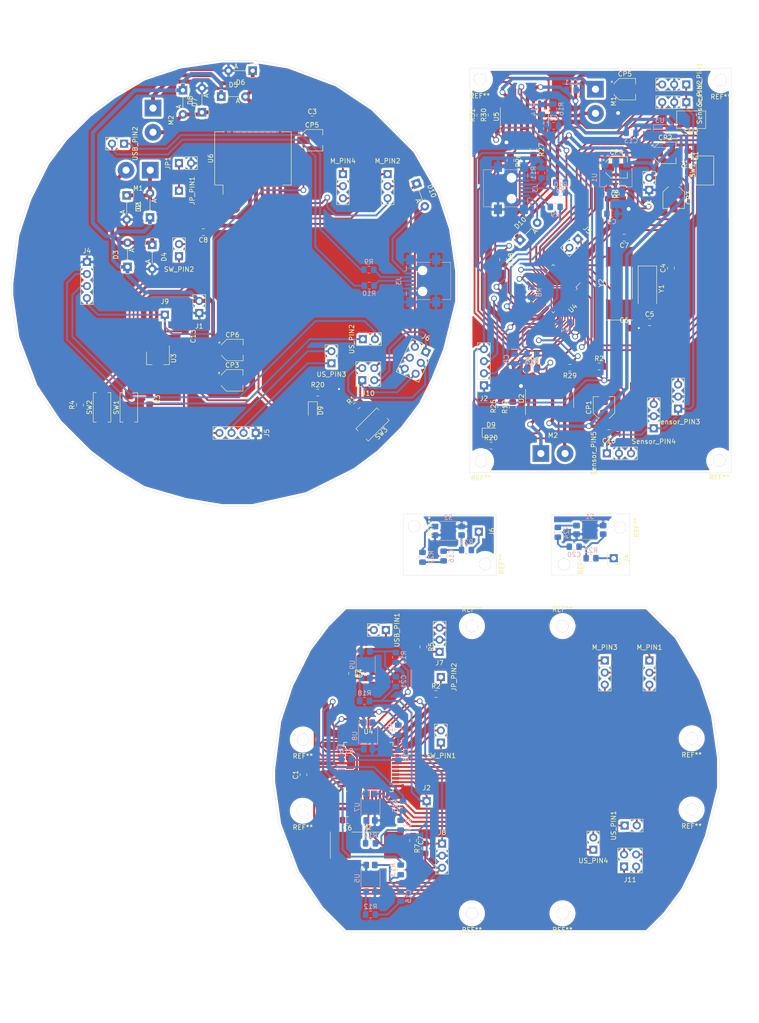
<source format=kicad_pcb>
(kicad_pcb (version 20171130) (host pcbnew "(5.1.2)-2")
  (layers (0 F.Cu signal) (31 B.Cu signal) (34 B.Paste user) (35 F.Paste user) (36 B.SilkS user) (37 F.SilkS user) (38 B.Mask user) (39 F.Mask user) (44 Edge.Cuts user))
  (net 0 "")
  (net 1 RST)
  (net 2 GND)
  (net 3 +5V)
  (net 4 "Net-(C15-Pad2)")
  (net 5 "Net-(C17-Pad2)")
  (net 6 "Net-(C18-Pad2)")
  (net 7 "Net-(C21-Pad2)")
  (net 8 "Net-(D1-Pad2)")
  (net 9 "Net-(D3-Pad2)")
  (net 10 "Net-(D5-Pad2)")
  (net 11 "Net-(D7-Pad2)")
  (net 12 "Net-(D9-Pad1)")
  (net 13 "Net-(J3-Pad2)")
  (net 14 "Net-(J3-Pad3)")
  (net 15 "Net-(J3-Pad4)")
  (net 16 US1_OUT)
  (net 17 US1_IN)
  (net 18 US2_IN)
  (net 19 US2_OUT)
  (net 20 H2)
  (net 21 H1)
  (net 22 "Net-(R12-Pad2)")
  (net 23 S1)
  (net 24 "Net-(R14-Pad2)")
  (net 25 S2)
  (net 26 "Net-(R16-Pad2)")
  (net 27 S3)
  (net 28 "Net-(R18-Pad2)")
  (net 29 S4)
  (net 30 EnA)
  (net 31 EnB)
  (net 32 "Net-(U4-Pad22)")
  (net 33 M2IN2)
  (net 34 M2IN1)
  (net 35 M1IN2)
  (net 36 M1IN1)
  (net 37 "Net-(U4-Pad42)")
  (net 38 "Net-(U6-Pad3)")
  (net 39 "Net-(U6-Pad18)")
  (net 40 5V)
  (net 41 USB--)
  (net 42 USB++)
  (net 43 US1P_IN)
  (net 44 US1P_OUT)
  (net 45 US2P_IN)
  (net 46 US2P_OUT)
  (net 47 USB-)
  (net 48 USB+)
  (net 49 EnA_B)
  (net 50 M1IN2_B)
  (net 51 M1IN1_B)
  (net 52 M2IN1_B)
  (net 53 M2IN2_B)
  (net 54 EnB_B)
  (net 55 +7.5V)
  (net 56 "Net-(SW_PIN1-Pad1)")
  (net 57 "Net-(SW_PIN1-Pad2)")
  (net 58 "Net-(C1-Pad1)")
  (net 59 CRYSTAL2)
  (net 60 CRYSTAL1)
  (net 61 MOSI)
  (net 62 SCK)
  (net 63 MISO)
  (net 64 RST_B)
  (net 65 SCK_B)
  (net 66 MOSI_B)
  (net 67 MISO_B)
  (net 68 HWB)
  (net 69 "Net-(U4-Pad12)")
  (net 70 "Net-(U4-Pad8)")
  (net 71 "Net-(U4-Pad1)")
  (net 72 "Net-(JP1-Pad1)")
  (net 73 "Net-(R3-Pad1)")
  (net 74 "Net-(R4-Pad2)")
  (net 75 "Net-(D10-Pad2)")
  (net 76 "Net-(C3-Pad1)")
  (net 77 "Net-(C2-Pad1)")
  (net 78 OSC32-IN)
  (net 79 OSC32-OUT)
  (net 80 OSC-IN)
  (net 81 OSC-OUT)
  (net 82 "Net-(C8-Pad1)")
  (net 83 +3V3)
  (net 84 "Net-(C16-Pad2)")
  (net 85 "Net-(C20-Pad2)")
  (net 86 EXT_VCC)
  (net 87 CLK)
  (net 88 DIO)
  (net 89 BOOT0)
  (net 90 BOOT1)
  (net 91 "Net-(M1-Pad1)")
  (net 92 "Net-(M1-Pad2)")
  (net 93 "Net-(M2-Pad2)")
  (net 94 "Net-(M2-Pad1)")
  (net 95 "Net-(R2-Pad2)")
  (net 96 CSA)
  (net 97 CSB)
  (net 98 "Net-(R19-Pad1)")
  (net 99 "Net-(R22-Pad2)")
  (net 100 "Net-(R24-Pad2)")
  (net 101 "Net-(R25-Pad1)")
  (net 102 "Net-(R26-Pad1)")
  (net 103 "Net-(R27-Pad1)")
  (net 104 "Net-(R28-Pad2)")
  (net 105 SELB)
  (net 106 "Net-(R29-Pad2)")
  (net 107 "Net-(R30-Pad2)")
  (net 108 SELA)
  (net 109 "Net-(R31-Pad2)")
  (net 110 ES5)
  (net 111 ES4)
  (net 112 ES3)
  (net 113 ES2)
  (net 114 ES1)
  (net 115 "Net-(U4-Pad2)")
  (net 116 "Net-(U4-Pad17)")
  (net 117 "Net-(U4-Pad21)")
  (net 118 "Net-(U4-Pad30)")
  (net 119 "Net-(U4-Pad31)")
  (net 120 "Net-(U4-Pad27)")
  (net 121 "Net-(U4-Pad28)")
  (net 122 "Net-(U4-Pad25)")
  (net 123 "Net-(U4-Pad26)")
  (module MountingHole:MountingHole_2.5mm (layer F.Cu) (at 193.9544 155.067 180)
    (fp_text reference REF** (at 0 -3.5) (layer F.SilkS))
    (fp_text value MountingHole_2.5mm)
    (pad "" thru_hole circle (at 0 0 180) (size 2.5 2.5) (drill 2.5) (layers *.Cu *.Mask) (clearance 1.5))
  )
  (module MountingHole:MountingHole_2.5mm (layer F.Cu) (at 193.9417 170.053 180)
    (fp_text reference REF** (at 0 -3.5) (layer F.SilkS))
    (fp_text value MountingHole_2.5mm)
    (pad "" thru_hole circle (at 0 0 180) (size 2.5 2.5) (drill 2.5) (layers *.Cu *.Mask) (clearance 1.5))
  )
  (module MountingHole:MountingHole_2.5mm (layer F.Cu) (at 275.7424 154.813 180)
    (fp_text reference REF** (at 0 -3.5) (layer F.SilkS))
    (fp_text value MountingHole_2.5mm)
    (pad "" thru_hole circle (at 0 0 180) (size 2.5 2.5) (drill 2.5) (layers *.Cu *.Mask) (clearance 1.5))
  )
  (module MountingHole:MountingHole_2.5mm (layer F.Cu) (at 275.7297 169.799 180)
    (fp_text reference REF** (at 0 -3.5) (layer F.SilkS))
    (fp_text value MountingHole_2.5mm)
    (pad "" thru_hole circle (at 0 0 180) (size 2.5 2.5) (drill 2.5) (layers *.Cu *.Mask) (clearance 1.5))
  )
  (module Resistor_SMD:R_0805_2012Metric_Pad1.15x1.40mm_HandSolder (layer B.Cu) (at 219.1131 116.7019 90)
    (fp_text reference R22 (at 0 1.82 90) (layer B.SilkS) (effects (justify mirror)))
    (fp_text value 220)
    (pad 1 smd roundrect (at -1.025 0 90) (size 1.15 1.4) (layers B.Cu B.Paste B.Mask) (roundrect_rratio 0.217391) (net 83 +3V3))
    (pad 2 smd roundrect (at 1.025 0 90) (size 1.15 1.4) (layers B.Cu B.Paste B.Mask) (roundrect_rratio 0.217391) (net 99 "Net-(R22-Pad2)"))
  )
  (module Resistor_SMD:R_0805_2012Metric_Pad1.15x1.40mm_HandSolder (layer B.Cu) (at 247.5865 111.4425 90)
    (fp_text reference R24 (at 0 1.82 90) (layer B.SilkS) (effects (justify mirror)))
    (fp_text value 220)
    (pad 2 smd roundrect (at 1.025 0 90) (size 1.15 1.4) (layers B.Cu B.Paste B.Mask) (roundrect_rratio 0.217391) (net 100 "Net-(R24-Pad2)"))
    (pad 1 smd roundrect (at -1.025 0 90) (size 1.15 1.4) (layers B.Cu B.Paste B.Mask) (roundrect_rratio 0.217391) (net 83 +3V3))
  )
  (module MountingHole:MountingHole_2.5mm (layer F.Cu) (at 232.2957 118.11 270)
    (fp_text reference REF** (at 0 -3.5 90) (layer F.SilkS))
    (fp_text value MountingHole_2.5mm)
    (pad "" thru_hole circle (at 0 0 270) (size 2.5 2.5) (drill 2.5) (layers *.Cu *.Mask) (clearance 1.5))
  )
  (module MountingHole:MountingHole_2.5mm (layer F.Cu) (at 248.8946 118.1862 270)
    (fp_text reference REF** (at 0 -3.5 90) (layer F.SilkS))
    (fp_text value MountingHole_2.5mm)
    (pad "" thru_hole circle (at 0 0 270) (size 2.5 2.5) (drill 2.5) (layers *.Cu *.Mask) (clearance 1.5))
  )
  (module Connector_PinSocket_2.54mm:PinSocket_1x01_P2.54mm_Vertical (layer F.Cu) (at 167.894 39.5478 270)
    (fp_text reference JP_PIN1 (at 0 -2.77 90) (layer F.SilkS))
    (fp_text value Conn_01x01)
    (pad 1 thru_hole rect (at 0 0 270) (size 1.7 1.7) (drill 1) (layers *.Cu *.Mask) (net 72 "Net-(JP1-Pad1)"))
  )
  (module Capacitor_SMD:C_0805_2012Metric_Pad1.15x1.40mm_HandSolder (layer F.Cu) (at 194.0814 162.4875 90)
    (fp_text reference C1 (at 0 -1.65 90) (layer F.SilkS))
    (fp_text value 1u)
    (pad 1 smd roundrect (at -1.025 0 90) (size 1.15 1.4) (layers F.Cu F.Paste F.Mask) (roundrect_rratio 0.217391) (net 58 "Net-(C1-Pad1)"))
    (pad 2 smd roundrect (at 1.025 0 90) (size 1.15 1.4) (layers F.Cu F.Paste F.Mask) (roundrect_rratio 0.217391) (net 2 GND))
  )
  (module MountingHole:MountingHole_2.5mm (layer F.Cu) (at 248.5644 191.643 180)
    (fp_text reference REF** (at 0 -3.5) (layer F.SilkS))
    (fp_text value MountingHole_2.5mm)
    (pad "" thru_hole circle (at 0 0 180) (size 2.5 2.5) (drill 2.5) (layers *.Cu *.Mask) (clearance 1.5))
  )
  (module MountingHole:MountingHole_2.5mm (layer F.Cu) (at 229.5144 191.643 180)
    (fp_text reference REF** (at 0 -3.5) (layer F.SilkS))
    (fp_text value MountingHole_2.5mm)
    (pad 1 thru_hole circle (at 0 0 180) (size 2.5 2.5) (drill 2.5) (layers *.Cu *.Mask) (clearance 1.5))
  )
  (module MountingHole:MountingHole_2.5mm (layer F.Cu) (at 229.5144 131.191)
    (fp_text reference REF** (at 0 -3.5) (layer F.SilkS))
    (fp_text value MountingHole_2.5mm)
    (pad 1 thru_hole circle (at 0 0) (size 2.5 2.5) (drill 2.5) (layers *.Cu *.Mask) (clearance 1.5))
  )
  (module MountingHole:MountingHole_2.5mm (layer F.Cu) (at 248.5644 131.191)
    (fp_text reference REF** (at 0 -3.5) (layer F.SilkS))
    (fp_text value MountingHole_2.5mm)
    (pad 1 thru_hole circle (at 0 0) (size 2.5 2.5) (drill 2.5) (layers *.Cu *.Mask) (clearance 1.5))
  )
  (module OptoDevice:Everlight_ITR8307 (layer B.Cu) (at 208.1784 184.277)
    (fp_text reference U5 (at -2.8 0 270) (layer B.SilkS) (effects (justify mirror)))
    (fp_text value ITR8307)
    (pad 4 smd roundrect (at 0.9 2.8) (size 1.2 1.4) (layers B.Cu B.Paste B.Mask) (roundrect_rratio 0.2) (net 2 GND))
    (pad 2 smd roundrect (at -0.9 2.8) (size 1.2 1.4) (layers B.Cu B.Paste B.Mask) (roundrect_rratio 0.2) (net 22 "Net-(R12-Pad2)"))
    (pad 1 smd roundrect (at -0.9 -2.8) (size 1.2 1.4) (layers B.Cu B.Paste B.Mask) (roundrect_rratio 0.2) (net 2 GND))
    (pad 3 smd roundrect (at 0.9 -2.8) (size 1.2 1.4) (layers B.Cu B.Paste B.Mask) (roundrect_rratio 0.2) (net 4 "Net-(C15-Pad2)"))
  )
  (module OptoDevice:Everlight_ITR8307 (layer B.Cu) (at 207.1624 139.319)
    (fp_text reference U9 (at -2.799999 0 -90) (layer B.SilkS) (effects (justify mirror)))
    (fp_text value ITR8307)
    (pad 3 smd roundrect (at 0.9 -2.8) (size 1.2 1.4) (layers B.Cu B.Paste B.Mask) (roundrect_rratio 0.2) (net 7 "Net-(C21-Pad2)"))
    (pad 1 smd roundrect (at -0.9 -2.8) (size 1.2 1.4) (layers B.Cu B.Paste B.Mask) (roundrect_rratio 0.2) (net 2 GND))
    (pad 2 smd roundrect (at -0.9 2.8) (size 1.2 1.4) (layers B.Cu B.Paste B.Mask) (roundrect_rratio 0.2) (net 28 "Net-(R18-Pad2)"))
    (pad 4 smd roundrect (at 0.9 2.8) (size 1.2 1.4) (layers B.Cu B.Paste B.Mask) (roundrect_rratio 0.2) (net 2 GND))
  )
  (module OptoDevice:Everlight_ITR8307 (layer B.Cu) (at 207.6704 154.305)
    (fp_text reference U8 (at -2.8 0 -90) (layer B.SilkS) (effects (justify mirror)))
    (fp_text value ITR8307)
    (pad 4 smd roundrect (at 0.9 2.8) (size 1.2 1.4) (layers B.Cu B.Paste B.Mask) (roundrect_rratio 0.2) (net 2 GND))
    (pad 2 smd roundrect (at -0.9 2.8) (size 1.2 1.4) (layers B.Cu B.Paste B.Mask) (roundrect_rratio 0.2) (net 26 "Net-(R16-Pad2)"))
    (pad 1 smd roundrect (at -0.9 -2.8) (size 1.2 1.4) (layers B.Cu B.Paste B.Mask) (roundrect_rratio 0.2) (net 2 GND))
    (pad 3 smd roundrect (at 0.9 -2.8) (size 1.2 1.4) (layers B.Cu B.Paste B.Mask) (roundrect_rratio 0.2) (net 6 "Net-(C18-Pad2)"))
  )
  (module OptoDevice:Everlight_ITR8307 (layer B.Cu) (at 208.1784 169.291)
    (fp_text reference U7 (at -2.799999 0 270) (layer B.SilkS) (effects (justify mirror)))
    (fp_text value ITR8307)
    (pad 4 smd roundrect (at 0.9 2.8) (size 1.2 1.4) (layers B.Cu B.Paste B.Mask) (roundrect_rratio 0.2) (net 2 GND))
    (pad 2 smd roundrect (at -0.9 2.8) (size 1.2 1.4) (layers B.Cu B.Paste B.Mask) (roundrect_rratio 0.2) (net 24 "Net-(R14-Pad2)"))
    (pad 1 smd roundrect (at -0.9 -2.8) (size 1.2 1.4) (layers B.Cu B.Paste B.Mask) (roundrect_rratio 0.2) (net 2 GND))
    (pad 3 smd roundrect (at 0.9 -2.8) (size 1.2 1.4) (layers B.Cu B.Paste B.Mask) (roundrect_rratio 0.2) (net 5 "Net-(C17-Pad2)"))
  )
  (module Capacitor_SMD:C_0805_2012Metric_Pad1.15x1.40mm_HandSolder (layer B.Cu) (at 214.5284 188.087 90)
    (fp_text reference C15 (at 0 1.65 270) (layer B.SilkS) (effects (justify mirror)))
    (fp_text value 10n)
    (pad 1 smd roundrect (at -1.025 0 90) (size 1.15 1.4) (layers B.Cu B.Paste B.Mask) (roundrect_rratio 0.217391) (net 40 5V))
    (pad 2 smd roundrect (at 1.025 0 90) (size 1.15 1.4) (layers B.Cu B.Paste B.Mask) (roundrect_rratio 0.217391) (net 4 "Net-(C15-Pad2)"))
  )
  (module Capacitor_SMD:C_0805_2012Metric_Pad1.15x1.40mm_HandSolder (layer B.Cu) (at 214.5284 173.101 90)
    (fp_text reference C17 (at 0 1.65 270) (layer B.SilkS) (effects (justify mirror)))
    (fp_text value 10n)
    (pad 2 smd roundrect (at 1.025 0 90) (size 1.15 1.4) (layers B.Cu B.Paste B.Mask) (roundrect_rratio 0.217391) (net 5 "Net-(C17-Pad2)"))
    (pad 1 smd roundrect (at -1.025 0 90) (size 1.15 1.4) (layers B.Cu B.Paste B.Mask) (roundrect_rratio 0.217391) (net 40 5V))
  )
  (module Capacitor_SMD:C_0805_2012Metric_Pad1.15x1.40mm_HandSolder (layer B.Cu) (at 214.0204 158.36 90)
    (fp_text reference C18 (at 0 1.65 270) (layer B.SilkS) (effects (justify mirror)))
    (fp_text value 10n)
    (pad 1 smd roundrect (at -1.025 0 90) (size 1.15 1.4) (layers B.Cu B.Paste B.Mask) (roundrect_rratio 0.217391) (net 40 5V))
    (pad 2 smd roundrect (at 1.025 0 90) (size 1.15 1.4) (layers B.Cu B.Paste B.Mask) (roundrect_rratio 0.217391) (net 6 "Net-(C18-Pad2)"))
  )
  (module Capacitor_SMD:C_0805_2012Metric_Pad1.15x1.40mm_HandSolder (layer B.Cu) (at 213.5124 142.884 90)
    (fp_text reference C21 (at 0 1.65 270) (layer B.SilkS) (effects (justify mirror)))
    (fp_text value 10n)
    (pad 2 smd roundrect (at 1.025 0 90) (size 1.15 1.4) (layers B.Cu B.Paste B.Mask) (roundrect_rratio 0.217391) (net 7 "Net-(C21-Pad2)"))
    (pad 1 smd roundrect (at -1.025 0 90) (size 1.15 1.4) (layers B.Cu B.Paste B.Mask) (roundrect_rratio 0.217391) (net 40 5V))
  )
  (module Resistor_SMD:R_0805_2012Metric_Pad1.15x1.40mm_HandSolder (layer B.Cu) (at 208.1784 191.897 180)
    (fp_text reference R12 (at 0 1.65 180) (layer B.SilkS) (effects (justify mirror)))
    (fp_text value 220)
    (pad 1 smd roundrect (at -1.025 0 180) (size 1.15 1.4) (layers B.Cu B.Paste B.Mask) (roundrect_rratio 0.217391) (net 40 5V))
    (pad 2 smd roundrect (at 1.025 0 180) (size 1.15 1.4) (layers B.Cu B.Paste B.Mask) (roundrect_rratio 0.217391) (net 22 "Net-(R12-Pad2)"))
  )
  (module Resistor_SMD:R_0805_2012Metric_Pad1.15x1.40mm_HandSolder (layer B.Cu) (at 214.5284 182.499 270)
    (fp_text reference R13 (at 0 1.65 270) (layer B.SilkS) (effects (justify mirror)))
    (fp_text value 220)
    (pad 2 smd roundrect (at 1.025 0 270) (size 1.15 1.4) (layers B.Cu B.Paste B.Mask) (roundrect_rratio 0.217391) (net 4 "Net-(C15-Pad2)"))
    (pad 1 smd roundrect (at -1.025 0 270) (size 1.15 1.4) (layers B.Cu B.Paste B.Mask) (roundrect_rratio 0.217391) (net 23 S1))
  )
  (module Resistor_SMD:R_0805_2012Metric_Pad1.15x1.40mm_HandSolder (layer B.Cu) (at 208.1784 176.911 180)
    (fp_text reference R14 (at 0 1.65 180) (layer B.SilkS) (effects (justify mirror)))
    (fp_text value 220)
    (pad 2 smd roundrect (at 1.025 0 180) (size 1.15 1.4) (layers B.Cu B.Paste B.Mask) (roundrect_rratio 0.217391) (net 24 "Net-(R14-Pad2)"))
    (pad 1 smd roundrect (at -1.025 0 180) (size 1.15 1.4) (layers B.Cu B.Paste B.Mask) (roundrect_rratio 0.217391) (net 40 5V))
  )
  (module Resistor_SMD:R_0805_2012Metric_Pad1.15x1.40mm_HandSolder (layer B.Cu) (at 215.0364 169.037 270)
    (fp_text reference R15 (at 0 1.65 270) (layer B.SilkS) (effects (justify mirror)))
    (fp_text value 220)
    (pad 2 smd roundrect (at 1.025 0 270) (size 1.15 1.4) (layers B.Cu B.Paste B.Mask) (roundrect_rratio 0.217391) (net 5 "Net-(C17-Pad2)"))
    (pad 1 smd roundrect (at -1.025 0 270) (size 1.15 1.4) (layers B.Cu B.Paste B.Mask) (roundrect_rratio 0.217391) (net 25 S2))
  )
  (module Resistor_SMD:R_0805_2012Metric_Pad1.15x1.40mm_HandSolder (layer B.Cu) (at 203.0984 159.131 180)
    (fp_text reference R16 (at 0 1.65 180) (layer B.SilkS) (effects (justify mirror)))
    (fp_text value 220)
    (pad 1 smd roundrect (at -1.025 0 180) (size 1.15 1.4) (layers B.Cu B.Paste B.Mask) (roundrect_rratio 0.217391) (net 40 5V))
    (pad 2 smd roundrect (at 1.025 0 180) (size 1.15 1.4) (layers B.Cu B.Paste B.Mask) (roundrect_rratio 0.217391) (net 26 "Net-(R16-Pad2)"))
  )
  (module Resistor_SMD:R_0805_2012Metric_Pad1.15x1.40mm_HandSolder (layer B.Cu) (at 214.0204 153.035 270)
    (fp_text reference R17 (at 0 1.65 270) (layer B.SilkS) (effects (justify mirror)))
    (fp_text value 220)
    (pad 2 smd roundrect (at 1.025 0 270) (size 1.15 1.4) (layers B.Cu B.Paste B.Mask) (roundrect_rratio 0.217391) (net 6 "Net-(C18-Pad2)"))
    (pad 1 smd roundrect (at -1.025 0 270) (size 1.15 1.4) (layers B.Cu B.Paste B.Mask) (roundrect_rratio 0.217391) (net 27 S3))
  )
  (module Resistor_SMD:R_0805_2012Metric_Pad1.15x1.40mm_HandSolder (layer B.Cu) (at 206.9174 146.939 180)
    (fp_text reference R18 (at 0 1.65 180) (layer B.SilkS) (effects (justify mirror)))
    (fp_text value 220)
    (pad 1 smd roundrect (at -1.025 0 180) (size 1.15 1.4) (layers B.Cu B.Paste B.Mask) (roundrect_rratio 0.217391) (net 40 5V))
    (pad 2 smd roundrect (at 1.025 0 180) (size 1.15 1.4) (layers B.Cu B.Paste B.Mask) (roundrect_rratio 0.217391) (net 28 "Net-(R18-Pad2)"))
  )
  (module Resistor_SMD:R_0805_2012Metric_Pad1.15x1.40mm_HandSolder (layer B.Cu) (at 213.5124 137.804 90)
    (fp_text reference R19 (at 0 1.65 270) (layer B.SilkS) (effects (justify mirror)))
    (fp_text value 220)
    (pad 1 smd roundrect (at -1.025 0 90) (size 1.15 1.4) (layers B.Cu B.Paste B.Mask) (roundrect_rratio 0.217391) (net 29 S4))
    (pad 2 smd roundrect (at 1.025 0 90) (size 1.15 1.4) (layers B.Cu B.Paste B.Mask) (roundrect_rratio 0.217391) (net 7 "Net-(C21-Pad2)"))
  )
  (module Capacitor_SMD:C_0805_2012Metric_Pad1.15x1.40mm_HandSolder (layer F.Cu) (at 207.1624 141.1695 90)
    (fp_text reference C2 (at 0 -1.65 90) (layer F.SilkS))
    (fp_text value 100n)
    (pad 2 smd roundrect (at 1.025 0 90) (size 1.15 1.4) (layers F.Cu F.Paste F.Mask) (roundrect_rratio 0.217391) (net 2 GND))
    (pad 1 smd roundrect (at -1.025 0 90) (size 1.15 1.4) (layers F.Cu F.Paste F.Mask) (roundrect_rratio 0.217391) (net 40 5V))
  )
  (module Capacitor_SMD:C_0805_2012Metric_Pad1.15x1.40mm_HandSolder (layer F.Cu) (at 195.9229 24.5491)
    (fp_text reference C3 (at 0 -1.65) (layer F.SilkS))
    (fp_text value 100n)
    (pad 2 smd roundrect (at 1.025 0) (size 1.15 1.4) (layers F.Cu F.Paste F.Mask) (roundrect_rratio 0.217391) (net 2 GND))
    (pad 1 smd roundrect (at -1.025 0) (size 1.15 1.4) (layers F.Cu F.Paste F.Mask) (roundrect_rratio 0.217391) (net 3 +5V))
  )
  (module Capacitor_SMD:C_0805_2012Metric_Pad1.15x1.40mm_HandSolder (layer F.Cu) (at 204.3049 141.1605 270)
    (fp_text reference C4 (at 0 -1.65 90) (layer F.SilkS))
    (fp_text value 100n)
    (pad 1 smd roundrect (at -1.025 0 270) (size 1.15 1.4) (layers F.Cu F.Paste F.Mask) (roundrect_rratio 0.217391) (net 2 GND))
    (pad 2 smd roundrect (at 1.025 0 270) (size 1.15 1.4) (layers F.Cu F.Paste F.Mask) (roundrect_rratio 0.217391) (net 40 5V))
  )
  (module Capacitor_SMD:C_0805_2012Metric_Pad1.15x1.40mm_HandSolder (layer F.Cu) (at 203.318 172.0342 180)
    (fp_text reference C6 (at 0 -1.65) (layer F.SilkS))
    (fp_text value 22p)
    (pad 2 smd roundrect (at 1.025 0 180) (size 1.15 1.4) (layers F.Cu F.Paste F.Mask) (roundrect_rratio 0.217391) (net 2 GND))
    (pad 1 smd roundrect (at -1.025 0 180) (size 1.15 1.4) (layers F.Cu F.Paste F.Mask) (roundrect_rratio 0.217391) (net 59 CRYSTAL2))
  )
  (module Capacitor_SMD:C_0805_2012Metric_Pad1.15x1.40mm_HandSolder (layer F.Cu) (at 217.1192 176.3014 270)
    (fp_text reference C7 (at 0 -1.65 90) (layer F.SilkS))
    (fp_text value 22p)
    (pad 2 smd roundrect (at 1.025 0 270) (size 1.15 1.4) (layers F.Cu F.Paste F.Mask) (roundrect_rratio 0.217391) (net 60 CRYSTAL1))
    (pad 1 smd roundrect (at -1.025 0 270) (size 1.15 1.4) (layers F.Cu F.Paste F.Mask) (roundrect_rratio 0.217391) (net 2 GND))
  )
  (module Capacitor_SMD:C_0805_2012Metric_Pad1.15x1.40mm_HandSolder (layer F.Cu) (at 173.0121 48.2727 180)
    (fp_text reference C8 (at 0 -1.65) (layer F.SilkS))
    (fp_text value 100n)
    (pad 1 smd roundrect (at -1.025 0 180) (size 1.15 1.4) (layers F.Cu F.Paste F.Mask) (roundrect_rratio 0.217391) (net 55 +7.5V))
    (pad 2 smd roundrect (at 1.025 0 180) (size 1.15 1.4) (layers F.Cu F.Paste F.Mask) (roundrect_rratio 0.217391) (net 2 GND))
  )
  (module Capacitor_SMD:C_0805_2012Metric_Pad1.15x1.40mm_HandSolder (layer F.Cu) (at 169.2275 70.1929 270)
    (fp_text reference C13 (at 0 -1.65 90) (layer F.SilkS))
    (fp_text value 100n)
    (pad 2 smd roundrect (at 1.025 0 270) (size 1.15 1.4) (layers F.Cu F.Paste F.Mask) (roundrect_rratio 0.217391) (net 2 GND))
    (pad 1 smd roundrect (at -1.025 0 270) (size 1.15 1.4) (layers F.Cu F.Paste F.Mask) (roundrect_rratio 0.217391) (net 3 +5V))
  )
  (module Capacitor_SMD:CP_Elec_4x5.3 (layer F.Cu) (at 179.0827 79.4639)
    (fp_text reference CP3 (at 0 -3.2) (layer F.SilkS))
    (fp_text value 10uF)
    (pad 1 smd roundrect (at -1.8 0) (size 2.6 1.6) (layers F.Cu F.Paste F.Mask) (roundrect_rratio 0.15625) (net 55 +7.5V))
    (pad 2 smd roundrect (at 1.8 0) (size 2.6 1.6) (layers F.Cu F.Paste F.Mask) (roundrect_rratio 0.15625) (net 2 GND))
  )
  (module Capacitor_SMD:CP_Elec_4x5.3 (layer F.Cu) (at 195.8721 28.9179)
    (fp_text reference CP5 (at 0 -3.2) (layer F.SilkS))
    (fp_text value 100uF)
    (pad 2 smd roundrect (at 1.8 0) (size 2.6 1.6) (layers F.Cu F.Paste F.Mask) (roundrect_rratio 0.15625) (net 2 GND))
    (pad 1 smd roundrect (at -1.8 0) (size 2.6 1.6) (layers F.Cu F.Paste F.Mask) (roundrect_rratio 0.15625) (net 3 +5V))
  )
  (module Capacitor_SMD:CP_Elec_4x5.3 (layer F.Cu) (at 179.1335 73.0885)
    (fp_text reference CP6 (at 0 -3.2) (layer F.SilkS))
    (fp_text value 100uF)
    (pad 2 smd roundrect (at 1.8 0) (size 2.6 1.6) (layers F.Cu F.Paste F.Mask) (roundrect_rratio 0.15625) (net 2 GND))
    (pad 1 smd roundrect (at -1.8 0) (size 2.6 1.6) (layers F.Cu F.Paste F.Mask) (roundrect_rratio 0.15625) (net 55 +7.5V))
  )
  (module Diode_THT:D_A-405_P5.08mm_Vertical_AnodeUp (layer F.Cu) (at 161.7853 45.1739 90)
    (fp_text reference D1 (at 2.54 -2.47 90) (layer F.SilkS))
    (fp_text value D)
    (fp_text user A (at 3.48 0.9 90) (layer F.SilkS))
    (pad 2 thru_hole oval (at 5.08 0 90) (size 1.8 1.8) (drill 0.9) (layers *.Cu *.Mask) (net 8 "Net-(D1-Pad2)"))
    (pad 1 thru_hole rect (at 0 0 90) (size 1.8 1.8) (drill 0.9) (layers *.Cu *.Mask) (net 55 +7.5V))
  )
  (module Diode_THT:D_A-405_P5.08mm_Vertical_AnodeUp (layer F.Cu) (at 156.8958 40.5384 270)
    (fp_text reference D2 (at 2.54 -2.47 90) (layer F.SilkS))
    (fp_text value D)
    (fp_text user A (at 3.48 0.9 90) (layer F.SilkS))
    (pad 2 thru_hole oval (at 5.08 0 270) (size 1.8 1.8) (drill 0.9) (layers *.Cu *.Mask) (net 2 GND))
    (pad 1 thru_hole rect (at 0 0 270) (size 1.8 1.8) (drill 0.9) (layers *.Cu *.Mask) (net 8 "Net-(D1-Pad2)"))
  )
  (module Diode_THT:D_A-405_P5.08mm_Vertical_AnodeUp (layer F.Cu) (at 157.0609 55.5752 90)
    (fp_text reference D3 (at 2.54 -2.47 90) (layer F.SilkS))
    (fp_text value D)
    (fp_text user A (at 3.48 0.9 90) (layer F.SilkS))
    (pad 1 thru_hole rect (at 0 0 90) (size 1.8 1.8) (drill 0.9) (layers *.Cu *.Mask) (net 55 +7.5V))
    (pad 2 thru_hole oval (at 5.08 0 90) (size 1.8 1.8) (drill 0.9) (layers *.Cu *.Mask) (net 9 "Net-(D3-Pad2)"))
  )
  (module Diode_THT:D_A-405_P5.08mm_Vertical_AnodeUp (layer F.Cu) (at 162.2679 50.9397 270)
    (fp_text reference D4 (at 2.54 -2.47 90) (layer F.SilkS))
    (fp_text value D)
    (fp_text user A (at 3.48 0.9 90) (layer F.SilkS))
    (pad 1 thru_hole rect (at 0 0 270) (size 1.8 1.8) (drill 0.9) (layers *.Cu *.Mask) (net 9 "Net-(D3-Pad2)"))
    (pad 2 thru_hole oval (at 5.08 0 270) (size 1.8 1.8) (drill 0.9) (layers *.Cu *.Mask) (net 2 GND))
  )
  (module Diode_THT:D_A-405_P5.08mm_Vertical_AnodeUp (layer F.Cu) (at 176.784 19.7358)
    (fp_text reference D5 (at 2.54 -2.47) (layer F.SilkS))
    (fp_text value D)
    (fp_text user A (at 3.48 0.9) (layer F.SilkS))
    (pad 2 thru_hole oval (at 5.08 0) (size 1.8 1.8) (drill 0.9) (layers *.Cu *.Mask) (net 10 "Net-(D5-Pad2)"))
    (pad 1 thru_hole rect (at 0 0) (size 1.8 1.8) (drill 0.9) (layers *.Cu *.Mask) (net 55 +7.5V))
  )
  (module Diode_THT:D_A-405_P5.08mm_Vertical_AnodeUp (layer F.Cu) (at 183.388 14.2748 180)
    (fp_text reference D6 (at 2.54 -2.47) (layer F.SilkS))
    (fp_text value D)
    (fp_text user A (at 3.48 0.9) (layer F.SilkS))
    (pad 2 thru_hole oval (at 5.08 0 180) (size 1.8 1.8) (drill 0.9) (layers *.Cu *.Mask) (net 2 GND))
    (pad 1 thru_hole rect (at 0 0 180) (size 1.8 1.8) (drill 0.9) (layers *.Cu *.Mask) (net 10 "Net-(D5-Pad2)"))
  )
  (module Diode_THT:D_A-405_P5.08mm_Vertical_AnodeUp (layer F.Cu) (at 168.7195 18.4023 270)
    (fp_text reference D7 (at 2.54 -2.47 90) (layer F.SilkS))
    (fp_text value D)
    (fp_text user A (at 3.48 0.9 90) (layer F.SilkS))
    (pad 1 thru_hole rect (at 0 0 270) (size 1.8 1.8) (drill 0.9) (layers *.Cu *.Mask) (net 55 +7.5V))
    (pad 2 thru_hole oval (at 5.08 0 270) (size 1.8 1.8) (drill 0.9) (layers *.Cu *.Mask) (net 11 "Net-(D7-Pad2)"))
  )
  (module Diode_THT:D_A-405_P5.08mm_Vertical_AnodeUp (layer F.Cu) (at 172.72 23.0378 90)
    (fp_text reference D8 (at 2.54 -2.47 90) (layer F.SilkS))
    (fp_text value D)
    (fp_text user A (at 3.48 0.9 90) (layer F.SilkS))
    (pad 1 thru_hole rect (at 0 0 90) (size 1.8 1.8) (drill 0.9) (layers *.Cu *.Mask) (net 11 "Net-(D7-Pad2)"))
    (pad 2 thru_hole oval (at 5.08 0 90) (size 1.8 1.8) (drill 0.9) (layers *.Cu *.Mask) (net 2 GND))
  )
  (module LED_SMD:LED_0805_2012Metric_Pad1.15x1.40mm_HandSolder (layer F.Cu) (at 196.0499 85.8229 270)
    (fp_text reference D9 (at 0 -1.65 90) (layer F.SilkS))
    (fp_text value LED)
    (pad 2 smd roundrect (at 1.025 0 270) (size 1.15 1.4) (layers F.Cu F.Paste F.Mask) (roundrect_rratio 0.217391) (net 3 +5V))
    (pad 1 smd roundrect (at -1.025 0 270) (size 1.15 1.4) (layers F.Cu F.Paste F.Mask) (roundrect_rratio 0.217391) (net 12 "Net-(D9-Pad1)"))
  )
  (module Connector_PinSocket_2.54mm:PinSocket_1x01_P2.54mm_Vertical (layer F.Cu) (at 219.9894 168.021)
    (fp_text reference J2 (at 0 -2.77) (layer F.SilkS))
    (fp_text value Conn_01x01)
    (pad 1 thru_hole rect (at 0 0) (size 1.7 1.7) (drill 1) (layers *.Cu *.Mask) (net 40 5V))
  )
  (module Connector_USB:USB_Mini-B_Lumberg_2486_01_Horizontal (layer B.Cu) (at 219.1385 58.5343 270)
    (fp_text reference J3 (at 0 5 270) (layer B.SilkS) (effects (justify mirror)))
    (fp_text value USB_B_Mini)
    (pad "" np_thru_hole circle (at 2.2 0 270) (size 1 1) (drill 1) (layers *.Cu *.Mask))
    (pad "" np_thru_hole circle (at -2.2 0 270) (size 1 1) (drill 1) (layers *.Cu *.Mask))
    (pad 6 smd rect (at 4.45 -2.85 270) (size 2 1.7) (layers B.Cu B.Paste B.Mask) (net 2 GND))
    (pad 6 smd rect (at 4.45 2.6 270) (size 2 1.7) (layers B.Cu B.Paste B.Mask) (net 2 GND))
    (pad 6 smd rect (at -4.45 -2.85 270) (size 2 1.7) (layers B.Cu B.Paste B.Mask) (net 2 GND))
    (pad 6 smd rect (at -4.45 2.6 270) (size 2 1.7) (layers B.Cu B.Paste B.Mask) (net 2 GND))
    (pad 5 smd rect (at 1.6 2.7 270) (size 0.5 2) (layers B.Cu B.Paste B.Mask) (net 2 GND))
    (pad 4 smd rect (at 0.8 2.7 270) (size 0.5 2) (layers B.Cu B.Paste B.Mask) (net 15 "Net-(J3-Pad4)"))
    (pad 3 smd rect (at 0 2.7 270) (size 0.5 2) (layers B.Cu B.Paste B.Mask) (net 14 "Net-(J3-Pad3)"))
    (pad 2 smd rect (at -0.8 2.7 270) (size 0.5 2) (layers B.Cu B.Paste B.Mask) (net 13 "Net-(J3-Pad2)"))
    (pad 1 smd rect (at -1.6 2.7 270) (size 0.5 2) (layers B.Cu B.Paste B.Mask) (net 75 "Net-(D10-Pad2)"))
  )
  (module Connector_PinHeader_2.54mm:PinHeader_1x04_P2.54mm_Vertical (layer F.Cu) (at 148.5265 54.5338)
    (fp_text reference J4 (at 0 -2.33) (layer F.SilkS))
    (fp_text value Conn_01x04_Female)
    (pad 1 thru_hole rect (at 0 0) (size 1.7 1.7) (drill 1) (layers *.Cu *.Mask) (net 2 GND))
    (pad 2 thru_hole oval (at 0 2.54) (size 1.7 1.7) (drill 1) (layers *.Cu *.Mask) (net 16 US1_OUT))
    (pad 3 thru_hole oval (at 0 5.08) (size 1.7 1.7) (drill 1) (layers *.Cu *.Mask) (net 17 US1_IN))
    (pad 4 thru_hole oval (at 0 7.62) (size 1.7 1.7) (drill 1) (layers *.Cu *.Mask) (net 3 +5V))
  )
  (module Connector_PinHeader_2.54mm:PinHeader_1x04_P2.54mm_Vertical (layer F.Cu) (at 184.023 90.5383 270)
    (fp_text reference J5 (at 0 -2.33 90) (layer F.SilkS))
    (fp_text value Conn_01x04_Female)
    (pad 4 thru_hole oval (at 0 7.62 270) (size 1.7 1.7) (drill 1) (layers *.Cu *.Mask) (net 3 +5V))
    (pad 3 thru_hole oval (at 0 5.08 270) (size 1.7 1.7) (drill 1) (layers *.Cu *.Mask) (net 18 US2_IN))
    (pad 2 thru_hole oval (at 0 2.54 270) (size 1.7 1.7) (drill 1) (layers *.Cu *.Mask) (net 19 US2_OUT))
    (pad 1 thru_hole rect (at 0 0 270) (size 1.7 1.7) (drill 1) (layers *.Cu *.Mask) (net 2 GND))
  )
  (module Connector_PinSocket_2.54mm:PinSocket_2x03_P2.54mm_Vertical (layer F.Cu) (at 219.8243 73.4695 335)
    (fp_text reference J6 (at -1.27 -2.77 155) (layer F.SilkS))
    (fp_text value AVR-ISP-6)
    (pad 6 thru_hole oval (at -2.54 5.08 335) (size 1.7 1.7) (drill 1) (layers *.Cu *.Mask) (net 2 GND))
    (pad 5 thru_hole oval (at 0 5.08 335) (size 1.7 1.7) (drill 1) (layers *.Cu *.Mask) (net 1 RST))
    (pad 4 thru_hole oval (at -2.54 2.54 335) (size 1.7 1.7) (drill 1) (layers *.Cu *.Mask) (net 61 MOSI))
    (pad 3 thru_hole oval (at 0 2.54 335) (size 1.7 1.7) (drill 1) (layers *.Cu *.Mask) (net 62 SCK))
    (pad 2 thru_hole oval (at -2.54 0 335) (size 1.7 1.7) (drill 1) (layers *.Cu *.Mask) (net 3 +5V))
    (pad 1 thru_hole rect (at 0 0 335) (size 1.7 1.7) (drill 1) (layers *.Cu *.Mask) (net 63 MISO))
  )
  (module Connector_PinHeader_2.54mm:PinHeader_1x03_P2.54mm_Vertical (layer F.Cu) (at 222.699899 136.604999 180)
    (fp_text reference J7 (at 0 -2.33) (layer F.SilkS))
    (fp_text value Conn_01x03_Female)
    (pad 3 thru_hole oval (at 0 5.08 180) (size 1.7 1.7) (drill 1) (layers *.Cu *.Mask) (net 40 5V))
    (pad 2 thru_hole oval (at 0 2.54 180) (size 1.7 1.7) (drill 1) (layers *.Cu *.Mask) (net 2 GND))
    (pad 1 thru_hole rect (at 0 0 180) (size 1.7 1.7) (drill 1) (layers *.Cu *.Mask) (net 20 H2))
  )
  (module Connector_PinHeader_2.54mm:PinHeader_1x03_P2.54mm_Vertical (layer F.Cu) (at 223.2279 176.9745)
    (fp_text reference J8 (at 0 -2.33) (layer F.SilkS))
    (fp_text value Conn_01x03_Female)
    (pad 1 thru_hole rect (at 0 0) (size 1.7 1.7) (drill 1) (layers *.Cu *.Mask) (net 21 H1))
    (pad 2 thru_hole oval (at 0 2.54) (size 1.7 1.7) (drill 1) (layers *.Cu *.Mask) (net 2 GND))
    (pad 3 thru_hole oval (at 0 5.08) (size 1.7 1.7) (drill 1) (layers *.Cu *.Mask) (net 40 5V))
  )
  (module Connector_PinSocket_2.54mm:PinSocket_1x01_P2.54mm_Vertical (layer F.Cu) (at 164.9095 65.6463)
    (fp_text reference J9 (at 0 -2.77) (layer F.SilkS))
    (fp_text value Conn_01x01)
    (pad 1 thru_hole rect (at 0 0) (size 1.7 1.7) (drill 1) (layers *.Cu *.Mask) (net 3 +5V))
  )
  (module Connector_PinSocket_2.54mm:PinSocket_2x02_P2.54mm_Vertical (layer F.Cu) (at 206.4385 79.4258 180)
    (fp_text reference J10 (at -1.27 -2.77) (layer F.SilkS))
    (fp_text value Conn_01x04)
    (pad 4 thru_hole oval (at -2.54 2.54 180) (size 1.7 1.7) (drill 1) (layers *.Cu *.Mask) (net 61 MOSI))
    (pad 3 thru_hole oval (at 0 2.54 180) (size 1.7 1.7) (drill 1) (layers *.Cu *.Mask) (net 62 SCK))
    (pad 2 thru_hole oval (at -2.54 0 180) (size 1.7 1.7) (drill 1) (layers *.Cu *.Mask) (net 63 MISO))
    (pad 1 thru_hole rect (at 0 0 180) (size 1.7 1.7) (drill 1) (layers *.Cu *.Mask) (net 1 RST))
  )
  (module Connector_PinSocket_2.54mm:PinSocket_2x02_P2.54mm_Vertical (layer F.Cu) (at 261.5184 181.8005 180)
    (fp_text reference J11 (at -1.27 -2.77) (layer F.SilkS))
    (fp_text value Conn_01x04)
    (pad 4 thru_hole oval (at -2.54 2.54 180) (size 1.7 1.7) (drill 1) (layers *.Cu *.Mask) (net 66 MOSI_B))
    (pad 3 thru_hole oval (at 0 2.54 180) (size 1.7 1.7) (drill 1) (layers *.Cu *.Mask) (net 65 SCK_B))
    (pad 2 thru_hole oval (at -2.54 0 180) (size 1.7 1.7) (drill 1) (layers *.Cu *.Mask) (net 67 MISO_B))
    (pad 1 thru_hole rect (at 0 0 180) (size 1.7 1.7) (drill 1) (layers *.Cu *.Mask) (net 64 RST_B))
  )
  (module Connector_PinHeader_2.54mm:PinHeader_1x02_P2.54mm_Vertical (layer F.Cu) (at 167.8813 33.7439 90)
    (fp_text reference JP1 (at 0 -2.33 90) (layer F.SilkS))
    (fp_text value Jumper)
    (pad 2 thru_hole oval (at 0 2.54 90) (size 1.7 1.7) (drill 1) (layers *.Cu *.Mask) (net 2 GND))
    (pad 1 thru_hole rect (at 0 0 90) (size 1.7 1.7) (drill 1) (layers *.Cu *.Mask) (net 72 "Net-(JP1-Pad1)"))
  )
  (module Connector_PinSocket_2.54mm:PinSocket_1x01_P2.54mm_Vertical (layer F.Cu) (at 222.9739 141.9225 270)
    (fp_text reference JP_PIN2 (at 0 -2.77 90) (layer F.SilkS))
    (fp_text value Conn_01x01)
    (pad 1 thru_hole rect (at 0 0 270) (size 1.7 1.7) (drill 1) (layers *.Cu *.Mask) (net 68 HWB))
  )
  (module Connector_Wire:SolderWirePad_1x02_P5.08mm_Drill1.5mm (layer F.Cu) (at 161.8361 35.2171 180)
    (fp_text reference M1 (at 2.54 -3.81) (layer F.SilkS))
    (fp_text value Motor_DC)
    (pad 1 thru_hole rect (at 0 0 180) (size 3.50012 3.50012) (drill 1.50114) (layers *.Cu *.Mask) (net 8 "Net-(D1-Pad2)"))
    (pad 2 thru_hole circle (at 5.08 0 180) (size 3.50012 3.50012) (drill 1.50114) (layers *.Cu *.Mask) (net 9 "Net-(D3-Pad2)"))
  )
  (module Connector_Wire:SolderWirePad_1x02_P5.08mm_Drill1.5mm (layer F.Cu) (at 162.4203 22.1615 270)
    (fp_text reference M2 (at 2.54 -3.81 90) (layer F.SilkS))
    (fp_text value Motor_DC)
    (pad 2 thru_hole circle (at 5.08 0 270) (size 3.50012 3.50012) (drill 1.50114) (layers *.Cu *.Mask) (net 11 "Net-(D7-Pad2)"))
    (pad 1 thru_hole rect (at 0 0 270) (size 3.50012 3.50012) (drill 1.50114) (layers *.Cu *.Mask) (net 10 "Net-(D5-Pad2)"))
  )
  (module Connector_PinSocket_2.54mm:PinSocket_1x03_P2.54mm_Vertical (layer F.Cu) (at 266.8524 138.43)
    (fp_text reference M_PIN1 (at 0 -2.77) (layer F.SilkS))
    (fp_text value Conn_01x03)
    (pad 3 thru_hole oval (at 0 5.08) (size 1.7 1.7) (drill 1) (layers *.Cu *.Mask) (net 50 M1IN2_B))
    (pad 2 thru_hole oval (at 0 2.54) (size 1.7 1.7) (drill 1) (layers *.Cu *.Mask) (net 51 M1IN1_B))
    (pad 1 thru_hole rect (at 0 0) (size 1.7 1.7) (drill 1) (layers *.Cu *.Mask) (net 49 EnA_B))
  )
  (module Connector_PinSocket_2.54mm:PinSocket_1x03_P2.54mm_Vertical (layer F.Cu) (at 211.7725 36.0553)
    (fp_text reference M_PIN2 (at 0 -2.77) (layer F.SilkS))
    (fp_text value Conn_01x03)
    (pad 3 thru_hole oval (at 0 5.08) (size 1.7 1.7) (drill 1) (layers *.Cu *.Mask) (net 35 M1IN2))
    (pad 2 thru_hole oval (at 0 2.54) (size 1.7 1.7) (drill 1) (layers *.Cu *.Mask) (net 36 M1IN1))
    (pad 1 thru_hole rect (at 0 0) (size 1.7 1.7) (drill 1) (layers *.Cu *.Mask) (net 30 EnA))
  )
  (module Connector_PinSocket_2.54mm:PinSocket_1x03_P2.54mm_Vertical (layer F.Cu) (at 257.4544 138.43)
    (fp_text reference M_PIN3 (at 0 -2.77) (layer F.SilkS))
    (fp_text value Conn_01x03)
    (pad 1 thru_hole rect (at 0 0) (size 1.7 1.7) (drill 1) (layers *.Cu *.Mask) (net 54 EnB_B))
    (pad 2 thru_hole oval (at 0 2.54) (size 1.7 1.7) (drill 1) (layers *.Cu *.Mask) (net 52 M2IN1_B))
    (pad 3 thru_hole oval (at 0 5.08) (size 1.7 1.7) (drill 1) (layers *.Cu *.Mask) (net 53 M2IN2_B))
  )
  (module Connector_PinSocket_2.54mm:PinSocket_1x03_P2.54mm_Vertical (layer F.Cu) (at 202.3745 36.0553)
    (fp_text reference M_PIN4 (at 0 -2.77) (layer F.SilkS))
    (fp_text value Conn_01x03)
    (pad 1 thru_hole rect (at 0 0) (size 1.7 1.7) (drill 1) (layers *.Cu *.Mask) (net 31 EnB))
    (pad 2 thru_hole oval (at 0 2.54) (size 1.7 1.7) (drill 1) (layers *.Cu *.Mask) (net 34 M2IN1))
    (pad 3 thru_hole oval (at 0 5.08) (size 1.7 1.7) (drill 1) (layers *.Cu *.Mask) (net 33 M2IN2))
  )
  (module Resistor_SMD:R_0805_2012Metric_Pad1.15x1.40mm_HandSolder (layer F.Cu) (at 205.2955 84.7979 45)
    (fp_text reference R1 (at 0 -1.65 45) (layer F.SilkS))
    (fp_text value 10K)
    (pad 1 smd roundrect (at -1.025 0 45) (size 1.15 1.4) (layers F.Cu F.Paste F.Mask) (roundrect_rratio 0.217391) (net 3 +5V))
    (pad 2 smd roundrect (at 1.025 0 45) (size 1.15 1.4) (layers F.Cu F.Paste F.Mask) (roundrect_rratio 0.217391) (net 1 RST))
  )
  (module Resistor_SMD:R_0805_2012Metric_Pad1.15x1.40mm_HandSolder (layer F.Cu) (at 221.9489 145.4785)
    (fp_text reference R2 (at 0 -1.65) (layer F.SilkS))
    (fp_text value 1K)
    (pad 1 smd roundrect (at -1.025 0) (size 1.15 1.4) (layers F.Cu F.Paste F.Mask) (roundrect_rratio 0.217391) (net 40 5V))
    (pad 2 smd roundrect (at 1.025 0) (size 1.15 1.4) (layers F.Cu F.Paste F.Mask) (roundrect_rratio 0.217391) (net 68 HWB))
  )
  (module Resistor_SMD:R_0805_2012Metric_Pad1.15x1.40mm_HandSolder (layer F.Cu) (at 219.2909 135.5635 270)
    (fp_text reference R5 (at 0 -1.65 90) (layer F.SilkS))
    (fp_text value 1K)
    (pad 1 smd roundrect (at -1.025 0 270) (size 1.15 1.4) (layers F.Cu F.Paste F.Mask) (roundrect_rratio 0.217391) (net 40 5V))
    (pad 2 smd roundrect (at 1.025 0 270) (size 1.15 1.4) (layers F.Cu F.Paste F.Mask) (roundrect_rratio 0.217391) (net 20 H2))
  )
  (module Resistor_SMD:R_0805_2012Metric_Pad1.15x1.40mm_HandSolder (layer F.Cu) (at 219.6719 177.9905 90)
    (fp_text reference R7 (at 0 -1.65 90) (layer F.SilkS))
    (fp_text value 1K)
    (pad 2 smd roundrect (at 1.025 0 90) (size 1.15 1.4) (layers F.Cu F.Paste F.Mask) (roundrect_rratio 0.217391) (net 21 H1))
    (pad 1 smd roundrect (at -1.025 0 90) (size 1.15 1.4) (layers F.Cu F.Paste F.Mask) (roundrect_rratio 0.217391) (net 40 5V))
  )
  (module Resistor_SMD:R_0805_2012Metric_Pad1.15x1.40mm_HandSolder (layer B.Cu) (at 207.8265 56.1721 180)
    (fp_text reference R9 (at 0 1.65) (layer B.SilkS) (effects (justify mirror)))
    (fp_text value 22)
    (pad 2 smd roundrect (at 1.025 0 180) (size 1.15 1.4) (layers B.Cu B.Paste B.Mask) (roundrect_rratio 0.217391) (net 41 USB--))
    (pad 1 smd roundrect (at -1.025 0 180) (size 1.15 1.4) (layers B.Cu B.Paste B.Mask) (roundrect_rratio 0.217391) (net 13 "Net-(J3-Pad2)"))
  )
  (module Resistor_SMD:R_0805_2012Metric_Pad1.15x1.40mm_HandSolder (layer B.Cu) (at 207.9027 59.5249)
    (fp_text reference R10 (at 0 1.65) (layer B.SilkS) (effects (justify mirror)))
    (fp_text value 22)
    (pad 2 smd roundrect (at 1.025 0) (size 1.15 1.4) (layers B.Cu B.Paste B.Mask) (roundrect_rratio 0.217391) (net 14 "Net-(J3-Pad3)"))
    (pad 1 smd roundrect (at -1.025 0) (size 1.15 1.4) (layers B.Cu B.Paste B.Mask) (roundrect_rratio 0.217391) (net 42 USB++))
  )
  (module Resistor_SMD:R_0805_2012Metric_Pad1.15x1.40mm_HandSolder (layer F.Cu) (at 197.0749 82.0547)
    (fp_text reference R20 (at 0 -1.65) (layer F.SilkS))
    (fp_text value 1K)
    (pad 1 smd roundrect (at -1.025 0) (size 1.15 1.4) (layers F.Cu F.Paste F.Mask) (roundrect_rratio 0.217391) (net 12 "Net-(D9-Pad1)"))
    (pad 2 smd roundrect (at 1.025 0) (size 1.15 1.4) (layers F.Cu F.Paste F.Mask) (roundrect_rratio 0.217391) (net 2 GND))
  )
  (module Button_Switch_SMD:SW_SPST_EVQPE1 (layer F.Cu) (at 157.3403 85.1535 90)
    (fp_text reference SW1 (at 0 -2.65 90) (layer F.SilkS))
    (fp_text value SW_Push)
    (pad 2 smd rect (at 2.7 0 90) (size 2 1.6) (layers F.Cu F.Paste F.Mask) (net 73 "Net-(R3-Pad1)"))
    (pad 1 smd rect (at -2.7 0 90) (size 2 1.6) (layers F.Cu F.Paste F.Mask) (net 2 GND))
  )
  (module Button_Switch_SMD:SW_SPST_EVQPE1 (layer F.Cu) (at 151.7015 85.1535 90)
    (fp_text reference SW2 (at 0 -2.65 90) (layer F.SilkS))
    (fp_text value SW_Push)
    (pad 1 smd rect (at -2.7 0 90) (size 2 1.6) (layers F.Cu F.Paste F.Mask) (net 2 GND))
    (pad 2 smd rect (at 2.7 0 90) (size 2 1.6) (layers F.Cu F.Paste F.Mask) (net 74 "Net-(R4-Pad2)"))
  )
  (module Button_Switch_SMD:SW_SPST_EVQPE1 (layer F.Cu) (at 208.5975 88.7603 225)
    (fp_text reference SW3 (at 0 -2.65 45) (layer F.SilkS))
    (fp_text value SW_Push)
    (pad 1 smd rect (at -2.7 0 225) (size 2 1.6) (layers F.Cu F.Paste F.Mask) (net 1 RST))
    (pad 2 smd rect (at 2.7 0 225) (size 2 1.6) (layers F.Cu F.Paste F.Mask) (net 2 GND))
  )
  (module Connector_PinSocket_2.54mm:PinSocket_1x02_P2.54mm_Vertical (layer F.Cu) (at 222.9739 155.702 180)
    (fp_text reference SW_PIN1 (at 0 -2.77) (layer F.SilkS))
    (fp_text value Conn_01x02)
    (pad 2 thru_hole oval (at 0 2.54 180) (size 1.7 1.7) (drill 1) (layers *.Cu *.Mask) (net 57 "Net-(SW_PIN1-Pad2)"))
    (pad 1 thru_hole rect (at 0 0 180) (size 1.7 1.7) (drill 1) (layers *.Cu *.Mask) (net 56 "Net-(SW_PIN1-Pad1)"))
  )
  (module Connector_PinSocket_2.54mm:PinSocket_1x02_P2.54mm_Vertical (layer F.Cu) (at 167.894 53.3273 180)
    (fp_text reference SW_PIN2 (at 0 -2.77) (layer F.SilkS))
    (fp_text value Conn_01x02)
    (pad 2 thru_hole oval (at 0 2.54 180) (size 1.7 1.7) (drill 1) (layers *.Cu *.Mask) (net 73 "Net-(R3-Pad1)"))
    (pad 1 thru_hole rect (at 0 0 180) (size 1.7 1.7) (drill 1) (layers *.Cu *.Mask) (net 74 "Net-(R4-Pad2)"))
  )
  (module Package_TO_SOT_SMD:SOT-89-3_Handsoldering (layer F.Cu) (at 163.4617 74.3839 270)
    (fp_text reference U3 (at 0.45 -3.3 90) (layer F.SilkS))
    (fp_text value AMS1117-5.0)
    (pad 2 smd trapezoid (at -0.37 0) (size 1.5 0.75) (rect_delta 0 0.5) (layers F.Cu F.Paste F.Mask) (net 2 GND))
    (pad 2 smd rect (at 1.98 0 180) (size 2 4) (layers F.Cu F.Paste F.Mask) (net 2 GND))
    (pad 3 smd rect (at -1.98 1.5 180) (size 1 2.5) (layers F.Cu F.Paste F.Mask) (net 55 +7.5V))
    (pad 2 smd rect (at -1.98 0 180) (size 1 2.5) (layers F.Cu F.Paste F.Mask) (net 2 GND))
    (pad 1 smd rect (at -1.98 -1.5 180) (size 1 2.5) (layers F.Cu F.Paste F.Mask) (net 3 +5V))
  )
  (module Package_QFP:TQFP-44_10x10mm_P0.8mm (layer F.Cu) (at 207.7339 160.8455)
    (fp_text reference U4 (at 0 -7.45) (layer F.SilkS))
    (fp_text value ATMEGA32U4-AU)
    (pad 1 smd rect (at -5.7 -4) (size 1.5 0.55) (layers F.Cu F.Paste F.Mask) (net 71 "Net-(U4-Pad1)"))
    (pad 2 smd rect (at -5.7 -3.2) (size 1.5 0.55) (layers F.Cu F.Paste F.Mask) (net 40 5V))
    (pad 3 smd rect (at -5.7 -2.4) (size 1.5 0.55) (layers F.Cu F.Paste F.Mask) (net 47 USB-))
    (pad 4 smd rect (at -5.7 -1.6) (size 1.5 0.55) (layers F.Cu F.Paste F.Mask) (net 48 USB+))
    (pad 5 smd rect (at -5.7 -0.8) (size 1.5 0.55) (layers F.Cu F.Paste F.Mask) (net 2 GND))
    (pad 6 smd rect (at -5.7 0) (size 1.5 0.55) (layers F.Cu F.Paste F.Mask) (net 58 "Net-(C1-Pad1)"))
    (pad 7 smd rect (at -5.7 0.8) (size 1.5 0.55) (layers F.Cu F.Paste F.Mask) (net 40 5V))
    (pad 8 smd rect (at -5.7 1.6) (size 1.5 0.55) (layers F.Cu F.Paste F.Mask) (net 70 "Net-(U4-Pad8)"))
    (pad 9 smd rect (at -5.7 2.4) (size 1.5 0.55) (layers F.Cu F.Paste F.Mask) (net 65 SCK_B))
    (pad 10 smd rect (at -5.7 3.2) (size 1.5 0.55) (layers F.Cu F.Paste F.Mask) (net 66 MOSI_B))
    (pad 11 smd rect (at -5.7 4) (size 1.5 0.55) (layers F.Cu F.Paste F.Mask) (net 67 MISO_B))
    (pad 12 smd rect (at -4 5.7 90) (size 1.5 0.55) (layers F.Cu F.Paste F.Mask) (net 69 "Net-(U4-Pad12)"))
    (pad 13 smd rect (at -3.2 5.7 90) (size 1.5 0.55) (layers F.Cu F.Paste F.Mask) (net 64 RST_B))
    (pad 14 smd rect (at -2.4 5.7 90) (size 1.5 0.55) (layers F.Cu F.Paste F.Mask) (net 40 5V))
    (pad 15 smd rect (at -1.6 5.7 90) (size 1.5 0.55) (layers F.Cu F.Paste F.Mask) (net 2 GND))
    (pad 16 smd rect (at -0.8 5.7 90) (size 1.5 0.55) (layers F.Cu F.Paste F.Mask) (net 59 CRYSTAL2))
    (pad 17 smd rect (at 0 5.7 90) (size 1.5 0.55) (layers F.Cu F.Paste F.Mask) (net 60 CRYSTAL1))
    (pad 18 smd rect (at 0.8 5.7 90) (size 1.5 0.55) (layers F.Cu F.Paste F.Mask) (net 46 US2P_OUT))
    (pad 19 smd rect (at 1.6 5.7 90) (size 1.5 0.55) (layers F.Cu F.Paste F.Mask) (net 45 US2P_IN))
    (pad 20 smd rect (at 2.4 5.7 90) (size 1.5 0.55) (layers F.Cu F.Paste F.Mask) (net 44 US1P_OUT))
    (pad 21 smd rect (at 3.2 5.7 90) (size 1.5 0.55) (layers F.Cu F.Paste F.Mask) (net 43 US1P_IN))
    (pad 22 smd rect (at 4 5.7 90) (size 1.5 0.55) (layers F.Cu F.Paste F.Mask) (net 32 "Net-(U4-Pad22)"))
    (pad 23 smd rect (at 5.7 4) (size 1.5 0.55) (layers F.Cu F.Paste F.Mask) (net 2 GND))
    (pad 24 smd rect (at 5.7 3.2) (size 1.5 0.55) (layers F.Cu F.Paste F.Mask) (net 40 5V))
    (pad 25 smd rect (at 5.7 2.4) (size 1.5 0.55) (layers F.Cu F.Paste F.Mask) (net 51 M1IN1_B))
    (pad 26 smd rect (at 5.7 1.6) (size 1.5 0.55) (layers F.Cu F.Paste F.Mask) (net 50 M1IN2_B))
    (pad 27 smd rect (at 5.7 0.8) (size 1.5 0.55) (layers F.Cu F.Paste F.Mask) (net 52 M2IN1_B))
    (pad 28 smd rect (at 5.7 0) (size 1.5 0.55) (layers F.Cu F.Paste F.Mask) (net 53 M2IN2_B))
    (pad 29 smd rect (at 5.7 -0.8) (size 1.5 0.55) (layers F.Cu F.Paste F.Mask) (net 54 EnB_B))
    (pad 30 smd rect (at 5.7 -1.6) (size 1.5 0.55) (layers F.Cu F.Paste F.Mask) (net 49 EnA_B))
    (pad 31 smd rect (at 5.7 -2.4) (size 1.5 0.55) (layers F.Cu F.Paste F.Mask) (net 56 "Net-(SW_PIN1-Pad1)"))
    (pad 32 smd rect (at 5.7 -3.2) (size 1.5 0.55) (layers F.Cu F.Paste F.Mask) (net 57 "Net-(SW_PIN1-Pad2)"))
    (pad 33 smd rect (at 5.7 -4) (size 1.5 0.55) (layers F.Cu F.Paste F.Mask) (net 68 HWB))
    (pad 34 smd rect (at 4 -5.7 90) (size 1.5 0.55) (layers F.Cu F.Paste F.Mask) (net 40 5V))
    (pad 35 smd rect (at 3.2 -5.7 90) (size 1.5 0.55) (layers F.Cu F.Paste F.Mask) (net 2 GND))
    (pad 36 smd rect (at 2.4 -5.7 90) (size 1.5 0.55) (layers F.Cu F.Paste F.Mask) (net 21 H1))
    (pad 37 smd rect (at 1.6 -5.7 90) (size 1.5 0.55) (layers F.Cu F.Paste F.Mask) (net 20 H2))
    (pad 38 smd rect (at 0.8 -5.7 90) (size 1.5 0.55) (layers F.Cu F.Paste F.Mask) (net 29 S4))
    (pad 39 smd rect (at 0 -5.7 90) (size 1.5 0.55) (layers F.Cu F.Paste F.Mask) (net 27 S3))
    (pad 40 smd rect (at -0.8 -5.7 90) (size 1.5 0.55) (layers F.Cu F.Paste F.Mask) (net 25 S2))
    (pad 41 smd rect (at -1.6 -5.7 90) (size 1.5 0.55) (layers F.Cu F.Paste F.Mask) (net 23 S1))
    (pad 42 smd rect (at -2.4 -5.7 90) (size 1.5 0.55) (layers F.Cu F.Paste F.Mask) (net 37 "Net-(U4-Pad42)"))
    (pad 43 smd rect (at -3.2 -5.7 90) (size 1.5 0.55) (layers F.Cu F.Paste F.Mask) (net 2 GND))
    (pad 44 smd rect (at -4 -5.7 90) (size 1.5 0.55) (layers F.Cu F.Paste F.Mask) (net 40 5V))
  )
  (module Package_SO:HSOP-20-1EP_11.0x15.9mm_P1.27mm_SlugUp (layer F.Cu) (at 183.4515 32.7533 90)
    (fp_text reference U6 (at 0 -8.9 90) (layer F.SilkS))
    (fp_text value L298P)
    (pad 20 smd rect (at 6.85 -5.715 90) (size 1.7 0.7) (layers F.Cu F.Paste F.Mask) (net 2 GND))
    (pad 19 smd rect (at 6.85 -4.445 90) (size 1.7 0.7) (layers F.Cu F.Paste F.Mask) (net 2 GND))
    (pad 18 smd rect (at 6.85 -3.175 90) (size 1.7 0.7) (layers F.Cu F.Paste F.Mask) (net 39 "Net-(U6-Pad18)"))
    (pad 17 smd rect (at 6.85 -1.905 90) (size 1.7 0.7) (layers F.Cu F.Paste F.Mask) (net 11 "Net-(D7-Pad2)"))
    (pad 16 smd rect (at 6.85 -0.635 90) (size 1.7 0.7) (layers F.Cu F.Paste F.Mask) (net 10 "Net-(D5-Pad2)"))
    (pad 15 smd rect (at 6.85 0.635 90) (size 1.7 0.7) (layers F.Cu F.Paste F.Mask) (net 33 M2IN2))
    (pad 14 smd rect (at 6.85 1.905 90) (size 1.7 0.7) (layers F.Cu F.Paste F.Mask) (net 31 EnB))
    (pad 13 smd rect (at 6.85 3.175 90) (size 1.7 0.7) (layers F.Cu F.Paste F.Mask) (net 34 M2IN1))
    (pad 12 smd rect (at 6.85 4.445 90) (size 1.7 0.7) (layers F.Cu F.Paste F.Mask) (net 3 +5V))
    (pad 11 smd rect (at 6.85 5.715 90) (size 1.7 0.7) (layers F.Cu F.Paste F.Mask) (net 2 GND))
    (pad 10 smd rect (at -6.85 5.715 90) (size 1.7 0.7) (layers F.Cu F.Paste F.Mask) (net 2 GND))
    (pad 9 smd rect (at -6.85 4.445 90) (size 1.7 0.7) (layers F.Cu F.Paste F.Mask) (net 35 M1IN2))
    (pad 8 smd rect (at -6.85 3.175 90) (size 1.7 0.7) (layers F.Cu F.Paste F.Mask) (net 30 EnA))
    (pad 7 smd rect (at -6.85 1.905 90) (size 1.7 0.7) (layers F.Cu F.Paste F.Mask) (net 36 M1IN1))
    (pad 6 smd rect (at -6.85 0.635 90) (size 1.7 0.7) (layers F.Cu F.Paste F.Mask) (net 55 +7.5V))
    (pad 5 smd rect (at -6.85 -0.635 90) (size 1.7 0.7) (layers F.Cu F.Paste F.Mask) (net 9 "Net-(D3-Pad2)"))
    (pad 4 smd rect (at -6.85 -1.905 90) (size 1.7 0.7) (layers F.Cu F.Paste F.Mask) (net 8 "Net-(D1-Pad2)"))
    (pad 3 smd rect (at -6.85 -3.175 90) (size 1.7 0.7) (layers F.Cu F.Paste F.Mask) (net 38 "Net-(U6-Pad3)"))
    (pad 2 smd rect (at -6.85 -4.445 90) (size 1.7 0.7) (layers F.Cu F.Paste F.Mask) (net 2 GND))
    (pad 1 smd rect (at -6.85 -5.715 90) (size 1.7 0.7) (layers F.Cu F.Paste F.Mask) (net 2 GND))
  )
  (module Connector_PinHeader_2.54mm:PinHeader_1x02_P2.54mm_Vertical (layer F.Cu) (at 261.6454 173.1645 90)
    (fp_text reference US_PIN1 (at 0 -2.33 90) (layer F.SilkS))
    (fp_text value Conn_01x02)
    (pad 2 thru_hole oval (at 0 2.54 90) (size 1.7 1.7) (drill 1) (layers *.Cu *.Mask) (net 43 US1P_IN))
    (pad 1 thru_hole rect (at 0 0 90) (size 1.7 1.7) (drill 1) (layers *.Cu *.Mask) (net 44 US1P_OUT))
  )
  (module Connector_PinHeader_2.54mm:PinHeader_1x02_P2.54mm_Vertical (layer F.Cu) (at 206.5655 70.7898 90)
    (fp_text reference US_PIN2 (at 0 -2.33 90) (layer F.SilkS))
    (fp_text value Conn_01x02)
    (pad 2 thru_hole oval (at 0 2.54 90) (size 1.7 1.7) (drill 1) (layers *.Cu *.Mask) (net 17 US1_IN))
    (pad 1 thru_hole rect (at 0 0 90) (size 1.7 1.7) (drill 1) (layers *.Cu *.Mask) (net 16 US1_OUT))
  )
  (module Connector_PinHeader_2.54mm:PinHeader_1x02_P2.54mm_Vertical (layer F.Cu) (at 199.9615 75.8698 180)
    (fp_text reference US_PIN3 (at 0 -2.33) (layer F.SilkS))
    (fp_text value Conn_01x02)
    (pad 1 thru_hole rect (at 0 0 180) (size 1.7 1.7) (drill 1) (layers *.Cu *.Mask) (net 19 US2_OUT))
    (pad 2 thru_hole oval (at 0 2.54 180) (size 1.7 1.7) (drill 1) (layers *.Cu *.Mask) (net 18 US2_IN))
  )
  (module Connector_PinHeader_2.54mm:PinHeader_1x02_P2.54mm_Vertical (layer F.Cu) (at 255.0414 178.2445 180)
    (fp_text reference US_PIN4 (at 0 -2.33) (layer F.SilkS))
    (fp_text value Conn_01x02)
    (pad 2 thru_hole oval (at 0 2.54 180) (size 1.7 1.7) (drill 1) (layers *.Cu *.Mask) (net 45 US2P_IN))
    (pad 1 thru_hole rect (at 0 0 180) (size 1.7 1.7) (drill 1) (layers *.Cu *.Mask) (net 46 US2P_OUT))
  )
  (module Connector_PinHeader_2.54mm:PinHeader_1x02_P2.54mm_Vertical (layer F.Cu) (at 211.4169 132.0165 270)
    (fp_text reference USB_PIN1 (at 0 -2.33 90) (layer F.SilkS))
    (fp_text value Conn_01x02)
    (pad 1 thru_hole rect (at 0 0 270) (size 1.7 1.7) (drill 1) (layers *.Cu *.Mask) (net 47 USB-))
    (pad 2 thru_hole oval (at 0 2.54 270) (size 1.7 1.7) (drill 1) (layers *.Cu *.Mask) (net 48 USB+))
  )
  (module Connector_PinHeader_2.54mm:PinHeader_1x02_P2.54mm_Vertical (layer F.Cu) (at 156.337 29.6418 270)
    (fp_text reference USB_PIN2 (at 0 -2.33 90) (layer F.SilkS))
    (fp_text value Conn_01x02)
    (pad 2 thru_hole oval (at 0 2.54 270) (size 1.7 1.7) (drill 1) (layers *.Cu *.Mask) (net 42 USB++))
    (pad 1 thru_hole rect (at 0 0 270) (size 1.7 1.7) (drill 1) (layers *.Cu *.Mask) (net 41 USB--))
  )
  (module Crystal:Crystal_SMD_SeikoEpson_MA505-2Pin_12.7x5.1mm (layer F.Cu) (at 207.5306 177.292)
    (fp_text reference Y2 (at 0 -3.8) (layer F.SilkS))
    (fp_text value 8Mhz)
    (pad 1 smd rect (at -5.55 0) (size 4.1 5.6) (layers F.Cu F.Paste F.Mask) (net 59 CRYSTAL2))
    (pad 2 smd rect (at 5.55 0) (size 4.1 5.6) (layers F.Cu F.Paste F.Mask) (net 60 CRYSTAL1))
  )
  (module Connector_PinSocket_2.54mm:PinSocket_1x02_P2.54mm_Vertical (layer F.Cu) (at 172.1485 65.2907 180)
    (fp_text reference J1 (at 0 -2.77) (layer F.SilkS))
    (fp_text value Conn_01x03_Male)
    (pad 2 thru_hole oval (at 0 2.54 180) (size 1.7 1.7) (drill 1) (layers *.Cu *.Mask) (net 55 +7.5V))
    (pad 1 thru_hole rect (at 0 0 180) (size 1.7 1.7) (drill 1) (layers *.Cu *.Mask) (net 2 GND))
  )
  (module Resistor_SMD:R_0805_2012Metric_Pad1.15x1.40mm_HandSolder (layer F.Cu) (at 161.7091 83.4517 270)
    (fp_text reference R3 (at 0 -1.65 90) (layer F.SilkS))
    (fp_text value 10K)
    (pad 1 smd roundrect (at -1.025 0 270) (size 1.15 1.4) (layers F.Cu F.Paste F.Mask) (roundrect_rratio 0.217391) (net 73 "Net-(R3-Pad1)"))
    (pad 2 smd roundrect (at 1.025 0 270) (size 1.15 1.4) (layers F.Cu F.Paste F.Mask) (roundrect_rratio 0.217391) (net 3 +5V))
  )
  (module Resistor_SMD:R_0805_2012Metric_Pad1.15x1.40mm_HandSolder (layer F.Cu) (at 147.0533 84.6365 90)
    (fp_text reference R4 (at 0 -1.65 90) (layer F.SilkS))
    (fp_text value 10K)
    (pad 2 smd roundrect (at 1.025 0 90) (size 1.15 1.4) (layers F.Cu F.Paste F.Mask) (roundrect_rratio 0.217391) (net 74 "Net-(R4-Pad2)"))
    (pad 1 smd roundrect (at -1.025 0 90) (size 1.15 1.4) (layers F.Cu F.Paste F.Mask) (roundrect_rratio 0.217391) (net 3 +5V))
  )
  (module Diode_THT:D_A-405_P5.08mm_Vertical_AnodeUp (layer F.Cu) (at 217.8685 38.0619 290)
    (fp_text reference D10 (at 2.54 -2.47 110) (layer F.SilkS))
    (fp_text value D)
    (fp_text user A (at 3.48 0.9 110) (layer F.SilkS))
    (pad 2 thru_hole oval (at 5.08 0 290) (size 1.8 1.8) (drill 0.9) (layers *.Cu *.Mask) (net 75 "Net-(D10-Pad2)"))
    (pad 1 thru_hole rect (at 0 0 290) (size 1.8 1.8) (drill 0.9) (layers *.Cu *.Mask) (net 3 +5V))
  )
  (module Capacitor_SMD:C_0805_2012Metric_Pad1.15x1.40mm_HandSolder (layer B.Cu) (at 223.5581 116.4426 90)
    (fp_text reference C16 (at 0 1.65 90) (layer B.SilkS) (effects (justify mirror)))
    (fp_text value 10n)
    (pad 2 smd roundrect (at 1.025 0 90) (size 1.15 1.4) (layers B.Cu B.Paste B.Mask) (roundrect_rratio 0.217391) (net 84 "Net-(C16-Pad2)"))
    (pad 1 smd roundrect (at -1.025 0 90) (size 1.15 1.4) (layers B.Cu B.Paste B.Mask) (roundrect_rratio 0.217391) (net 83 +3V3))
  )
  (module Capacitor_SMD:C_0805_2012Metric_Pad1.15x1.40mm_HandSolder (layer B.Cu) (at 251.0192 114.4778)
    (fp_text reference C20 (at 0 1.65) (layer B.SilkS) (effects (justify mirror)))
    (fp_text value 10n)
    (pad 1 smd roundrect (at -1.025 0) (size 1.15 1.4) (layers B.Cu B.Paste B.Mask) (roundrect_rratio 0.217391) (net 83 +3V3))
    (pad 2 smd roundrect (at 1.025 0) (size 1.15 1.4) (layers B.Cu B.Paste B.Mask) (roundrect_rratio 0.217391) (net 85 "Net-(C20-Pad2)"))
  )
  (module OptoDevice:Everlight_ITR8307 (layer B.Cu) (at 224.536 111.1377 270)
    (fp_text reference S2 (at -2.8 0 180) (layer B.SilkS) (effects (justify mirror)))
    (fp_text value ITR8307)
    (pad 3 smd roundrect (at 0.9 -2.8 270) (size 1.2 1.4) (layers B.Cu B.Paste B.Mask) (roundrect_rratio 0.2) (net 84 "Net-(C16-Pad2)"))
    (pad 1 smd roundrect (at -0.9 -2.8 270) (size 1.2 1.4) (layers B.Cu B.Paste B.Mask) (roundrect_rratio 0.2) (net 2 GND))
    (pad 2 smd roundrect (at -0.9 2.8 270) (size 1.2 1.4) (layers B.Cu B.Paste B.Mask) (roundrect_rratio 0.2) (net 99 "Net-(R22-Pad2)"))
    (pad 4 smd roundrect (at 0.9 2.8 270) (size 1.2 1.4) (layers B.Cu B.Paste B.Mask) (roundrect_rratio 0.2) (net 2 GND))
  )
  (module OptoDevice:Everlight_ITR8307 (layer B.Cu) (at 254.3175 110.9345 270)
    (fp_text reference S1 (at -2.8 0 180) (layer B.SilkS) (effects (justify mirror)))
    (fp_text value ITR8307)
    (pad 3 smd roundrect (at 0.9 -2.8 270) (size 1.2 1.4) (layers B.Cu B.Paste B.Mask) (roundrect_rratio 0.2) (net 85 "Net-(C20-Pad2)"))
    (pad 1 smd roundrect (at -0.9 -2.8 270) (size 1.2 1.4) (layers B.Cu B.Paste B.Mask) (roundrect_rratio 0.2) (net 2 GND))
    (pad 2 smd roundrect (at -0.9 2.8 270) (size 1.2 1.4) (layers B.Cu B.Paste B.Mask) (roundrect_rratio 0.2) (net 100 "Net-(R24-Pad2)"))
    (pad 4 smd roundrect (at 0.9 2.8 270) (size 1.2 1.4) (layers B.Cu B.Paste B.Mask) (roundrect_rratio 0.2) (net 2 GND))
  )
  (module Resistor_SMD:R_0805_2012Metric_Pad1.15x1.40mm_HandSolder (layer B.Cu) (at 228.3624 115.1763 180)
    (fp_text reference R21 (at 0 1.65) (layer B.SilkS) (effects (justify mirror)))
    (fp_text value 220)
    (pad 1 smd roundrect (at -1.025 0 180) (size 1.15 1.4) (layers B.Cu B.Paste B.Mask) (roundrect_rratio 0.217391) (net 25 S2))
    (pad 2 smd roundrect (at 1.025 0 180) (size 1.15 1.4) (layers B.Cu B.Paste B.Mask) (roundrect_rratio 0.217391) (net 84 "Net-(C16-Pad2)"))
  )
  (module Connector_PinSocket_2.54mm:PinSocket_1x01_P2.54mm_Vertical (layer F.Cu) (at 259.334 116.9035 270)
    (fp_text reference J4 (at 0 -2.77 90) (layer F.SilkS))
    (fp_text value Conn_01x01)
    (pad 1 thru_hole rect (at 0 0 270) (size 1.7 1.7) (drill 1) (layers *.Cu *.Mask) (net 23 S1))
  )
  (module Resistor_SMD:R_0805_2012Metric_Pad1.15x1.40mm_HandSolder (layer B.Cu) (at 254.5625 116.9035 180)
    (fp_text reference R23 (at 0 1.65) (layer B.SilkS) (effects (justify mirror)))
    (fp_text value 220)
    (pad 1 smd roundrect (at -1.025 0 180) (size 1.15 1.4) (layers B.Cu B.Paste B.Mask) (roundrect_rratio 0.217391) (net 23 S1))
    (pad 2 smd roundrect (at 1.025 0 180) (size 1.15 1.4) (layers B.Cu B.Paste B.Mask) (roundrect_rratio 0.217391) (net 85 "Net-(C20-Pad2)"))
  )
  (module MountingHole:MountingHole_2.5mm (layer F.Cu) (at 217.3351 110.1852 270)
    (fp_text reference REF** (at 0 -3.5 90) (layer F.SilkS))
    (fp_text value MountingHole_2.5mm)
    (pad "" thru_hole circle (at 0 0 270) (size 2.5 2.5) (drill 2.5) (layers *.Cu *.Mask) (clearance 1.5))
  )
  (module Connector_PinSocket_2.54mm:PinSocket_1x01_P2.54mm_Vertical (layer F.Cu) (at 230.9495 111.3282 270)
    (fp_text reference J6 (at 0 -2.77 90) (layer F.SilkS))
    (fp_text value Conn_01x01)
    (pad 1 thru_hole rect (at 0 0 270) (size 1.7 1.7) (drill 1) (layers *.Cu *.Mask) (net 25 S2))
  )
  (module MountingHole:MountingHole_2.5mm (layer F.Cu) (at 260.6675 110.4265 270)
    (fp_text reference REF** (at 0 -3.5 90) (layer F.SilkS))
    (fp_text value MountingHole_2.5mm)
    (pad "" thru_hole circle (at 0 0 270) (size 2.5 2.5) (drill 2.5) (layers *.Cu *.Mask) (clearance 1.5))
  )
  (module MountingHole:MountingHole_2.5mm (layer F.Cu) (at 231.1781 16.0909 180)
    (fp_text reference REF** (at 0 -3.5) (layer F.SilkS))
    (fp_text value MountingHole_2.5mm)
    (pad "" thru_hole circle (at 0 0 180) (size 2.5 2.5) (drill 2.5) (layers *.Cu *.Mask) (clearance 1.5))
  )
  (module MountingHole:MountingHole_2.5mm (layer F.Cu) (at 231.4321 96.4819 180)
    (fp_text reference REF** (at 0 -3.5) (layer F.SilkS))
    (fp_text value MountingHole_2.5mm)
    (pad "" thru_hole circle (at 0 0 180) (size 2.5 2.5) (drill 2.5) (layers *.Cu *.Mask) (clearance 1.5))
  )
  (module Resistor_SMD:R_0805_2012Metric_Pad1.15x1.40mm_HandSolder (layer B.Cu) (at 241.9985 60.96 90)
    (fp_text reference R8 (at 0 1.65 270) (layer B.SilkS) (effects (justify mirror)))
    (fp_text value 10K)
    (pad 2 smd roundrect (at 1.025 0 90) (size 1.15 1.4) (layers B.Cu B.Paste B.Mask) (roundrect_rratio 0.217391) (net 90 BOOT1))
    (pad 1 smd roundrect (at -1.025 0 90) (size 1.15 1.4) (layers B.Cu B.Paste B.Mask) (roundrect_rratio 0.217391) (net 2 GND))
  )
  (module MountingHole:MountingHole_2.5mm (layer F.Cu) (at 281.8511 16.2814 180)
    (fp_text reference REF** (at 0 -3.5) (layer F.SilkS))
    (fp_text value MountingHole_2.5mm)
    (pad "" thru_hole circle (at 0 0 180) (size 2.5 2.5) (drill 2.5) (layers *.Cu *.Mask) (clearance 1.5))
  )
  (module MountingHole:MountingHole_2.5mm (layer F.Cu) (at 281.5336 96.3549 180)
    (fp_text reference REF** (at 0 -3.5) (layer F.SilkS))
    (fp_text value MountingHole_2.5mm)
    (pad "" thru_hole circle (at 0 0 180) (size 2.5 2.5) (drill 2.5) (layers *.Cu *.Mask) (clearance 1.5))
  )
  (module Capacitor_SMD:C_0805_2012Metric_Pad1.15x1.40mm_HandSolder (layer F.Cu) (at 274.9296 32.2199 270)
    (fp_text reference C1 (at 0 -1.65 90) (layer F.SilkS))
    (fp_text value 100n)
    (pad 1 smd roundrect (at -1.025 0 270) (size 1.15 1.4) (layers F.Cu F.Paste F.Mask) (roundrect_rratio 0.217391) (net 2 GND))
    (pad 2 smd roundrect (at 1.025 0 270) (size 1.15 1.4) (layers F.Cu F.Paste F.Mask) (roundrect_rratio 0.217391) (net 1 RST))
  )
  (module Capacitor_SMD:C_0805_2012Metric_Pad1.15x1.40mm_HandSolder (layer F.Cu) (at 261.2136 40.2119 90)
    (fp_text reference C2 (at 0 -1.65 90) (layer F.SilkS))
    (fp_text value 100n)
    (pad 1 smd roundrect (at -1.025 0 90) (size 1.15 1.4) (layers F.Cu F.Paste F.Mask) (roundrect_rratio 0.217391) (net 77 "Net-(C2-Pad1)"))
    (pad 2 smd roundrect (at 1.025 0 90) (size 1.15 1.4) (layers F.Cu F.Paste F.Mask) (roundrect_rratio 0.217391) (net 2 GND))
  )
  (module Capacitor_SMD:C_0805_2012Metric_Pad1.15x1.40mm_HandSolder (layer B.Cu) (at 246.7102 25.8953 180)
    (fp_text reference C3 (at 0 1.65 180) (layer B.SilkS) (effects (justify mirror)))
    (fp_text value 33n)
    (pad 2 smd roundrect (at 1.025 0 180) (size 1.15 1.4) (layers B.Cu B.Paste B.Mask) (roundrect_rratio 0.217391) (net 2 GND))
    (pad 1 smd roundrect (at -1.025 0 180) (size 1.15 1.4) (layers B.Cu B.Paste B.Mask) (roundrect_rratio 0.217391) (net 76 "Net-(C3-Pad1)"))
  )
  (module Capacitor_SMD:C_0805_2012Metric_Pad1.15x1.40mm_HandSolder (layer F.Cu) (at 271.3736 55.8509 90)
    (fp_text reference C4 (at 0 -1.65 90) (layer F.SilkS))
    (fp_text value 22p)
    (pad 1 smd roundrect (at -1.025 0 90) (size 1.15 1.4) (layers F.Cu F.Paste F.Mask) (roundrect_rratio 0.217391) (net 78 OSC32-IN))
    (pad 2 smd roundrect (at 1.025 0 90) (size 1.15 1.4) (layers F.Cu F.Paste F.Mask) (roundrect_rratio 0.217391) (net 2 GND))
  )
  (module Capacitor_SMD:C_0805_2012Metric_Pad1.15x1.40mm_HandSolder (layer F.Cu) (at 266.8868 67.2211)
    (fp_text reference C5 (at 0 -1.65) (layer F.SilkS))
    (fp_text value 22p)
    (pad 2 smd roundrect (at 1.025 0) (size 1.15 1.4) (layers F.Cu F.Paste F.Mask) (roundrect_rratio 0.217391) (net 79 OSC32-OUT))
    (pad 1 smd roundrect (at -1.025 0) (size 1.15 1.4) (layers F.Cu F.Paste F.Mask) (roundrect_rratio 0.217391) (net 2 GND))
  )
  (module Capacitor_SMD:C_0805_2012Metric_Pad1.15x1.40mm_HandSolder (layer F.Cu) (at 261.5348 68.4657)
    (fp_text reference C6 (at 0 -1.65 180) (layer F.SilkS))
    (fp_text value 22p)
    (pad 2 smd roundrect (at 1.025 0) (size 1.15 1.4) (layers F.Cu F.Paste F.Mask) (roundrect_rratio 0.217391) (net 2 GND))
    (pad 1 smd roundrect (at -1.025 0) (size 1.15 1.4) (layers F.Cu F.Paste F.Mask) (roundrect_rratio 0.217391) (net 80 OSC-IN))
  )
  (module Capacitor_SMD:C_0805_2012Metric_Pad1.15x1.40mm_HandSolder (layer F.Cu) (at 261.5528 49.4157 180)
    (fp_text reference C7 (at 0 -1.65 180) (layer F.SilkS))
    (fp_text value 22p)
    (pad 1 smd roundrect (at -1.025 0 180) (size 1.15 1.4) (layers F.Cu F.Paste F.Mask) (roundrect_rratio 0.217391) (net 2 GND))
    (pad 2 smd roundrect (at 1.025 0 180) (size 1.15 1.4) (layers F.Cu F.Paste F.Mask) (roundrect_rratio 0.217391) (net 81 OSC-OUT))
  )
  (module Capacitor_SMD:C_0805_2012Metric_Pad1.15x1.40mm_HandSolder (layer B.Cu) (at 238.4552 74.9681 270)
    (fp_text reference C8 (at 0 1.65 90) (layer B.SilkS) (effects (justify mirror)))
    (fp_text value 33n)
    (pad 1 smd roundrect (at -1.025 0 270) (size 1.15 1.4) (layers B.Cu B.Paste B.Mask) (roundrect_rratio 0.217391) (net 82 "Net-(C8-Pad1)"))
    (pad 2 smd roundrect (at 1.025 0 270) (size 1.15 1.4) (layers B.Cu B.Paste B.Mask) (roundrect_rratio 0.217391) (net 2 GND))
  )
  (module Capacitor_SMD:C_0805_2012Metric_Pad1.15x1.40mm_HandSolder (layer B.Cu) (at 258.9366 44.4119)
    (fp_text reference C9 (at 0 1.65 180) (layer B.SilkS) (effects (justify mirror)))
    (fp_text value 100n)
    (pad 2 smd roundrect (at 1.025 0) (size 1.15 1.4) (layers B.Cu B.Paste B.Mask) (roundrect_rratio 0.217391) (net 2 GND))
    (pad 1 smd roundrect (at -1.025 0) (size 1.15 1.4) (layers B.Cu B.Paste B.Mask) (roundrect_rratio 0.217391) (net 83 +3V3))
  )
  (module Capacitor_SMD:C_0805_2012Metric_Pad1.15x1.40mm_HandSolder (layer F.Cu) (at 258.3344 90.5637 180)
    (fp_text reference C10 (at 0 -1.65) (layer F.SilkS))
    (fp_text value 100n)
    (pad 1 smd roundrect (at -1.025 0 180) (size 1.15 1.4) (layers F.Cu F.Paste F.Mask) (roundrect_rratio 0.217391) (net 2 GND))
    (pad 2 smd roundrect (at 1.025 0 180) (size 1.15 1.4) (layers F.Cu F.Paste F.Mask) (roundrect_rratio 0.217391) (net 3 +5V))
  )
  (module Capacitor_SMD:C_0805_2012Metric_Pad1.15x1.40mm_HandSolder (layer B.Cu) (at 262.9916 27.3685)
    (fp_text reference C13 (at 0 1.65) (layer B.SilkS) (effects (justify mirror)))
    (fp_text value 100n)
    (pad 2 smd roundrect (at 1.025 0) (size 1.15 1.4) (layers B.Cu B.Paste B.Mask) (roundrect_rratio 0.217391) (net 2 GND))
    (pad 1 smd roundrect (at -1.025 0) (size 1.15 1.4) (layers B.Cu B.Paste B.Mask) (roundrect_rratio 0.217391) (net 3 +5V))
  )
  (module Capacitor_SMD:CP_Elec_4x5.3 (layer F.Cu) (at 257.2893 85.1535 90)
    (fp_text reference CP1 (at 0 -3.2 90) (layer F.SilkS))
    (fp_text value 220u)
    (pad 2 smd roundrect (at 1.8 0 90) (size 2.6 1.6) (layers F.Cu F.Paste F.Mask) (roundrect_rratio 0.15625) (net 2 GND))
    (pad 1 smd roundrect (at -1.8 0 90) (size 2.6 1.6) (layers F.Cu F.Paste F.Mask) (roundrect_rratio 0.15625) (net 3 +5V))
  )
  (module Capacitor_SMD:CP_Elec_4x5.3 (layer F.Cu) (at 270.18488 31.56966)
    (fp_text reference CP2 (at 0 -3.2) (layer F.SilkS))
    (fp_text value 10uF)
    (pad 1 smd roundrect (at -1.8 0) (size 2.6 1.6) (layers F.Cu F.Paste F.Mask) (roundrect_rratio 0.15625) (net 55 +7.5V))
    (pad 2 smd roundrect (at 1.8 0) (size 2.6 1.6) (layers F.Cu F.Paste F.Mask) (roundrect_rratio 0.15625) (net 2 GND))
  )
  (module Capacitor_SMD:CP_Elec_4x5.3 (layer F.Cu) (at 271.9578 41.021 270)
    (fp_text reference CP3 (at 0 -3.2 90) (layer F.SilkS))
    (fp_text value 10uF)
    (pad 2 smd roundrect (at 1.8 0 270) (size 2.6 1.6) (layers F.Cu F.Paste F.Mask) (roundrect_rratio 0.15625) (net 2 GND))
    (pad 1 smd roundrect (at -1.8 0 270) (size 2.6 1.6) (layers F.Cu F.Paste F.Mask) (roundrect_rratio 0.15625) (net 55 +7.5V))
  )
  (module Capacitor_SMD:CP_Elec_4x5.3 (layer F.Cu) (at 259.9436 34.6329)
    (fp_text reference CP4 (at 0 -3.2) (layer F.SilkS))
    (fp_text value 220uF)
    (pad 1 smd roundrect (at -1.8 0) (size 2.6 1.6) (layers F.Cu F.Paste F.Mask) (roundrect_rratio 0.15625) (net 83 +3V3))
    (pad 2 smd roundrect (at 1.8 0) (size 2.6 1.6) (layers F.Cu F.Paste F.Mask) (roundrect_rratio 0.15625) (net 2 GND))
  )
  (module LED_SMD:LED_0805_2012Metric_Pad1.15x1.40mm_HandSolder (layer F.Cu) (at 233.53384 90.48242)
    (fp_text reference D9 (at 0 -1.65) (layer F.SilkS))
    (fp_text value LED)
    (pad 2 smd roundrect (at 1.025 0) (size 1.15 1.4) (layers F.Cu F.Paste F.Mask) (roundrect_rratio 0.217391) (net 83 +3V3))
    (pad 1 smd roundrect (at -1.025 0) (size 1.15 1.4) (layers F.Cu F.Paste F.Mask) (roundrect_rratio 0.217391) (net 12 "Net-(D9-Pad1)"))
  )
  (module Diode_THT:D_A-405_P5.08mm_Vertical_AnodeUp (layer F.Cu) (at 239.649 49.8856 45)
    (fp_text reference D10 (at 2.54 -2.47 45) (layer F.SilkS))
    (fp_text value D)
    (fp_text user A (at 3.48 0.9 45) (layer F.SilkS))
    (pad 1 thru_hole rect (at 0 0 45) (size 1.8 1.8) (drill 0.9) (layers *.Cu *.Mask) (net 55 +7.5V))
    (pad 2 thru_hole oval (at 5.08 0 45) (size 1.8 1.8) (drill 0.9) (layers *.Cu *.Mask) (net 86 EXT_VCC))
  )
  (module Connector_PinSocket_2.54mm:PinSocket_1x02_P2.54mm_Vertical (layer F.Cu) (at 266.8016 39.37 180)
    (fp_text reference J1 (at 0 -2.77) (layer F.SilkS))
    (fp_text value Conn_01x03_Male)
    (pad 2 thru_hole oval (at 0 2.54 180) (size 1.7 1.7) (drill 1) (layers *.Cu *.Mask) (net 55 +7.5V))
    (pad 1 thru_hole rect (at 0 0 180) (size 1.7 1.7) (drill 1) (layers *.Cu *.Mask) (net 2 GND))
  )
  (module Connector_PinSocket_2.54mm:PinSocket_1x04_P2.54mm_Vertical (layer F.Cu) (at 232.0417 80.518 180)
    (fp_text reference J2 (at 0 -2.77) (layer F.SilkS))
    (fp_text value Conn_01x04_Female)
    (pad 4 thru_hole oval (at 0 7.62 180) (size 1.7 1.7) (drill 1) (layers *.Cu *.Mask) (net 83 +3V3))
    (pad 3 thru_hole oval (at 0 5.08 180) (size 1.7 1.7) (drill 1) (layers *.Cu *.Mask) (net 88 DIO))
    (pad 2 thru_hole oval (at 0 2.54 180) (size 1.7 1.7) (drill 1) (layers *.Cu *.Mask) (net 87 CLK))
    (pad 1 thru_hole rect (at 0 0 180) (size 1.7 1.7) (drill 1) (layers *.Cu *.Mask) (net 2 GND))
  )
  (module Connector_USB:USB_Mini-B_Lumberg_2486_01_Horizontal (layer B.Cu) (at 237.8456 39.0271 90)
    (fp_text reference J3 (at 0 5 90) (layer B.SilkS) (effects (justify mirror)))
    (fp_text value USB_B_Mini)
    (pad 1 smd rect (at -1.6 2.7 90) (size 0.5 2) (layers B.Cu B.Paste B.Mask) (net 86 EXT_VCC))
    (pad 2 smd rect (at -0.8 2.7 90) (size 0.5 2) (layers B.Cu B.Paste B.Mask) (net 13 "Net-(J3-Pad2)"))
    (pad 3 smd rect (at 0 2.7 90) (size 0.5 2) (layers B.Cu B.Paste B.Mask) (net 14 "Net-(J3-Pad3)"))
    (pad 4 smd rect (at 0.8 2.7 90) (size 0.5 2) (layers B.Cu B.Paste B.Mask) (net 15 "Net-(J3-Pad4)"))
    (pad 5 smd rect (at 1.6 2.7 90) (size 0.5 2) (layers B.Cu B.Paste B.Mask) (net 2 GND))
    (pad 6 smd rect (at -4.45 2.6 90) (size 2 1.7) (layers B.Cu B.Paste B.Mask) (net 2 GND))
    (pad 6 smd rect (at -4.45 -2.85 90) (size 2 1.7) (layers B.Cu B.Paste B.Mask) (net 2 GND))
    (pad 6 smd rect (at 4.45 2.6 90) (size 2 1.7) (layers B.Cu B.Paste B.Mask) (net 2 GND))
    (pad 6 smd rect (at 4.45 -2.85 90) (size 2 1.7) (layers B.Cu B.Paste B.Mask) (net 2 GND))
    (pad "" np_thru_hole circle (at -2.2 0 90) (size 1 1) (drill 1) (layers *.Cu *.Mask))
    (pad "" np_thru_hole circle (at 2.2 0 90) (size 1 1) (drill 1) (layers *.Cu *.Mask))
  )
  (module Connector_Wire:SolderWirePad_1x02_P5.08mm_Drill1.5mm (layer F.Cu) (at 255.4986 18.17878 270)
    (fp_text reference M1 (at 2.54 -3.81 90) (layer F.SilkS))
    (fp_text value Motor_DC)
    (pad 2 thru_hole circle (at 5.08 0 270) (size 3.50012 3.50012) (drill 1.50114) (layers *.Cu *.Mask) (net 92 "Net-(M1-Pad2)"))
    (pad 1 thru_hole rect (at 0 0 270) (size 3.50012 3.50012) (drill 1.50114) (layers *.Cu *.Mask) (net 91 "Net-(M1-Pad1)"))
  )
  (module Connector_Wire:SolderWirePad_1x02_P5.08mm_Drill1.5mm (layer F.Cu) (at 244.0178 94.8563)
    (fp_text reference M2 (at 2.54 -3.81) (layer F.SilkS))
    (fp_text value Motor_DC)
    (pad 1 thru_hole rect (at 0 0) (size 3.50012 3.50012) (drill 1.50114) (layers *.Cu *.Mask) (net 94 "Net-(M2-Pad1)"))
    (pad 2 thru_hole circle (at 5.08 0) (size 3.50012 3.50012) (drill 1.50114) (layers *.Cu *.Mask) (net 93 "Net-(M2-Pad2)"))
  )
  (module Resistor_SMD:R_0805_2012Metric_Pad1.15x1.40mm_HandSolder (layer F.Cu) (at 274.2274 35.53714)
    (fp_text reference R1 (at 0 -1.65 -270) (layer F.SilkS))
    (fp_text value 10K)
    (pad 1 smd roundrect (at -1.025 0) (size 1.15 1.4) (layers F.Cu F.Paste F.Mask) (roundrect_rratio 0.217391) (net 83 +3V3))
    (pad 2 smd roundrect (at 1.025 0) (size 1.15 1.4) (layers F.Cu F.Paste F.Mask) (roundrect_rratio 0.217391) (net 1 RST))
  )
  (module Resistor_SMD:R_0805_2012Metric_Pad1.15x1.40mm_HandSolder (layer F.Cu) (at 256.2696 76.5429)
    (fp_text reference R2 (at 0 -1.65) (layer F.SilkS))
    (fp_text value 1R)
    (pad 2 smd roundrect (at 1.025 0) (size 1.15 1.4) (layers F.Cu F.Paste F.Mask) (roundrect_rratio 0.217391) (net 95 "Net-(R2-Pad2)"))
    (pad 1 smd roundrect (at -1.025 0) (size 1.15 1.4) (layers F.Cu F.Paste F.Mask) (roundrect_rratio 0.217391) (net 83 +3V3))
  )
  (module Resistor_SMD:R_0805_2012Metric_Pad1.15x1.40mm_HandSolder (layer B.Cu) (at 248.1543 37.846)
    (fp_text reference R3 (at 0 1.65) (layer B.SilkS) (effects (justify mirror)))
    (fp_text value 1K5)
    (pad 2 smd roundrect (at 1.025 0) (size 1.15 1.4) (layers B.Cu B.Paste B.Mask) (roundrect_rratio 0.217391) (net 83 +3V3))
    (pad 1 smd roundrect (at -1.025 0) (size 1.15 1.4) (layers B.Cu B.Paste B.Mask) (roundrect_rratio 0.217391) (net 14 "Net-(J3-Pad3)"))
  )
  (module Resistor_SMD:R_0805_2012Metric_Pad1.15x1.40mm_HandSolder (layer B.Cu) (at 249.1015 67.2592)
    (fp_text reference R4 (at 0 1.65) (layer B.SilkS) (effects (justify mirror)))
    (fp_text value 10K)
    (pad 1 smd roundrect (at -1.025 0) (size 1.15 1.4) (layers B.Cu B.Paste B.Mask) (roundrect_rratio 0.217391) (net 2 GND))
    (pad 2 smd roundrect (at 1.025 0) (size 1.15 1.4) (layers B.Cu B.Paste B.Mask) (roundrect_rratio 0.217391) (net 89 BOOT0))
  )
  (module Resistor_SMD:R_0805_2012Metric_Pad1.15x1.40mm_HandSolder (layer F.Cu) (at 258.1656 40.2209 270)
    (fp_text reference R6 (at 0 -1.65 90) (layer F.SilkS))
    (fp_text value 1R)
    (pad 1 smd roundrect (at -1.025 0 270) (size 1.15 1.4) (layers F.Cu F.Paste F.Mask) (roundrect_rratio 0.217391) (net 83 +3V3))
    (pad 2 smd roundrect (at 1.025 0 270) (size 1.15 1.4) (layers F.Cu F.Paste F.Mask) (roundrect_rratio 0.217391) (net 77 "Net-(C2-Pad1)"))
  )
  (module Resistor_SMD:R_0805_2012Metric_Pad1.15x1.40mm_HandSolder (layer B.Cu) (at 247.0367 42.9514)
    (fp_text reference R9 (at 0 1.65) (layer B.SilkS) (effects (justify mirror)))
    (fp_text value 1R)
    (pad 1 smd roundrect (at -1.025 0) (size 1.15 1.4) (layers B.Cu B.Paste B.Mask) (roundrect_rratio 0.217391) (net 13 "Net-(J3-Pad2)"))
    (pad 2 smd roundrect (at 1.025 0) (size 1.15 1.4) (layers B.Cu B.Paste B.Mask) (roundrect_rratio 0.217391) (net 47 USB-))
  )
  (module Resistor_SMD:R_0805_2012Metric_Pad1.15x1.40mm_HandSolder (layer B.Cu) (at 248.1797 39.9542 180)
    (fp_text reference R10 (at 0 1.65) (layer B.SilkS) (effects (justify mirror)))
    (fp_text value 1R)
    (pad 2 smd roundrect (at 1.025 0 180) (size 1.15 1.4) (layers B.Cu B.Paste B.Mask) (roundrect_rratio 0.217391) (net 14 "Net-(J3-Pad3)"))
    (pad 1 smd roundrect (at -1.025 0 180) (size 1.15 1.4) (layers B.Cu B.Paste B.Mask) (roundrect_rratio 0.217391) (net 48 USB+))
  )
  (module Resistor_SMD:R_0805_2012Metric_Pad1.15x1.40mm_HandSolder (layer B.Cu) (at 244.1194 35.80246 270)
    (fp_text reference R11 (at 0 1.65 90) (layer B.SilkS) (effects (justify mirror)))
    (fp_text value 100k)
    (pad 1 smd roundrect (at -1.025 0 270) (size 1.15 1.4) (layers B.Cu B.Paste B.Mask) (roundrect_rratio 0.217391) (net 2 GND))
    (pad 2 smd roundrect (at 1.025 0 270) (size 1.15 1.4) (layers B.Cu B.Paste B.Mask) (roundrect_rratio 0.217391) (net 15 "Net-(J3-Pad4)"))
  )
  (module Resistor_SMD:R_0805_2012Metric_Pad1.15x1.40mm_HandSolder (layer B.Cu) (at 244.1956 22.4499 270)
    (fp_text reference R14 (at 0 1.65 90) (layer B.SilkS) (effects (justify mirror)))
    (fp_text value 1K5)
    (pad 2 smd roundrect (at 1.025 0 270) (size 1.15 1.4) (layers B.Cu B.Paste B.Mask) (roundrect_rratio 0.217391) (net 2 GND))
    (pad 1 smd roundrect (at -1.025 0 270) (size 1.15 1.4) (layers B.Cu B.Paste B.Mask) (roundrect_rratio 0.217391) (net 96 CSA))
  )
  (module Resistor_SMD:R_0805_2012Metric_Pad1.15x1.40mm_HandSolder (layer B.Cu) (at 242.0456 77.1271 180)
    (fp_text reference R15 (at 0 1.65) (layer B.SilkS) (effects (justify mirror)))
    (fp_text value 1K5)
    (pad 2 smd roundrect (at 1.025 0 180) (size 1.15 1.4) (layers B.Cu B.Paste B.Mask) (roundrect_rratio 0.217391) (net 2 GND))
    (pad 1 smd roundrect (at -1.025 0 180) (size 1.15 1.4) (layers B.Cu B.Paste B.Mask) (roundrect_rratio 0.217391) (net 97 CSB))
  )
  (module Resistor_SMD:R_0805_2012Metric_Pad1.15x1.40mm_HandSolder (layer B.Cu) (at 246.6086 22.3303 90)
    (fp_text reference R16 (at 0 1.65 90) (layer B.SilkS) (effects (justify mirror)))
    (fp_text value 10K)
    (pad 2 smd roundrect (at 1.025 0 90) (size 1.15 1.4) (layers B.Cu B.Paste B.Mask) (roundrect_rratio 0.217391) (net 96 CSA))
    (pad 1 smd roundrect (at -1.025 0 90) (size 1.15 1.4) (layers B.Cu B.Paste B.Mask) (roundrect_rratio 0.217391) (net 76 "Net-(C3-Pad1)"))
  )
  (module Resistor_SMD:R_0805_2012Metric_Pad1.15x1.40mm_HandSolder (layer B.Cu) (at 242.1382 73.9521)
    (fp_text reference R17 (at 0 1.65) (layer B.SilkS) (effects (justify mirror)))
    (fp_text value 10K)
    (pad 1 smd roundrect (at -1.025 0) (size 1.15 1.4) (layers B.Cu B.Paste B.Mask) (roundrect_rratio 0.217391) (net 82 "Net-(C8-Pad1)"))
    (pad 2 smd roundrect (at 1.025 0) (size 1.15 1.4) (layers B.Cu B.Paste B.Mask) (roundrect_rratio 0.217391) (net 97 CSB))
  )
  (module Resistor_SMD:R_0805_2012Metric_Pad1.15x1.40mm_HandSolder (layer F.Cu) (at 236.0676 54.0549 270)
    (fp_text reference R18 (at 0 -1.65 90) (layer F.SilkS))
    (fp_text value 10K)
    (pad 2 smd roundrect (at 1.025 0 270) (size 1.15 1.4) (layers F.Cu F.Paste F.Mask) (roundrect_rratio 0.217391) (net 28 "Net-(R18-Pad2)"))
    (pad 1 smd roundrect (at -1.025 0 270) (size 1.15 1.4) (layers F.Cu F.Paste F.Mask) (roundrect_rratio 0.217391) (net 83 +3V3))
  )
  (module Resistor_SMD:R_0805_2012Metric_Pad1.15x1.40mm_HandSolder (layer F.Cu) (at 238.0996 85.0519 90)
    (fp_text reference R19 (at 0 -1.65 90) (layer F.SilkS))
    (fp_text value 1K)
    (pad 2 smd roundrect (at 1.025 0 90) (size 1.15 1.4) (layers F.Cu F.Paste F.Mask) (roundrect_rratio 0.217391) (net 34 M2IN1))
    (pad 1 smd roundrect (at -1.025 0 90) (size 1.15 1.4) (layers F.Cu F.Paste F.Mask) (roundrect_rratio 0.217391) (net 98 "Net-(R19-Pad1)"))
  )
  (module Resistor_SMD:R_0805_2012Metric_Pad1.15x1.40mm_HandSolder (layer F.Cu) (at 233.5276 93.19514)
    (fp_text reference R20 (at 0 -1.65) (layer F.SilkS))
    (fp_text value 500)
    (pad 1 smd roundrect (at -1.025 0) (size 1.15 1.4) (layers F.Cu F.Paste F.Mask) (roundrect_rratio 0.217391) (net 12 "Net-(D9-Pad1)"))
    (pad 2 smd roundrect (at 1.025 0) (size 1.15 1.4) (layers F.Cu F.Paste F.Mask) (roundrect_rratio 0.217391) (net 2 GND))
  )
  (module Resistor_SMD:R_0805_2012Metric_Pad1.15x1.40mm_HandSolder (layer F.Cu) (at 235.6866 84.9159 90)
    (fp_text reference R25 (at 0 -1.65 90) (layer F.SilkS))
    (fp_text value 1K)
    (pad 2 smd roundrect (at 1.025 0 90) (size 1.15 1.4) (layers F.Cu F.Paste F.Mask) (roundrect_rratio 0.217391) (net 33 M2IN2))
    (pad 1 smd roundrect (at -1.025 0 90) (size 1.15 1.4) (layers F.Cu F.Paste F.Mask) (roundrect_rratio 0.217391) (net 101 "Net-(R25-Pad1)"))
  )
  (module Resistor_SMD:R_0805_2012Metric_Pad1.15x1.40mm_HandSolder (layer F.Cu) (at 237.617 33.1888 270)
    (fp_text reference R26 (at 0 -1.65 90) (layer F.SilkS))
    (fp_text value 1K)
    (pad 2 smd roundrect (at 1.025 0 270) (size 1.15 1.4) (layers F.Cu F.Paste F.Mask) (roundrect_rratio 0.217391) (net 36 M1IN1))
    (pad 1 smd roundrect (at -1.025 0 270) (size 1.15 1.4) (layers F.Cu F.Paste F.Mask) (roundrect_rratio 0.217391) (net 102 "Net-(R26-Pad1)"))
  )
  (module Resistor_SMD:R_0805_2012Metric_Pad1.15x1.40mm_HandSolder (layer F.Cu) (at 242.48872 30.9245 270)
    (fp_text reference R27 (at 0 -1.65 90) (layer F.SilkS))
    (fp_text value 1K)
    (pad 2 smd roundrect (at 1.025 0 270) (size 1.15 1.4) (layers F.Cu F.Paste F.Mask) (roundrect_rratio 0.217391) (net 35 M1IN2))
    (pad 1 smd roundrect (at -1.025 0 270) (size 1.15 1.4) (layers F.Cu F.Paste F.Mask) (roundrect_rratio 0.217391) (net 103 "Net-(R27-Pad1)"))
  )
  (module Resistor_SMD:R_0805_2012Metric_Pad1.15x1.40mm_HandSolder (layer F.Cu) (at 242.2906 76.7969)
    (fp_text reference R28 (at 0 -1.65) (layer F.SilkS))
    (fp_text value 1K)
    (pad 1 smd roundrect (at -1.025 0) (size 1.15 1.4) (layers F.Cu F.Paste F.Mask) (roundrect_rratio 0.217391) (net 105 SELB))
    (pad 2 smd roundrect (at 1.025 0) (size 1.15 1.4) (layers F.Cu F.Paste F.Mask) (roundrect_rratio 0.217391) (net 104 "Net-(R28-Pad2)"))
  )
  (module Resistor_SMD:R_0805_2012Metric_Pad1.15x1.40mm_HandSolder (layer F.Cu) (at 250.1228 76.8223 180)
    (fp_text reference R29 (at 0 -1.65) (layer F.SilkS))
    (fp_text value 1K)
    (pad 2 smd roundrect (at 1.025 0 180) (size 1.15 1.4) (layers F.Cu F.Paste F.Mask) (roundrect_rratio 0.217391) (net 106 "Net-(R29-Pad2)"))
    (pad 1 smd roundrect (at -1.025 0 180) (size 1.15 1.4) (layers F.Cu F.Paste F.Mask) (roundrect_rratio 0.217391) (net 31 EnB))
  )
  (module Resistor_SMD:R_0805_2012Metric_Pad1.15x1.40mm_HandSolder (layer F.Cu) (at 233.6546 23.6003 90)
    (fp_text reference R30 (at 0 -1.65 90) (layer F.SilkS))
    (fp_text value 1K)
    (pad 1 smd roundrect (at -1.025 0 90) (size 1.15 1.4) (layers F.Cu F.Paste F.Mask) (roundrect_rratio 0.217391) (net 108 SELA))
    (pad 2 smd roundrect (at 1.025 0 90) (size 1.15 1.4) (layers F.Cu F.Paste F.Mask) (roundrect_rratio 0.217391) (net 107 "Net-(R30-Pad2)"))
  )
  (module Resistor_SMD:R_0805_2012Metric_Pad1.15x1.40mm_HandSolder (layer F.Cu) (at 231.267 23.6474 90)
    (fp_text reference R31 (at 0 -1.65 90) (layer F.SilkS))
    (fp_text value 1K)
    (pad 2 smd roundrect (at 1.025 0 90) (size 1.15 1.4) (layers F.Cu F.Paste F.Mask) (roundrect_rratio 0.217391) (net 109 "Net-(R31-Pad2)"))
    (pad 1 smd roundrect (at -1.025 0 90) (size 1.15 1.4) (layers F.Cu F.Paste F.Mask) (roundrect_rratio 0.217391) (net 30 EnA))
  )
  (module Connector_PinSocket_2.54mm:PinSocket_1x03_P2.54mm_Vertical (layer F.Cu) (at 274.60448 17.1831 270)
    (fp_text reference Sensor_PIN1 (at 0 -2.77 90) (layer F.SilkS))
    (fp_text value Conn_01x02)
    (pad 1 thru_hole rect (at 0 0 270) (size 1.7 1.7) (drill 1) (layers *.Cu *.Mask) (net 83 +3V3))
    (pad 2 thru_hole oval (at 0 2.54 270) (size 1.7 1.7) (drill 1) (layers *.Cu *.Mask) (net 2 GND))
    (pad 3 thru_hole oval (at 0 5.08 270) (size 1.7 1.7) (drill 1) (layers *.Cu *.Mask) (net 110 ES5))
  )
  (module Connector_PinSocket_2.54mm:PinSocket_1x03_P2.54mm_Vertical (layer F.Cu) (at 274.61972 20.92198 270)
    (fp_text reference Sensor_PIN2 (at 0 -2.77 90) (layer F.SilkS))
    (fp_text value Conn_01x02)
    (pad 3 thru_hole oval (at 0 5.08 270) (size 1.7 1.7) (drill 1) (layers *.Cu *.Mask) (net 111 ES4))
    (pad 2 thru_hole oval (at 0 2.54 270) (size 1.7 1.7) (drill 1) (layers *.Cu *.Mask) (net 2 GND))
    (pad 1 thru_hole rect (at 0 0 270) (size 1.7 1.7) (drill 1) (layers *.Cu *.Mask) (net 83 +3V3))
  )
  (module Connector_PinSocket_2.54mm:PinSocket_1x03_P2.54mm_Vertical (layer F.Cu) (at 272.88236 85.42274 180)
    (fp_text reference Sensor_PIN3 (at 0 -2.77) (layer F.SilkS))
    (fp_text value Conn_01x02)
    (pad 1 thru_hole rect (at 0 0 180) (size 1.7 1.7) (drill 1) (layers *.Cu *.Mask) (net 83 +3V3))
    (pad 2 thru_hole oval (at 0 2.54 180) (size 1.7 1.7) (drill 1) (layers *.Cu *.Mask) (net 2 GND))
    (pad 3 thru_hole oval (at 0 5.08 180) (size 1.7 1.7) (drill 1) (layers *.Cu *.Mask) (net 112 ES3))
  )
  (module Connector_PinSocket_2.54mm:PinSocket_1x03_P2.54mm_Vertical (layer F.Cu) (at 267.75156 89.55278 180)
    (fp_text reference Sensor_PIN4 (at 0 -2.77) (layer F.SilkS))
    (fp_text value Conn_01x02)
    (pad 3 thru_hole oval (at 0 5.08 180) (size 1.7 1.7) (drill 1) (layers *.Cu *.Mask) (net 113 ES2))
    (pad 2 thru_hole oval (at 0 2.54 180) (size 1.7 1.7) (drill 1) (layers *.Cu *.Mask) (net 2 GND))
    (pad 1 thru_hole rect (at 0 0 180) (size 1.7 1.7) (drill 1) (layers *.Cu *.Mask) (net 83 +3V3))
  )
  (module Connector_PinSocket_2.54mm:PinSocket_1x03_P2.54mm_Vertical (layer F.Cu) (at 257.90144 94.83598 90)
    (fp_text reference Sensor_PIN5 (at 0 -2.77 90) (layer F.SilkS))
    (fp_text value Conn_01x02)
    (pad 3 thru_hole oval (at 0 5.08 90) (size 1.7 1.7) (drill 1) (layers *.Cu *.Mask) (net 114 ES1))
    (pad 2 thru_hole oval (at 0 2.54 90) (size 1.7 1.7) (drill 1) (layers *.Cu *.Mask) (net 2 GND))
    (pad 1 thru_hole rect (at 0 0 90) (size 1.7 1.7) (drill 1) (layers *.Cu *.Mask) (net 83 +3V3))
  )
  (module Button_Switch_SMD:SW_SPST_CK_RS282G05A3 (layer F.Cu) (at 278.52116 35.2933 90)
    (fp_text reference SW1 (at 0 -2.6 90) (layer F.SilkS))
    (fp_text value SW_Push)
    (pad 2 smd rect (at 3.9 0 90) (size 1.5 1.5) (layers F.Cu F.Paste F.Mask) (net 1 RST))
    (pad 1 smd rect (at -3.9 0 90) (size 1.5 1.5) (layers F.Cu F.Paste F.Mask) (net 2 GND))
  )
  (module Button_Switch_SMD:SW_SPST_CK_RS282G05A3 (layer F.Cu) (at 275.6408 24.5999 180)
    (fp_text reference SW2 (at 0 -2.6) (layer F.SilkS))
    (fp_text value SW_Push)
    (pad 1 smd rect (at -3.9 0 180) (size 1.5 1.5) (layers F.Cu F.Paste F.Mask) (net 28 "Net-(R18-Pad2)"))
    (pad 2 smd rect (at 3.9 0 180) (size 1.5 1.5) (layers F.Cu F.Paste F.Mask) (net 2 GND))
  )
  (module Package_TO_SOT_SMD:SOT-223-3_TabPin2 (layer B.Cu) (at 259.7912 36.8173 270)
    (fp_text reference U1 (at 0 4.5 270) (layer B.SilkS) (effects (justify mirror)))
    (fp_text value AMS1117-3V3)
    (pad 1 smd rect (at -3.15 2.3 270) (size 2 1.5) (layers B.Cu B.Paste B.Mask) (net 2 GND))
    (pad 3 smd rect (at -3.15 -2.3 270) (size 2 1.5) (layers B.Cu B.Paste B.Mask) (net 55 +7.5V))
    (pad 2 smd rect (at -3.15 0 270) (size 2 1.5) (layers B.Cu B.Paste B.Mask) (net 83 +3V3))
    (pad 2 smd rect (at 3.15 0 270) (size 2 3.8) (layers B.Cu B.Paste B.Mask) (net 83 +3V3))
  )
  (module Package_SO:SOIC-16_3.9x9.9mm_P1.27mm (layer F.Cu) (at 245.8466 83.2739 90)
    (fp_text reference U2 (at 0 -5.9 90) (layer F.SilkS))
    (fp_text value VNH7100BA)
    (pad 1 smd roundrect (at -2.475 -4.445 90) (size 1.95 0.6) (layers F.Cu F.Paste F.Mask) (net 2 GND))
    (pad 2 smd roundrect (at -2.475 -3.175 90) (size 1.95 0.6) (layers F.Cu F.Paste F.Mask) (net 94 "Net-(M2-Pad1)"))
    (pad 3 smd roundrect (at -2.475 -1.905 90) (size 1.95 0.6) (layers F.Cu F.Paste F.Mask) (net 98 "Net-(R19-Pad1)"))
    (pad 4 smd roundrect (at -2.475 -0.635 90) (size 1.95 0.6) (layers F.Cu F.Paste F.Mask) (net 3 +5V))
    (pad 5 smd roundrect (at -2.475 0.635 90) (size 1.95 0.6) (layers F.Cu F.Paste F.Mask) (net 3 +5V))
    (pad 6 smd roundrect (at -2.475 1.905 90) (size 1.95 0.6) (layers F.Cu F.Paste F.Mask) (net 101 "Net-(R25-Pad1)"))
    (pad 7 smd roundrect (at -2.475 3.175 90) (size 1.95 0.6) (layers F.Cu F.Paste F.Mask) (net 93 "Net-(M2-Pad2)"))
    (pad 8 smd roundrect (at -2.475 4.445 90) (size 1.95 0.6) (layers F.Cu F.Paste F.Mask) (net 2 GND))
    (pad 9 smd roundrect (at 2.475 4.445 90) (size 1.95 0.6) (layers F.Cu F.Paste F.Mask) (net 2 GND))
    (pad 10 smd roundrect (at 2.475 3.175 90) (size 1.95 0.6) (layers F.Cu F.Paste F.Mask) (net 93 "Net-(M2-Pad2)"))
    (pad 11 smd roundrect (at 2.475 1.905 90) (size 1.95 0.6) (layers F.Cu F.Paste F.Mask) (net 106 "Net-(R29-Pad2)"))
    (pad 12 smd roundrect (at 2.475 0.635 90) (size 1.95 0.6) (layers F.Cu F.Paste F.Mask) (net 3 +5V))
    (pad 13 smd roundrect (at 2.475 -0.635 90) (size 1.95 0.6) (layers F.Cu F.Paste F.Mask) (net 97 CSB))
    (pad 14 smd roundrect (at 2.475 -1.905 90) (size 1.95 0.6) (layers F.Cu F.Paste F.Mask) (net 104 "Net-(R28-Pad2)"))
    (pad 15 smd roundrect (at 2.475 -3.175 90) (size 1.95 0.6) (layers F.Cu F.Paste F.Mask) (net 94 "Net-(M2-Pad1)"))
    (pad 16 smd roundrect (at 2.475 -4.445 90) (size 1.95 0.6) (layers F.Cu F.Paste F.Mask) (net 2 GND))
  )
  (module Package_TO_SOT_SMD:SOT-89-3_Handsoldering (layer B.Cu) (at 269.494 28.03906 180)
    (fp_text reference U3 (at 0.45 3.3 180) (layer B.SilkS) (effects (justify mirror)))
    (fp_text value L78L05_SOT89)
    (pad 2 smd trapezoid (at -0.37 0 90) (size 1.5 0.75) (rect_delta 0 -0.5) (layers B.Cu B.Paste B.Mask) (net 2 GND))
    (pad 2 smd rect (at 1.98 0 270) (size 2 4) (layers B.Cu B.Paste B.Mask) (net 2 GND))
    (pad 3 smd rect (at -1.98 -1.5 270) (size 1 2.5) (layers B.Cu B.Paste B.Mask) (net 55 +7.5V))
    (pad 2 smd rect (at -1.98 0 270) (size 1 2.5) (layers B.Cu B.Paste B.Mask) (net 2 GND))
    (pad 1 smd rect (at -1.98 1.5 270) (size 1 2.5) (layers B.Cu B.Paste B.Mask) (net 3 +5V))
  )
  (module Package_QFP:LQFP-48_7x7mm_P0.5mm (layer F.Cu) (at 246.6086 60.1599 225)
    (fp_text reference U4 (at 0 -5.85 45) (layer F.SilkS))
    (fp_text value STM32F103C8Tx)
    (pad 48 smd roundrect (at -2.75 -4.1625 225) (size 0.3 1.475) (layers F.Cu F.Paste F.Mask) (net 83 +3V3))
    (pad 47 smd roundrect (at -2.25 -4.1625 225) (size 0.3 1.475) (layers F.Cu F.Paste F.Mask) (net 2 GND))
    (pad 46 smd roundrect (at -1.75 -4.1625 225) (size 0.3 1.475) (layers F.Cu F.Paste F.Mask) (net 108 SELA))
    (pad 45 smd roundrect (at -1.25 -4.1625 225) (size 0.3 1.475) (layers F.Cu F.Paste F.Mask) (net 105 SELB))
    (pad 44 smd roundrect (at -0.75 -4.1625 225) (size 0.3 1.475) (layers F.Cu F.Paste F.Mask) (net 89 BOOT0))
    (pad 43 smd roundrect (at -0.25 -4.1625 225) (size 0.3 1.475) (layers F.Cu F.Paste F.Mask) (net 34 M2IN1))
    (pad 42 smd roundrect (at 0.25 -4.1625 225) (size 0.3 1.475) (layers F.Cu F.Paste F.Mask) (net 33 M2IN2))
    (pad 41 smd roundrect (at 0.75 -4.1625 225) (size 0.3 1.475) (layers F.Cu F.Paste F.Mask) (net 31 EnB))
    (pad 40 smd roundrect (at 1.25 -4.1625 225) (size 0.3 1.475) (layers F.Cu F.Paste F.Mask) (net 30 EnA))
    (pad 39 smd roundrect (at 1.75 -4.1625 225) (size 0.3 1.475) (layers F.Cu F.Paste F.Mask) (net 36 M1IN1))
    (pad 38 smd roundrect (at 2.25 -4.1625 225) (size 0.3 1.475) (layers F.Cu F.Paste F.Mask) (net 35 M1IN2))
    (pad 37 smd roundrect (at 2.75 -4.1625 225) (size 0.3 1.475) (layers F.Cu F.Paste F.Mask) (net 87 CLK))
    (pad 36 smd roundrect (at 4.1625 -2.75 225) (size 1.475 0.3) (layers F.Cu F.Paste F.Mask) (net 83 +3V3))
    (pad 35 smd roundrect (at 4.1625 -2.25 225) (size 1.475 0.3) (layers F.Cu F.Paste F.Mask) (net 2 GND))
    (pad 34 smd roundrect (at 4.1625 -1.75 225) (size 1.475 0.3) (layers F.Cu F.Paste F.Mask) (net 88 DIO))
    (pad 33 smd roundrect (at 4.1625 -1.25 225) (size 1.475 0.3) (layers F.Cu F.Paste F.Mask) (net 48 USB+))
    (pad 32 smd roundrect (at 4.1625 -0.75 225) (size 1.475 0.3) (layers F.Cu F.Paste F.Mask) (net 47 USB-))
    (pad 31 smd roundrect (at 4.1625 -0.25 225) (size 1.475 0.3) (layers F.Cu F.Paste F.Mask) (net 119 "Net-(U4-Pad31)"))
    (pad 30 smd roundrect (at 4.1625 0.25 225) (size 1.475 0.3) (layers F.Cu F.Paste F.Mask) (net 118 "Net-(U4-Pad30)"))
    (pad 29 smd roundrect (at 4.1625 0.75 225) (size 1.475 0.3) (layers F.Cu F.Paste F.Mask) (net 28 "Net-(R18-Pad2)"))
    (pad 28 smd roundrect (at 4.1625 1.25 225) (size 1.475 0.3) (layers F.Cu F.Paste F.Mask) (net 121 "Net-(U4-Pad28)"))
    (pad 27 smd roundrect (at 4.1625 1.75 225) (size 1.475 0.3) (layers F.Cu F.Paste F.Mask) (net 120 "Net-(U4-Pad27)"))
    (pad 26 smd roundrect (at 4.1625 2.25 225) (size 1.475 0.3) (layers F.Cu F.Paste F.Mask) (net 123 "Net-(U4-Pad26)"))
    (pad 25 smd roundrect (at 4.1625 2.75 225) (size 1.475 0.3) (layers F.Cu F.Paste F.Mask) (net 122 "Net-(U4-Pad25)"))
    (pad 24 smd roundrect (at 2.75 4.1625 225) (size 0.3 1.475) (layers F.Cu F.Paste F.Mask) (net 83 +3V3))
    (pad 23 smd roundrect (at 2.25 4.1625 225) (size 0.3 1.475) (layers F.Cu F.Paste F.Mask) (net 2 GND))
    (pad 22 smd roundrect (at 1.75 4.1625 225) (size 0.3 1.475) (layers F.Cu F.Paste F.Mask) (net 32 "Net-(U4-Pad22)"))
    (pad 21 smd roundrect (at 1.25 4.1625 225) (size 0.3 1.475) (layers F.Cu F.Paste F.Mask) (net 117 "Net-(U4-Pad21)"))
    (pad 20 smd roundrect (at 0.75 4.1625 225) (size 0.3 1.475) (layers F.Cu F.Paste F.Mask) (net 90 BOOT1))
    (pad 19 smd roundrect (at 0.25 4.1625 225) (size 0.3 1.475) (layers F.Cu F.Paste F.Mask) (net 82 "Net-(C8-Pad1)"))
    (pad 18 smd roundrect (at -0.25 4.1625 225) (size 0.3 1.475) (layers F.Cu F.Paste F.Mask) (net 76 "Net-(C3-Pad1)"))
    (pad 17 smd roundrect (at -0.75 4.1625 225) (size 0.3 1.475) (layers F.Cu F.Paste F.Mask) (net 116 "Net-(U4-Pad17)"))
    (pad 16 smd roundrect (at -1.25 4.1625 225) (size 0.3 1.475) (layers F.Cu F.Paste F.Mask) (net 110 ES5))
    (pad 15 smd roundrect (at -1.75 4.1625 225) (size 0.3 1.475) (layers F.Cu F.Paste F.Mask) (net 111 ES4))
    (pad 14 smd roundrect (at -2.25 4.1625 225) (size 0.3 1.475) (layers F.Cu F.Paste F.Mask) (net 112 ES3))
    (pad 13 smd roundrect (at -2.75 4.1625 225) (size 0.3 1.475) (layers F.Cu F.Paste F.Mask) (net 113 ES2))
    (pad 12 smd roundrect (at -4.1625 2.75 225) (size 1.475 0.3) (layers F.Cu F.Paste F.Mask) (net 114 ES1))
    (pad 11 smd roundrect (at -4.1625 2.25 225) (size 1.475 0.3) (layers F.Cu F.Paste F.Mask) (net 23 S1))
    (pad 10 smd roundrect (at -4.1625 1.75 225) (size 1.475 0.3) (layers F.Cu F.Paste F.Mask) (net 25 S2))
    (pad 9 smd roundrect (at -4.1625 1.25 225) (size 1.475 0.3) (layers F.Cu F.Paste F.Mask) (net 77 "Net-(C2-Pad1)"))
    (pad 8 smd roundrect (at -4.1625 0.75 225) (size 1.475 0.3) (layers F.Cu F.Paste F.Mask) (net 2 GND))
    (pad 7 smd roundrect (at -4.1625 0.25 225) (size 1.475 0.3) (layers F.Cu F.Paste F.Mask) (net 1 RST))
    (pad 6 smd roundrect (at -4.1625 -0.25 225) (size 1.475 0.3) (layers F.Cu F.Paste F.Mask) (net 81 OSC-OUT))
    (pad 5 smd roundrect (at -4.1625 -0.75 225) (size 1.475 0.3) (layers F.Cu F.Paste F.Mask) (net 80 OSC-IN))
    (pad 4 smd roundrect (at -4.1625 -1.25 225) (size 1.475 0.3) (layers F.Cu F.Paste F.Mask) (net 79 OSC32-OUT))
    (pad 3 smd roundrect (at -4.1625 -1.75 225) (size 1.475 0.3) (layers F.Cu F.Paste F.Mask) (net 78 OSC32-IN))
    (pad 2 smd roundrect (at -4.1625 -2.25 225) (size 1.475 0.3) (layers F.Cu F.Paste F.Mask) (net 115 "Net-(U4-Pad2)"))
    (pad 1 smd roundrect (at -4.1625 -2.75 225) (size 1.475 0.3) (layers F.Cu F.Paste F.Mask) (net 95 "Net-(R2-Pad2)"))
  )
  (module Package_SO:SOIC-16_3.9x9.9mm_P1.27mm (layer F.Cu) (at 240.5507 23.9649 90)
    (fp_text reference U5 (at 0 -5.9 90) (layer F.SilkS))
    (fp_text value VNH7100BA)
    (pad 16 smd roundrect (at 2.475 -4.445 90) (size 1.95 0.6) (layers F.Cu F.Paste F.Mask) (net 2 GND))
    (pad 15 smd roundrect (at 2.475 -3.175 90) (size 1.95 0.6) (layers F.Cu F.Paste F.Mask) (net 91 "Net-(M1-Pad1)"))
    (pad 14 smd roundrect (at 2.475 -1.905 90) (size 1.95 0.6) (layers F.Cu F.Paste F.Mask) (net 107 "Net-(R30-Pad2)"))
    (pad 13 smd roundrect (at 2.475 -0.635 90) (size 1.95 0.6) (layers F.Cu F.Paste F.Mask) (net 96 CSA))
    (pad 12 smd roundrect (at 2.475 0.635 90) (size 1.95 0.6) (layers F.Cu F.Paste F.Mask) (net 3 +5V))
    (pad 11 smd roundrect (at 2.475 1.905 90) (size 1.95 0.6) (layers F.Cu F.Paste F.Mask) (net 109 "Net-(R31-Pad2)"))
    (pad 10 smd roundrect (at 2.475 3.175 90) (size 1.95 0.6) (layers F.Cu F.Paste F.Mask) (net 92 "Net-(M1-Pad2)"))
    (pad 9 smd roundrect (at 2.475 4.445 90) (size 1.95 0.6) (layers F.Cu F.Paste F.Mask) (net 2 GND))
    (pad 8 smd roundrect (at -2.475 4.445 90) (size 1.95 0.6) (layers F.Cu F.Paste F.Mask) (net 2 GND))
    (pad 7 smd roundrect (at -2.475 3.175 90) (size 1.95 0.6) (layers F.Cu F.Paste F.Mask) (net 92 "Net-(M1-Pad2)"))
    (pad 6 smd roundrect (at -2.475 1.905 90) (size 1.95 0.6) (layers F.Cu F.Paste F.Mask) (net 103 "Net-(R27-Pad1)"))
    (pad 5 smd roundrect (at -2.475 0.635 90) (size 1.95 0.6) (layers F.Cu F.Paste F.Mask) (net 3 +5V))
    (pad 4 smd roundrect (at -2.475 -0.635 90) (size 1.95 0.6) (layers F.Cu F.Paste F.Mask) (net 3 +5V))
    (pad 3 smd roundrect (at -2.475 -1.905 90) (size 1.95 0.6) (layers F.Cu F.Paste F.Mask) (net 102 "Net-(R26-Pad1)"))
    (pad 2 smd roundrect (at -2.475 -3.175 90) (size 1.95 0.6) (layers F.Cu F.Paste F.Mask) (net 91 "Net-(M1-Pad1)"))
    (pad 1 smd roundrect (at -2.475 -4.445 90) (size 1.95 0.6) (layers F.Cu F.Paste F.Mask) (net 2 GND))
  )
  (module Crystal:Crystal_SMD_SeikoEpson_MA505-2Pin_12.7x5.1mm (layer F.Cu) (at 260.5278 58.9787 90)
    (fp_text reference Y2 (at 0 -3.8 270) (layer F.SilkS))
    (fp_text value 8Mhz)
    (pad 1 smd rect (at -5.55 0 90) (size 4.1 5.6) (layers F.Cu F.Paste F.Mask) (net 80 OSC-IN))
    (pad 2 smd rect (at 5.55 0 90) (size 4.1 5.6) (layers F.Cu F.Paste F.Mask) (net 81 OSC-OUT))
  )
  (module Crystal:Crystal_SMD_0603-2Pin_6.0x3.5mm_HandSoldering (layer F.Cu) (at 266.4206 60.1684 270)
    (fp_text reference Y1 (at 0 -2.95 90) (layer F.SilkS))
    (fp_text value 32.768Khz)
    (pad 2 smd rect (at 2.9125 0 270) (size 3.325 2.5) (layers F.Cu F.Paste F.Mask) (net 79 OSC32-OUT))
    (pad 1 smd rect (at -2.9125 0 270) (size 3.325 2.5) (layers F.Cu F.Paste F.Mask) (net 78 OSC32-IN))
  )
  (module Capacitor_SMD:C_0805_2012Metric_Pad1.15x1.40mm_HandSolder (layer B.Cu) (at 250.4186 18.3769 180)
    (fp_text reference C11 (at 0 1.65) (layer B.SilkS) (effects (justify mirror)))
    (fp_text value 100n)
    (pad 2 smd roundrect (at 1.025 0 180) (size 1.15 1.4) (layers B.Cu B.Paste B.Mask) (roundrect_rratio 0.217391) (net 3 +5V))
    (pad 1 smd roundrect (at -1.025 0 180) (size 1.15 1.4) (layers B.Cu B.Paste B.Mask) (roundrect_rratio 0.217391) (net 2 GND))
  )
  (module Capacitor_SMD:CP_Elec_4x5.3 (layer F.Cu) (at 261.68604 18.16862)
    (fp_text reference CP5 (at 0 -3.2) (layer F.SilkS))
    (fp_text value 220u)
    (pad 2 smd roundrect (at 1.8 0) (size 2.6 1.6) (layers F.Cu F.Paste F.Mask) (roundrect_rratio 0.15625) (net 2 GND))
    (pad 1 smd roundrect (at -1.8 0) (size 2.6 1.6) (layers F.Cu F.Paste F.Mask) (roundrect_rratio 0.15625) (net 3 +5V))
  )
  (module Connector_PinSocket_2.54mm:PinSocket_1x02_P2.54mm_Vertical (layer F.Cu) (at 251.8156 49.7459 315)
    (fp_text reference J5 (at 0 -2.77 135) (layer F.SilkS))
    (fp_text value Conn_01x02)
    (pad 2 thru_hole oval (at 0 2.54 315) (size 1.7 1.7) (drill 1) (layers *.Cu *.Mask) (net 23 S1))
    (pad 1 thru_hole rect (at 0 0 315) (size 1.7 1.7) (drill 1) (layers *.Cu *.Mask) (net 25 S2))
  )
  (gr_line (start 217.6145 31.1023) (end 208.7245 22.2123) (layer Edge.Cuts) (width 0.05))
  (gr_line (start 199.0344 130.937) (end 202.8444 127.127) (layer Edge.Cuts) (width 0.05))
  (gr_line (start 266.3444 127.127) (end 272.6944 133.477) (layer Edge.Cuts) (width 0.05))
  (gr_line (start 239.6744 127.127) (end 202.8444 127.127) (layer Edge.Cuts) (width 0.05))
  (gr_line (start 239.6744 127.127) (end 266.3444 127.127) (layer Edge.Cuts) (width 0.05))
  (gr_line (start 266.3444 195.707) (end 270.1544 191.897) (layer Edge.Cuts) (width 0.05))
  (gr_line (start 202.8444 195.707) (end 197.7644 190.627) (layer Edge.Cuts) (width 0.05))
  (gr_line (start 218.3384 195.707) (end 202.8444 195.707) (layer Edge.Cuts) (width 0.05))
  (gr_line (start 266.3444 195.707) (end 218.3384 195.707) (layer Edge.Cuts) (width 0.05))
  (gr_line (start 192.6844 183.007) (end 197.7644 190.627) (layer Edge.Cuts) (width 0.05))
  (gr_line (start 188.8744 172.847) (end 192.6844 183.007) (layer Edge.Cuts) (width 0.05))
  (gr_line (start 160.4645 102.2223) (end 169.3545 104.7623) (layer Edge.Cuts) (width 0.05))
  (gr_line (start 183.3245 106.0323) (end 194.7545 103.4923) (layer Edge.Cuts) (width 0.05))
  (gr_line (start 169.3545 104.7623) (end 176.9745 106.0323) (layer Edge.Cuts) (width 0.05))
  (gr_line (start 149.0345 23.4823) (end 143.9545 28.5623) (layer Edge.Cuts) (width 0.05))
  (gr_line (start 142.6845 88.2523) (end 149.0345 94.6023) (layer Edge.Cuts) (width 0.05))
  (gr_line (start 137.6045 80.6323) (end 142.6845 88.2523) (layer Edge.Cuts) (width 0.05))
  (gr_line (start 222.6945 39.9923) (end 217.6145 31.1023) (layer Edge.Cuts) (width 0.05))
  (gr_line (start 226.5045 59.0423) (end 226.5045 56.5023) (layer Edge.Cuts) (width 0.05))
  (gr_line (start 201.1045 17.1323) (end 190.9445 13.3223) (layer Edge.Cuts) (width 0.05))
  (gr_line (start 225.2345 47.6123) (end 222.6945 39.9923) (layer Edge.Cuts) (width 0.05))
  (gr_line (start 194.7545 103.4923) (end 204.9145 98.4123) (layer Edge.Cuts) (width 0.05))
  (gr_line (start 223.9645 73.0123) (end 226.5045 62.8523) (layer Edge.Cuts) (width 0.05))
  (gr_line (start 215.0745 89.5223) (end 218.8845 84.4423) (layer Edge.Cuts) (width 0.05))
  (gr_line (start 209.9945 94.6023) (end 215.0745 89.5223) (layer Edge.Cuts) (width 0.05))
  (gr_line (start 133.7945 70.4723) (end 137.6045 80.6323) (layer Edge.Cuts) (width 0.05))
  (gr_line (start 154.1145 98.4123) (end 160.4645 102.2223) (layer Edge.Cuts) (width 0.05))
  (gr_line (start 176.9745 12.0523) (end 168.0845 13.3223) (layer Edge.Cuts) (width 0.05))
  (gr_line (start 226.5045 56.5023) (end 225.2345 47.6123) (layer Edge.Cuts) (width 0.05))
  (gr_line (start 154.1145 19.6723) (end 149.0345 23.4823) (layer Edge.Cuts) (width 0.05))
  (gr_line (start 132.5245 61.5823) (end 133.7945 70.4723) (layer Edge.Cuts) (width 0.05))
  (gr_line (start 218.8845 84.4423) (end 221.4245 79.3623) (layer Edge.Cuts) (width 0.05))
  (gr_line (start 160.4645 15.8623) (end 154.1145 19.6723) (layer Edge.Cuts) (width 0.05))
  (gr_line (start 226.5045 62.8523) (end 226.5045 59.0423) (layer Edge.Cuts) (width 0.05))
  (gr_line (start 204.9145 98.4123) (end 209.9945 94.6023) (layer Edge.Cuts) (width 0.05))
  (gr_line (start 168.0845 13.3223) (end 160.4645 15.8623) (layer Edge.Cuts) (width 0.05))
  (gr_line (start 221.4245 79.3623) (end 223.9645 73.0123) (layer Edge.Cuts) (width 0.05))
  (gr_line (start 176.9745 106.0323) (end 183.3245 106.0323) (layer Edge.Cuts) (width 0.05))
  (gr_line (start 149.0345 94.6023) (end 154.1145 98.4123) (layer Edge.Cuts) (width 0.05))
  (gr_line (start 132.5245 59.0423) (end 132.5245 61.5823) (layer Edge.Cuts) (width 0.05))
  (gr_line (start 143.9545 28.5623) (end 140.1445 33.6423) (layer Edge.Cuts) (width 0.05))
  (gr_line (start 183.3245 12.0523) (end 176.9745 12.0523) (layer Edge.Cuts) (width 0.05))
  (gr_line (start 190.9445 13.3223) (end 183.3245 12.0523) (layer Edge.Cuts) (width 0.05))
  (gr_line (start 208.7245 22.2123) (end 201.1045 17.1323) (layer Edge.Cuts) (width 0.05))
  (gr_line (start 140.1445 33.6423) (end 136.3345 41.2623) (layer Edge.Cuts) (width 0.05))
  (gr_line (start 133.7945 48.8823) (end 132.5245 59.0423) (layer Edge.Cuts) (width 0.05))
  (gr_line (start 136.3345 41.2623) (end 133.7945 48.8823) (layer Edge.Cuts) (width 0.05))
  (gr_line (start 281.5844 165.227) (end 281.5844 161.417) (layer Edge.Cuts) (width 0.05))
  (gr_line (start 279.0444 175.387) (end 281.5844 165.227) (layer Edge.Cuts) (width 0.05))
  (gr_line (start 276.5044 181.737) (end 279.0444 175.387) (layer Edge.Cuts) (width 0.05))
  (gr_line (start 273.9644 186.817) (end 276.5044 181.737) (layer Edge.Cuts) (width 0.05))
  (gr_line (start 270.1544 191.897) (end 273.9644 186.817) (layer Edge.Cuts) (width 0.05))
  (gr_line (start 187.6044 163.957) (end 188.8744 172.847) (layer Edge.Cuts) (width 0.05))
  (gr_line (start 187.6044 161.417) (end 187.6044 163.957) (layer Edge.Cuts) (width 0.05))
  (gr_line (start 188.8744 151.257) (end 187.6044 161.417) (layer Edge.Cuts) (width 0.05))
  (gr_line (start 191.4144 143.637) (end 188.8744 151.257) (layer Edge.Cuts) (width 0.05))
  (gr_line (start 195.2244 136.017) (end 191.4144 143.637) (layer Edge.Cuts) (width 0.05))
  (gr_line (start 199.0344 130.937) (end 195.2244 136.017) (layer Edge.Cuts) (width 0.05))
  (gr_line (start 277.7744 142.367) (end 272.6944 133.477) (layer Edge.Cuts) (width 0.05))
  (gr_line (start 280.3144 149.987) (end 277.7744 142.367) (layer Edge.Cuts) (width 0.05))
  (gr_line (start 281.5844 158.877) (end 280.3144 149.987) (layer Edge.Cuts) (width 0.05))
  (gr_line (start 281.5844 161.417) (end 281.5844 158.877) (layer Edge.Cuts) (width 0.05))
  (gr_line (start 215.138 120.4722) (end 218.186 120.4722) (layer Edge.Cuts) (width 0.05))
  (gr_line (start 218.186 107.5817) (end 216.027 107.5817) (layer Edge.Cuts) (width 0.05))
  (gr_line (start 215.138 107.5817) (end 215.138 120.4722) (layer Edge.Cuts) (width 0.05))
  (gr_line (start 216.027 107.5817) (end 215.138 107.5817) (layer Edge.Cuts) (width 0.05))
  (gr_line (start 246.253 120.4595) (end 246.253 107.569) (layer Edge.Cuts) (width 0.05))
  (gr_line (start 246.253 107.569) (end 262.6995 107.569) (layer Edge.Cuts) (width 0.05))
  (gr_line (start 262.6995 120.4595) (end 246.253 120.4595) (layer Edge.Cuts) (width 0.05))
  (gr_line (start 234.6325 107.5817) (end 234.6325 120.4722) (layer Edge.Cuts) (width 0.05))
  (gr_line (start 218.186 107.5817) (end 234.6325 107.5817) (layer Edge.Cuts) (width 0.05))
  (gr_line (start 234.6325 120.4722) (end 218.186 120.4722) (layer Edge.Cuts) (width 0.05))
  (gr_line (start 262.6995 107.569) (end 262.6995 120.4595) (layer Edge.Cuts) (width 0.05))
  (gr_line (start 284.0736 98.8949) (end 284.0736 13.8049) (layer Edge.Cuts) (width 0.05))
  (gr_line (start 284.0736 13.8049) (end 229.0826 13.8049) (layer Edge.Cuts) (width 0.05))
  (gr_line (start 229.0826 98.8949) (end 229.0826 13.8049) (layer Edge.Cuts) (width 0.05))
  (gr_line (start 284.0736 98.8949) (end 229.0826 98.8949) (layer Edge.Cuts) (width 0.05))
  (segment (start 206.4385 80.6658) (end 207.7512 81.9785) (width 0.39) (layer B.Cu) (net 1))
  (segment (start 206.4385 79.4258) (end 206.4385 80.6658) (width 0.39) (layer B.Cu) (net 1))
  (segment (start 213.772443 81.9785) (end 217.677399 78.073544) (width 0.39) (layer B.Cu) (net 1))
  (segment (start 207.7512 81.9785) (end 213.772443 81.9785) (width 0.39) (layer B.Cu) (net 1))
  (segment (start 207.728692 84.073116) (end 206.020284 84.073116) (width 0.39) (layer F.Cu) (net 1))
  (segment (start 210.506688 86.851112) (end 207.728692 84.073116) (width 0.39) (layer F.Cu) (net 1))
  (segment (start 206.020284 79.844016) (end 206.4385 79.4258) (width 0.39) (layer F.Cu) (net 1))
  (segment (start 206.020284 84.073116) (end 206.020284 79.844016) (width 0.39) (layer F.Cu) (net 1))
  (segment (start 249.375155 57.039791) (end 252.305573 54.109373) (width 0.25) (layer F.Cu) (net 1))
  (segment (start 275.7296 33.2449) (end 274.9296 33.2449) (width 0.25) (layer F.Cu) (net 1))
  (segment (start 277.66956 33.2449) (end 275.7296 33.2449) (width 0.25) (layer F.Cu) (net 1))
  (segment (start 278.52116 32.3933) (end 277.66956 33.2449) (width 0.25) (layer F.Cu) (net 1))
  (segment (start 278.52116 31.3933) (end 278.52116 32.3933) (width 0.25) (layer F.Cu) (net 1))
  (segment (start 274.9296 35.21434) (end 275.2524 35.53714) (width 0.39) (layer F.Cu) (net 1))
  (segment (start 274.9296 33.2449) (end 274.9296 35.21434) (width 0.39) (layer F.Cu) (net 1))
  (segment (start 275.95576 44.09694) (end 273.2532 46.7995) (width 0.39) (layer F.Cu) (net 1))
  (segment (start 275.95576 37.0405) (end 275.95576 44.09694) (width 0.39) (layer F.Cu) (net 1))
  (segment (start 275.2524 35.53714) (end 275.2524 36.33714) (width 0.39) (layer F.Cu) (net 1))
  (segment (start 275.2524 36.33714) (end 275.95576 37.0405) (width 0.39) (layer F.Cu) (net 1))
  (segment (start 252.305573 54.109373) (end 254.627627 54.109373) (width 0.39) (layer F.Cu) (net 1))
  (segment (start 254.627627 54.109373) (end 256.1336 52.6034) (width 0.39) (layer F.Cu) (net 1))
  (segment (start 256.1336 52.6034) (end 256.1336 51.2064) (width 0.39) (layer F.Cu) (net 1))
  (segment (start 260.5405 46.7995) (end 273.2532 46.7995) (width 0.39) (layer F.Cu) (net 1))
  (segment (start 256.1336 51.2064) (end 260.5405 46.7995) (width 0.39) (layer F.Cu) (net 1))
  (segment (start 202.293 172.0342) (end 202.293 169.7154) (width 0.39) (layer F.Cu) (net 2))
  (segment (start 217.9192 175.2764) (end 218.1642 175.0314) (width 0.39) (layer F.Cu) (net 2))
  (segment (start 217.1192 175.2764) (end 217.9192 175.2764) (width 0.39) (layer F.Cu) (net 2))
  (segment (start 218.1642 175.0314) (end 220.8784 175.0314) (width 0.39) (layer F.Cu) (net 2))
  (segment (start 262.5778 48.6157) (end 263.3526 47.8409) (width 0.39) (layer F.Cu) (net 2))
  (segment (start 262.5778 49.4157) (end 262.5778 48.6157) (width 0.39) (layer F.Cu) (net 2))
  (segment (start 263.3526 47.8409) (end 270.4338 47.8409) (width 0.39) (layer F.Cu) (net 2))
  (segment (start 270.4338 47.8409) (end 271.3736 48.7807) (width 0.39) (layer F.Cu) (net 2))
  (segment (start 264.6172 68.4657) (end 264.6172 68.4657) (width 0.39) (layer F.Cu) (net 2))
  (segment (start 262.5598 68.4657) (end 264.6172 68.4657) (width 0.39) (layer F.Cu) (net 2))
  (segment (start 264.6172 68.4657) (end 265.8618 67.2211) (width 0.39) (layer F.Cu) (net 2))
  (via (at 264.6172 68.4657) (size 0.8) (drill 0.4) (layers F.Cu B.Cu) (net 2))
  (via (at 239.8268 80.6577) (size 1.2) (drill 0.8) (layers F.Cu B.Cu) (net 2))
  (segment (start 242.666479 59.399759) (end 242.673459 59.399759) (width 0.25) (layer F.Cu) (net 2))
  (segment (start 242.074278 58.807558) (end 242.666479 59.399759) (width 0.25) (layer F.Cu) (net 2))
  (segment (start 242.673459 59.399759) (end 242.8494 59.5757) (width 0.25) (layer F.Cu) (net 2))
  (segment (start 271.3736 52.5018) (end 274.8661 52.5018) (width 0.39) (layer F.Cu) (net 2))
  (segment (start 271.3736 52.5018) (end 271.3736 54.8259) (width 0.39) (layer F.Cu) (net 2))
  (segment (start 271.3736 48.7807) (end 271.3736 52.5018) (width 0.39) (layer F.Cu) (net 2))
  (via (at 236.7661 29.3751) (size 1.2) (drill 0.8) (layers F.Cu B.Cu) (net 2))
  (segment (start 259.7912 43.95978) (end 259.81152 43.9801) (width 0.39) (layer B.Cu) (net 2))
  (via (at 262.4836 43.3959) (size 1.2) (drill 0.8) (layers F.Cu B.Cu) (net 2))
  (via (at 260.2611 23.2029) (size 1.2) (drill 0.8) (layers F.Cu B.Cu) (net 2))
  (via (at 201.5617 81.2927) (size 0.8) (drill 0.4) (layers F.Cu B.Cu) (net 2))
  (segment (start 187.8965 24.6633) (end 190.1951 22.3647) (width 0.39) (layer F.Cu) (net 3))
  (segment (start 187.8965 25.9033) (end 187.8965 24.6633) (width 0.39) (layer F.Cu) (net 3))
  (segment (start 192.7135 22.3647) (end 194.8979 24.5491) (width 0.39) (layer F.Cu) (net 3))
  (segment (start 190.1951 22.3647) (end 192.7135 22.3647) (width 0.39) (layer F.Cu) (net 3))
  (segment (start 194.0721 25.3749) (end 194.8979 24.5491) (width 0.39) (layer F.Cu) (net 3))
  (segment (start 194.0721 28.9179) (end 194.0721 25.3749) (width 0.39) (layer F.Cu) (net 3))
  (segment (start 164.9617 65.6985) (end 164.9095 65.6463) (width 0.39) (layer F.Cu) (net 3))
  (segment (start 164.9617 72.4039) (end 164.9617 69.2037) (width 0.39) (layer F.Cu) (net 3))
  (segment (start 164.9617 69.2037) (end 164.9617 65.6985) (width 0.39) (layer F.Cu) (net 3))
  (segment (start 164.9975 69.1679) (end 169.2275 69.1679) (width 0.39) (layer F.Cu) (net 3))
  (segment (start 164.9617 69.2037) (end 164.9975 69.1679) (width 0.39) (layer F.Cu) (net 3))
  (segment (start 194.0721 28.9179) (end 194.0721 39.4369) (width 0.39) (layer F.Cu) (net 3))
  (segment (start 194.0721 39.4369) (end 194.0721 39.4369) (width 0.39) (layer F.Cu) (net 3))
  (via (at 194.0721 39.4369) (size 1.2) (drill 0.8) (layers F.Cu B.Cu) (net 3))
  (segment (start 165.8517 72.4039) (end 168.9481 75.5003) (width 0.39) (layer F.Cu) (net 3))
  (segment (start 164.9617 72.4039) (end 165.8517 72.4039) (width 0.39) (layer F.Cu) (net 3))
  (segment (start 173.4693 90.5383) (end 176.403 90.5383) (width 0.39) (layer F.Cu) (net 3))
  (segment (start 168.9481 86.0171) (end 173.4693 90.5383) (width 0.39) (layer F.Cu) (net 3))
  (segment (start 163.6695 65.6463) (end 164.9095 65.6463) (width 0.39) (layer B.Cu) (net 3))
  (segment (start 150.816919 65.6463) (end 163.6695 65.6463) (width 0.39) (layer B.Cu) (net 3))
  (segment (start 148.5265 63.355881) (end 150.816919 65.6463) (width 0.39) (layer B.Cu) (net 3))
  (segment (start 148.5265 62.1538) (end 148.5265 63.355881) (width 0.39) (layer B.Cu) (net 3))
  (segment (start 217.522278 72.39605) (end 217.522278 48.510678) (width 0.39) (layer F.Cu) (net 3))
  (segment (start 217.522278 48.510678) (end 216.6747 47.6631) (width 0.39) (layer F.Cu) (net 3))
  (segment (start 216.6747 39.2557) (end 217.8685 38.0619) (width 0.39) (layer F.Cu) (net 3))
  (segment (start 216.6747 47.6631) (end 216.6747 39.2557) (width 0.39) (layer F.Cu) (net 3))
  (segment (start 194.0721 39.4369) (end 185.5309 39.4369) (width 0.39) (layer B.Cu) (net 3))
  (segment (start 185.5309 39.4369) (end 175.1457 49.8221) (width 0.39) (layer B.Cu) (net 3))
  (segment (start 175.1457 49.8221) (end 175.1457 69.1007) (width 0.39) (layer B.Cu) (net 3))
  (segment (start 175.1457 69.1007) (end 174.5361 69.7103) (width 0.39) (layer B.Cu) (net 3))
  (segment (start 174.5361 69.7103) (end 166.4335 69.7103) (width 0.39) (layer B.Cu) (net 3))
  (segment (start 164.9095 68.1863) (end 164.9095 65.6463) (width 0.39) (layer B.Cu) (net 3))
  (segment (start 166.4335 69.7103) (end 164.9095 68.1863) (width 0.39) (layer B.Cu) (net 3))
  (segment (start 217.522278 71.193969) (end 211.771409 65.4431) (width 0.39) (layer F.Cu) (net 3))
  (segment (start 217.522278 72.39605) (end 217.522278 71.193969) (width 0.39) (layer F.Cu) (net 3))
  (segment (start 211.771409 65.4431) (end 191.6303 65.4431) (width 0.39) (layer F.Cu) (net 3))
  (segment (start 191.6303 65.4431) (end 184.6199 72.4535) (width 0.39) (layer F.Cu) (net 3))
  (segment (start 184.6199 72.4535) (end 184.6199 81.5467) (width 0.39) (layer F.Cu) (net 3))
  (segment (start 184.6199 81.5467) (end 182.5117 83.6549) (width 0.39) (layer F.Cu) (net 3))
  (segment (start 174.0027 83.6549) (end 168.9481 78.6003) (width 0.39) (layer F.Cu) (net 3))
  (segment (start 182.5117 83.6549) (end 174.0027 83.6549) (width 0.39) (layer F.Cu) (net 3))
  (segment (start 168.9481 75.5003) (end 168.9481 78.6003) (width 0.39) (layer F.Cu) (net 3))
  (segment (start 168.9063 84.4767) (end 168.9481 84.5185) (width 0.39) (layer F.Cu) (net 3))
  (segment (start 161.7091 84.4767) (end 168.9063 84.4767) (width 0.39) (layer F.Cu) (net 3))
  (segment (start 168.9481 78.6003) (end 168.9481 84.5185) (width 0.39) (layer F.Cu) (net 3))
  (segment (start 168.9481 84.5185) (end 168.9481 86.0171) (width 0.39) (layer F.Cu) (net 3))
  (segment (start 147.676672 86.284872) (end 147.676672 89.459872) (width 0.39) (layer F.Cu) (net 3))
  (segment (start 147.0533 85.6615) (end 147.676672 86.284872) (width 0.39) (layer F.Cu) (net 3))
  (segment (start 147.676672 89.459872) (end 149.7457 91.5289) (width 0.39) (layer F.Cu) (net 3))
  (segment (start 149.7457 91.5289) (end 160.6677 91.5289) (width 0.39) (layer F.Cu) (net 3))
  (segment (start 161.7091 90.4875) (end 160.6677 91.5289) (width 0.39) (layer F.Cu) (net 3))
  (segment (start 161.7091 84.4767) (end 161.7091 90.4875) (width 0.39) (layer F.Cu) (net 3))
  (segment (start 203.2455 86.8479) (end 204.570716 85.522684) (width 0.39) (layer F.Cu) (net 3))
  (segment (start 196.0499 86.8479) (end 203.2455 86.8479) (width 0.39) (layer F.Cu) (net 3))
  (segment (start 184.6199 81.5467) (end 184.6199 81.9785) (width 0.39) (layer F.Cu) (net 3))
  (segment (start 189.4893 86.8479) (end 196.0499 86.8479) (width 0.39) (layer F.Cu) (net 3))
  (segment (start 184.6199 81.9785) (end 189.4893 86.8479) (width 0.39) (layer F.Cu) (net 3))
  (segment (start 246.4816 85.7489) (end 245.2116 85.7489) (width 0.7) (layer F.Cu) (net 3))
  (segment (start 246.4816 80.7989) (end 246.4816 85.7489) (width 0.7) (layer F.Cu) (net 3))
  (segment (start 241.1857 26.4399) (end 241.1857 21.4899) (width 0.7) (layer F.Cu) (net 3))
  (segment (start 241.1857 26.4399) (end 239.9157 26.4399) (width 0.7) (layer F.Cu) (net 3))
  (segment (start 246.4816 85.7489) (end 246.4816 87.8078) (width 0.7) (layer F.Cu) (net 3))
  (segment (start 246.4816 87.8078) (end 245.7831 88.5063) (width 0.7) (layer F.Cu) (net 3))
  (segment (start 245.7831 88.5063) (end 245.7831 88.5063) (width 0.7) (layer F.Cu) (net 3))
  (via (at 245.7831 88.5063) (size 1.2) (drill 0.8) (layers F.Cu B.Cu) (net 3))
  (segment (start 246.631628 88.5063) (end 247.228528 89.1032) (width 0.7) (layer B.Cu) (net 3))
  (segment (start 245.7831 88.5063) (end 246.631628 88.5063) (width 0.7) (layer B.Cu) (net 3))
  (segment (start 254.0762 89.1032) (end 254.0762 89.1032) (width 0.7) (layer B.Cu) (net 3))
  (via (at 254.0762 89.1032) (size 1.2) (drill 0.8) (layers F.Cu B.Cu) (net 3))
  (segment (start 255.8489 89.1032) (end 257.3094 90.5637) (width 0.7) (layer F.Cu) (net 3))
  (segment (start 254.0762 89.1032) (end 255.8489 89.1032) (width 0.7) (layer F.Cu) (net 3))
  (segment (start 255.8489 88.3939) (end 257.2893 86.9535) (width 0.7) (layer F.Cu) (net 3))
  (segment (start 255.8489 89.1032) (end 255.8489 88.3939) (width 0.7) (layer F.Cu) (net 3))
  (segment (start 251.3203 16.3576) (end 252.4633 15.2146) (width 0.7) (layer F.Cu) (net 3))
  (segment (start 247.228528 89.1032) (end 254.0762 89.1032) (width 0.7) (layer B.Cu) (net 3))
  (segment (start 252.4633 15.2146) (end 258.8133 15.2146) (width 0.7) (layer F.Cu) (net 3))
  (segment (start 259.88604 16.28734) (end 258.8133 15.2146) (width 0.7) (layer F.Cu) (net 3))
  (segment (start 259.88604 18.16862) (end 259.88604 16.28734) (width 0.7) (layer F.Cu) (net 3))
  (segment (start 271.474 25.33906) (end 270.65864 24.5237) (width 0.7) (layer B.Cu) (net 3))
  (segment (start 271.474 26.53906) (end 271.474 25.33906) (width 0.7) (layer B.Cu) (net 3))
  (segment (start 270.65864 24.5237) (end 263.26084 24.5237) (width 0.7) (layer B.Cu) (net 3))
  (segment (start 261.9666 25.81794) (end 261.9666 27.3685) (width 0.7) (layer B.Cu) (net 3))
  (segment (start 263.26084 24.5237) (end 261.9666 25.81794) (width 0.7) (layer B.Cu) (net 3))
  (via (at 251.3203 20.6629) (size 1.2) (drill 0.8) (layers F.Cu B.Cu) (net 3))
  (segment (start 248.7186 18.3769) (end 248.0836 17.7419) (width 0.7) (layer B.Cu) (net 3))
  (segment (start 248.0836 17.7419) (end 243.9416 17.7419) (width 0.7) (layer B.Cu) (net 3))
  (segment (start 243.9416 17.7419) (end 243.9416 17.7419) (width 0.7) (layer B.Cu) (net 3))
  (via (at 243.9416 17.7419) (size 1.2) (drill 0.8) (layers F.Cu B.Cu) (net 3))
  (segment (start 241.1857 20.4149) (end 241.1857 21.4899) (width 0.7) (layer F.Cu) (net 3))
  (segment (start 241.1857 19.649272) (end 241.1857 20.4149) (width 0.7) (layer F.Cu) (net 3))
  (segment (start 243.093072 17.7419) (end 241.1857 19.649272) (width 0.7) (layer F.Cu) (net 3))
  (segment (start 243.9416 17.7419) (end 243.093072 17.7419) (width 0.7) (layer F.Cu) (net 3))
  (segment (start 251.3203 16.3576) (end 251.3203 20.6629) (width 0.7) (layer F.Cu) (net 3))
  (segment (start 248.7186 18.3769) (end 249.3936 18.3769) (width 0.7) (layer B.Cu) (net 3))
  (segment (start 249.3936 18.7362) (end 251.3203 20.6629) (width 0.7) (layer B.Cu) (net 3))
  (segment (start 249.3936 18.3769) (end 249.3936 18.7362) (width 0.7) (layer B.Cu) (net 3))
  (segment (start 253.4412 27.3685) (end 261.9666 27.3685) (width 0.7) (layer B.Cu) (net 3))
  (segment (start 251.3203 20.6629) (end 251.3203 25.2476) (width 0.7) (layer B.Cu) (net 3))
  (segment (start 251.3203 25.2476) (end 253.4412 27.3685) (width 0.7) (layer B.Cu) (net 3))
  (segment (start 262.1026 81.0768) (end 254.0762 89.1032) (width 0.7) (layer B.Cu) (net 3))
  (segment (start 262.1026 53.1114) (end 262.1026 81.0768) (width 0.7) (layer B.Cu) (net 3))
  (segment (start 274.6756 40.5384) (end 262.1026 53.1114) (width 0.7) (layer B.Cu) (net 3))
  (segment (start 274.6756 27.79066) (end 274.6756 40.5384) (width 0.7) (layer B.Cu) (net 3))
  (segment (start 271.474 26.53906) (end 273.424 26.53906) (width 0.7) (layer B.Cu) (net 3))
  (segment (start 273.424 26.53906) (end 274.6756 27.79066) (width 0.7) (layer B.Cu) (net 3))
  (segment (start 212.2484 184.782) (end 214.5284 187.062) (width 0.39) (layer B.Cu) (net 4))
  (segment (start 212.2484 181.477) (end 212.2484 184.782) (width 0.39) (layer B.Cu) (net 4))
  (segment (start 209.0784 181.477) (end 212.2484 181.477) (width 0.39) (layer B.Cu) (net 4))
  (segment (start 212.883028 184.147372) (end 212.2484 184.782) (width 0.39) (layer B.Cu) (net 4))
  (segment (start 213.905028 184.147372) (end 212.883028 184.147372) (width 0.39) (layer B.Cu) (net 4))
  (segment (start 214.5284 183.524) (end 213.905028 184.147372) (width 0.39) (layer B.Cu) (net 4))
  (segment (start 214.5284 170.57) (end 215.0364 170.062) (width 0.39) (layer B.Cu) (net 5))
  (segment (start 214.5284 172.076) (end 214.5284 170.57) (width 0.39) (layer B.Cu) (net 5))
  (segment (start 210.6654 166.491) (end 209.0784 166.491) (width 0.39) (layer B.Cu) (net 5))
  (segment (start 215.0364 170.062) (end 214.2364 170.062) (width 0.39) (layer B.Cu) (net 5))
  (segment (start 214.2364 170.062) (end 210.6654 166.491) (width 0.39) (layer B.Cu) (net 5))
  (segment (start 208.5704 151.505) (end 210.0774 151.505) (width 0.39) (layer B.Cu) (net 6))
  (segment (start 212.6324 154.06) (end 214.0204 154.06) (width 0.39) (layer B.Cu) (net 6))
  (segment (start 210.0774 151.505) (end 212.6324 154.06) (width 0.39) (layer B.Cu) (net 6))
  (segment (start 214.0204 157.335) (end 214.0204 154.06) (width 0.39) (layer B.Cu) (net 6))
  (segment (start 213.2524 136.519) (end 213.5124 136.779) (width 0.39) (layer B.Cu) (net 7))
  (segment (start 211.2324 136.519) (end 213.2524 136.519) (width 0.39) (layer B.Cu) (net 7))
  (segment (start 208.0624 136.519) (end 211.2324 136.519) (width 0.39) (layer B.Cu) (net 7))
  (segment (start 211.2324 139.579) (end 213.5124 141.859) (width 0.39) (layer B.Cu) (net 7))
  (segment (start 211.2324 136.519) (end 211.2324 139.579) (width 0.39) (layer B.Cu) (net 7))
  (segment (start 161.3408 40.5384) (end 161.7853 40.0939) (width 0.8) (layer F.Cu) (net 8))
  (segment (start 156.8958 40.5384) (end 161.3408 40.5384) (width 0.8) (layer F.Cu) (net 8))
  (segment (start 161.7853 41.366692) (end 162.900108 42.4815) (width 0.8) (layer F.Cu) (net 8))
  (segment (start 161.7853 40.0939) (end 161.7853 41.366692) (width 0.8) (layer F.Cu) (net 8))
  (segment (start 162.900108 42.4815) (end 180.5813 42.4815) (width 0.8) (layer F.Cu) (net 8))
  (segment (start 181.5465 41.5163) (end 181.5465 39.6033) (width 0.8) (layer F.Cu) (net 8))
  (segment (start 180.5813 42.4815) (end 181.5465 41.5163) (width 0.8) (layer F.Cu) (net 8))
  (segment (start 161.7853 35.2679) (end 161.8361 35.2171) (width 0.8) (layer F.Cu) (net 8))
  (segment (start 161.7853 40.0939) (end 161.7853 35.2679) (width 0.8) (layer F.Cu) (net 8))
  (segment (start 161.8234 50.4952) (end 162.2679 50.9397) (width 0.8) (layer F.Cu) (net 9))
  (segment (start 157.0609 50.4952) (end 161.8234 50.4952) (width 0.8) (layer F.Cu) (net 9))
  (segment (start 162.2679 49.2397) (end 166.3845 45.1231) (width 0.8) (layer F.Cu) (net 9))
  (segment (start 162.2679 50.9397) (end 162.2679 49.2397) (width 0.8) (layer F.Cu) (net 9))
  (segment (start 166.3845 45.1231) (end 180.4797 45.1231) (width 0.8) (layer F.Cu) (net 9))
  (segment (start 182.8165 42.7863) (end 182.8165 39.6033) (width 0.8) (layer F.Cu) (net 9))
  (segment (start 180.4797 45.1231) (end 182.8165 42.7863) (width 0.8) (layer F.Cu) (net 9))
  (segment (start 157.0609 50.4952) (end 155.575 50.4952) (width 0.8) (layer F.Cu) (net 9))
  (segment (start 155.575 50.4952) (end 153.8605 48.7807) (width 0.8) (layer F.Cu) (net 9))
  (segment (start 153.8605 38.1127) (end 156.7561 35.2171) (width 0.8) (layer F.Cu) (net 9))
  (segment (start 153.8605 48.7807) (end 153.8605 38.1127) (width 0.8) (layer F.Cu) (net 9))
  (segment (start 182.8165 20.6883) (end 181.864 19.7358) (width 0.8) (layer F.Cu) (net 10))
  (segment (start 182.8165 25.9033) (end 182.8165 20.6883) (width 0.8) (layer F.Cu) (net 10))
  (segment (start 183.388 18.2118) (end 181.864 19.7358) (width 0.8) (layer F.Cu) (net 10))
  (segment (start 183.388 16.9164) (end 183.388 18.2118) (width 0.8) (layer F.Cu) (net 10))
  (segment (start 183.388 14.2748) (end 183.388 16.9164) (width 0.8) (layer F.Cu) (net 10))
  (segment (start 162.4203 19.61144) (end 166.77904 15.2527) (width 0.8) (layer F.Cu) (net 10))
  (segment (start 162.4203 22.1615) (end 162.4203 19.61144) (width 0.8) (layer F.Cu) (net 10))
  (segment (start 166.77904 15.2527) (end 174.9425 15.2527) (width 0.8) (layer F.Cu) (net 10))
  (segment (start 176.6062 16.9164) (end 183.388 16.9164) (width 0.8) (layer F.Cu) (net 10))
  (segment (start 174.9425 15.2527) (end 176.6062 16.9164) (width 0.8) (layer F.Cu) (net 10))
  (segment (start 174.42 23.0378) (end 172.72 23.0378) (width 0.8) (layer F.Cu) (net 11))
  (segment (start 180.331 23.0378) (end 174.42 23.0378) (width 0.8) (layer F.Cu) (net 11))
  (segment (start 181.5465 24.2533) (end 180.331 23.0378) (width 0.8) (layer F.Cu) (net 11))
  (segment (start 181.5465 25.9033) (end 181.5465 24.2533) (width 0.8) (layer F.Cu) (net 11))
  (segment (start 172.2755 23.4823) (end 172.72 23.0378) (width 0.8) (layer F.Cu) (net 11))
  (segment (start 168.7195 23.4823) (end 172.2755 23.4823) (width 0.8) (layer F.Cu) (net 11))
  (segment (start 164.9603 27.2415) (end 168.7195 23.4823) (width 0.8) (layer F.Cu) (net 11))
  (segment (start 162.4203 27.2415) (end 164.9603 27.2415) (width 0.8) (layer F.Cu) (net 11))
  (segment (start 232.50884 93.1889) (end 232.5026 93.19514) (width 0.39) (layer F.Cu) (net 12))
  (segment (start 232.50884 90.48242) (end 232.50884 93.1889) (width 0.39) (layer F.Cu) (net 12))
  (segment (start 210.4137 57.7343) (end 208.8515 56.1721) (width 0.39) (layer B.Cu) (net 13))
  (segment (start 216.4385 57.7343) (end 210.4137 57.7343) (width 0.39) (layer B.Cu) (net 13))
  (segment (start 242.8874 39.8271) (end 246.0117 42.9514) (width 0.39) (layer B.Cu) (net 13))
  (segment (start 240.5456 39.8271) (end 242.8874 39.8271) (width 0.39) (layer B.Cu) (net 13))
  (segment (start 209.9183 58.5343) (end 216.4385 58.5343) (width 0.39) (layer B.Cu) (net 14))
  (segment (start 208.9277 59.5249) (end 209.9183 58.5343) (width 0.39) (layer B.Cu) (net 14))
  (segment (start 247.1293 39.9288) (end 247.1547 39.9542) (width 0.39) (layer B.Cu) (net 14))
  (segment (start 247.1293 37.846) (end 247.1293 39.9288) (width 0.39) (layer B.Cu) (net 14))
  (segment (start 246.2276 39.0271) (end 247.1547 39.9542) (width 0.39) (layer B.Cu) (net 14))
  (segment (start 240.5456 39.0271) (end 246.2276 39.0271) (width 0.39) (layer B.Cu) (net 14))
  (segment (start 241.9356 38.2271) (end 240.5456 38.2271) (width 0.39) (layer B.Cu) (net 15))
  (segment (start 243.39476 38.2271) (end 241.9356 38.2271) (width 0.39) (layer B.Cu) (net 15))
  (segment (start 244.1194 37.50246) (end 243.39476 38.2271) (width 0.39) (layer B.Cu) (net 15))
  (segment (start 244.1194 36.82746) (end 244.1194 37.50246) (width 0.39) (layer B.Cu) (net 15))
  (segment (start 206.5655 70.7898) (end 195.4022 70.7898) (width 0.39) (layer B.Cu) (net 16))
  (segment (start 195.4022 70.7898) (end 181.8767 84.3153) (width 0.39) (layer B.Cu) (net 16))
  (segment (start 181.8767 84.3153) (end 157.7721 84.3153) (width 0.39) (layer B.Cu) (net 16))
  (segment (start 157.7721 84.3153) (end 144.3355 70.8787) (width 0.39) (layer B.Cu) (net 16))
  (segment (start 144.3355 70.8787) (end 144.3355 58.9407) (width 0.39) (layer B.Cu) (net 16))
  (segment (start 146.2024 57.0738) (end 148.5265 57.0738) (width 0.39) (layer B.Cu) (net 16))
  (segment (start 144.3355 58.9407) (end 146.2024 57.0738) (width 0.39) (layer B.Cu) (net 16))
  (segment (start 147.324419 59.6138) (end 145.4531 61.485119) (width 0.39) (layer B.Cu) (net 17))
  (segment (start 148.5265 59.6138) (end 147.324419 59.6138) (width 0.39) (layer B.Cu) (net 17))
  (segment (start 145.4531 61.485119) (end 145.4531 70.2437) (width 0.39) (layer B.Cu) (net 17))
  (segment (start 145.4531 70.2437) (end 158.2547 83.0453) (width 0.39) (layer B.Cu) (net 17))
  (segment (start 158.2547 83.0453) (end 180.5559 83.0453) (width 0.39) (layer B.Cu) (net 17))
  (segment (start 180.5559 83.0453) (end 196.6341 66.9671) (width 0.39) (layer B.Cu) (net 17))
  (segment (start 196.6341 66.9671) (end 206.8957 66.9671) (width 0.39) (layer B.Cu) (net 17))
  (segment (start 209.1055 69.1769) (end 209.1055 70.7898) (width 0.39) (layer B.Cu) (net 17))
  (segment (start 206.8957 66.9671) (end 209.1055 69.1769) (width 0.39) (layer B.Cu) (net 17))
  (segment (start 194.949419 73.3298) (end 199.9615 73.3298) (width 0.39) (layer B.Cu) (net 18))
  (segment (start 178.943 90.5383) (end 178.943 89.336219) (width 0.39) (layer B.Cu) (net 18))
  (segment (start 178.943 89.336219) (end 194.949419 73.3298) (width 0.39) (layer B.Cu) (net 18))
  (segment (start 198.7215 75.8698) (end 199.9615 75.8698) (width 0.39) (layer B.Cu) (net 19))
  (segment (start 194.949419 75.8698) (end 198.7215 75.8698) (width 0.39) (layer B.Cu) (net 19))
  (segment (start 181.483 89.336219) (end 194.949419 75.8698) (width 0.39) (layer B.Cu) (net 19))
  (segment (start 181.483 90.5383) (end 181.483 89.336219) (width 0.39) (layer B.Cu) (net 19))
  (segment (start 222.6834 136.5885) (end 222.699899 136.604999) (width 0.39) (layer F.Cu) (net 20))
  (segment (start 219.2909 136.5885) (end 222.6834 136.5885) (width 0.39) (layer F.Cu) (net 20))
  (segment (start 217.5129 138.3665) (end 219.2909 136.5885) (width 0.39) (layer F.Cu) (net 20))
  (segment (start 209.3339 154.0055) (end 209.3339 155.1455) (width 0.39) (layer F.Cu) (net 20))
  (segment (start 217.3529 138.5265) (end 217.5129 138.3665) (width 0.39) (layer F.Cu) (net 20))
  (segment (start 217.3529 145.9865) (end 217.3529 138.5265) (width 0.39) (layer F.Cu) (net 20))
  (segment (start 217.3529 145.9865) (end 209.3339 154.0055) (width 0.39) (layer F.Cu) (net 20))
  (segment (start 223.2189 176.9655) (end 223.2279 176.9745) (width 0.39) (layer F.Cu) (net 21))
  (segment (start 219.6719 176.9655) (end 223.2189 176.9655) (width 0.39) (layer F.Cu) (net 21))
  (segment (start 223.2279 176.9745) (end 223.2279 162.179) (width 0.39) (layer B.Cu) (net 21))
  (segment (start 223.2279 162.179) (end 219.6719 158.623) (width 0.39) (layer B.Cu) (net 21))
  (segment (start 219.6719 158.623) (end 219.6719 148.1455) (width 0.39) (layer B.Cu) (net 21))
  (segment (start 219.6719 148.1455) (end 218.5289 147.0025) (width 0.39) (layer B.Cu) (net 21))
  (segment (start 218.5289 147.0025) (end 218.5289 147.0025) (width 0.39) (layer B.Cu) (net 21))
  (via (at 218.5289 147.0025) (size 1.2) (drill 0.8) (layers F.Cu B.Cu) (net 21))
  (segment (start 217.680372 147.0025) (end 218.5289 147.0025) (width 0.39) (layer F.Cu) (net 21))
  (segment (start 217.340898 147.0025) (end 217.680372 147.0025) (width 0.39) (layer F.Cu) (net 21))
  (segment (start 210.1339 154.209498) (end 217.340898 147.0025) (width 0.39) (layer F.Cu) (net 21))
  (segment (start 210.1339 155.1455) (end 210.1339 154.209498) (width 0.39) (layer F.Cu) (net 21))
  (segment (start 207.1534 187.202) (end 207.2784 187.077) (width 0.39) (layer B.Cu) (net 22))
  (segment (start 207.1534 190.627) (end 207.1534 187.202) (width 0.39) (layer B.Cu) (net 22))
  (segment (start 207.1534 190.627) (end 207.1534 191.897) (width 0.39) (layer B.Cu) (net 22))
  (segment (start 198.2089 161.3535) (end 198.2089 151.511) (width 0.39) (layer B.Cu) (net 23))
  (segment (start 214.5284 180.799) (end 213.4344 179.705) (width 0.39) (layer B.Cu) (net 23))
  (segment (start 214.5284 181.474) (end 214.5284 180.799) (width 0.39) (layer B.Cu) (net 23))
  (segment (start 213.4344 179.705) (end 203.7334 179.705) (width 0.39) (layer B.Cu) (net 23))
  (segment (start 203.7334 179.705) (end 202.3364 178.308) (width 0.39) (layer B.Cu) (net 23))
  (segment (start 202.3364 178.308) (end 202.3364 165.481) (width 0.39) (layer B.Cu) (net 23))
  (segment (start 202.3364 165.481) (end 198.2089 161.3535) (width 0.39) (layer B.Cu) (net 23))
  (segment (start 198.2089 151.511) (end 198.2089 150.241) (width 0.39) (layer B.Cu) (net 23))
  (segment (start 198.2089 150.241) (end 198.2089 149.098) (width 0.39) (layer B.Cu) (net 23))
  (segment (start 198.2089 149.098) (end 200.2409 147.066) (width 0.39) (layer B.Cu) (net 23))
  (segment (start 200.2409 147.066) (end 200.2409 147.066) (width 0.39) (layer B.Cu) (net 23))
  (via (at 200.2409 147.066) (size 1.2) (drill 0.8) (layers F.Cu B.Cu) (net 23))
  (segment (start 200.2409 151.9555) (end 200.2409 147.066) (width 0.39) (layer F.Cu) (net 23))
  (segment (start 200.6219 152.3365) (end 200.2409 151.9555) (width 0.39) (layer F.Cu) (net 23))
  (segment (start 205.6384 152.3365) (end 200.6219 152.3365) (width 0.39) (layer F.Cu) (net 23))
  (segment (start 206.1339 155.1455) (end 206.1339 152.832) (width 0.39) (layer F.Cu) (net 23))
  (segment (start 206.1339 152.832) (end 205.6384 152.3365) (width 0.39) (layer F.Cu) (net 23))
  (segment (start 248.553143 55.033377) (end 247.960942 55.625578) (width 0.25) (layer F.Cu) (net 23))
  (segment (start 249.16955 54.41697) (end 248.553143 55.033377) (width 0.25) (layer F.Cu) (net 23))
  (segment (start 249.16955 52.39195) (end 249.16955 54.41697) (width 0.25) (layer F.Cu) (net 23))
  (segment (start 250.019549 51.541951) (end 249.16955 52.39195) (width 0.25) (layer F.Cu) (net 23))
  (segment (start 255.5875 116.9035) (end 259.334 116.9035) (width 0.39) (layer B.Cu) (net 23))
  (segment (start 207.1534 172.216) (end 207.2784 172.091) (width 0.39) (layer B.Cu) (net 24))
  (segment (start 207.1534 176.911) (end 207.1534 172.216) (width 0.39) (layer B.Cu) (net 24))
  (segment (start 201.8919 150.749) (end 202.0824 150.749) (width 0.39) (layer B.Cu) (net 25))
  (segment (start 202.0824 150.749) (end 202.0824 150.749) (width 0.39) (layer B.Cu) (net 25))
  (via (at 202.0824 150.749) (size 1.2) (drill 0.8) (layers F.Cu B.Cu) (net 25))
  (segment (start 206.9339 155.1455) (end 206.9339 152.0445) (width 0.39) (layer F.Cu) (net 25))
  (segment (start 205.6384 150.749) (end 206.9339 152.0445) (width 0.39) (layer F.Cu) (net 25))
  (segment (start 202.0824 150.749) (end 205.6384 150.749) (width 0.39) (layer F.Cu) (net 25))
  (segment (start 200.4949 152.3365) (end 202.0824 150.749) (width 0.39) (layer B.Cu) (net 25))
  (segment (start 200.4949 160.0835) (end 200.4949 152.3365) (width 0.39) (layer B.Cu) (net 25))
  (segment (start 201.2569 160.8455) (end 200.4949 160.0835) (width 0.39) (layer B.Cu) (net 25))
  (segment (start 208.9404 160.8455) (end 201.2569 160.8455) (width 0.39) (layer B.Cu) (net 25))
  (segment (start 215.0364 168.012) (end 215.0364 166.9415) (width 0.39) (layer B.Cu) (net 25))
  (segment (start 215.0364 166.9415) (end 208.9404 160.8455) (width 0.39) (layer B.Cu) (net 25))
  (segment (start 249.7201 54.573526) (end 248.314495 55.979131) (width 0.25) (layer F.Cu) (net 25))
  (segment (start 249.7201 54.1909) (end 249.7201 54.573526) (width 0.25) (layer F.Cu) (net 25))
  (segment (start 252.487351 51.423649) (end 249.7201 54.1909) (width 0.25) (layer F.Cu) (net 25))
  (segment (start 251.8156 49.7459) (end 252.487351 50.417651) (width 0.25) (layer F.Cu) (net 25))
  (segment (start 252.487351 50.417651) (end 252.487351 51.423649) (width 0.25) (layer F.Cu) (net 25))
  (segment (start 230.9495 113.6142) (end 229.3874 115.1763) (width 0.39) (layer B.Cu) (net 25))
  (segment (start 230.9495 111.3282) (end 230.9495 113.6142) (width 0.39) (layer B.Cu) (net 25))
  (segment (start 206.6454 157.23) (end 206.7704 157.105) (width 0.39) (layer B.Cu) (net 26))
  (segment (start 202.0734 159.131) (end 202.0734 158.378) (width 0.39) (layer B.Cu) (net 26))
  (segment (start 202.0734 158.378) (end 202.0824 158.369) (width 0.39) (layer B.Cu) (net 26))
  (segment (start 202.0824 158.369) (end 202.0824 157.607) (width 0.39) (layer B.Cu) (net 26))
  (segment (start 202.5844 157.105) (end 206.7704 157.105) (width 0.39) (layer B.Cu) (net 26))
  (segment (start 202.0824 157.607) (end 202.5844 157.105) (width 0.39) (layer B.Cu) (net 26))
  (segment (start 214.0204 151.335) (end 211.9104 149.225) (width 0.39) (layer B.Cu) (net 27))
  (segment (start 214.0204 152.01) (end 214.0204 151.335) (width 0.39) (layer B.Cu) (net 27))
  (segment (start 211.9104 149.225) (end 209.9564 149.225) (width 0.39) (layer B.Cu) (net 27))
  (segment (start 209.9564 149.225) (end 209.9564 149.225) (width 0.39) (layer B.Cu) (net 27))
  (via (at 209.9564 149.225) (size 1.2) (drill 0.8) (layers F.Cu B.Cu) (net 27))
  (segment (start 207.7339 150.598972) (end 207.7339 151.892) (width 0.39) (layer F.Cu) (net 27))
  (segment (start 209.107872 149.225) (end 207.7339 150.598972) (width 0.39) (layer F.Cu) (net 27))
  (segment (start 209.9564 149.225) (end 209.107872 149.225) (width 0.39) (layer F.Cu) (net 27))
  (segment (start 207.7339 155.1455) (end 207.7339 151.892) (width 0.39) (layer F.Cu) (net 27))
  (segment (start 205.8924 142.489) (end 206.2624 142.119) (width 0.39) (layer B.Cu) (net 28))
  (segment (start 205.8924 146.939) (end 205.8924 142.489) (width 0.39) (layer B.Cu) (net 28))
  (segment (start 243.134938 62.572902) (end 242.04274 63.6651) (width 0.25) (layer F.Cu) (net 28))
  (segment (start 242.04274 63.6651) (end 240.0046 63.6651) (width 0.25) (layer F.Cu) (net 28))
  (segment (start 240.0046 63.6651) (end 239.9538 63.6651) (width 0.39) (layer F.Cu) (net 28))
  (segment (start 239.9538 63.6651) (end 237.236 60.9473) (width 0.39) (layer F.Cu) (net 28))
  (segment (start 237.236 56.2483) (end 237.236 60.9473) (width 0.39) (layer F.Cu) (net 28))
  (segment (start 237.236 56.2483) (end 236.0676 55.0799) (width 0.39) (layer F.Cu) (net 28))
  (segment (start 234.6706 55.0799) (end 236.0676 55.0799) (width 0.39) (layer F.Cu) (net 28))
  (segment (start 267.3096 15.2019) (end 266.2936 16.2179) (width 0.39) (layer F.Cu) (net 28))
  (segment (start 276.7711 15.2019) (end 267.3096 15.2019) (width 0.39) (layer F.Cu) (net 28))
  (segment (start 253.2126 27.2669) (end 252.1966 26.2509) (width 0.39) (layer F.Cu) (net 28))
  (segment (start 277.3426 15.7734) (end 276.7711 15.2019) (width 0.39) (layer F.Cu) (net 28))
  (segment (start 278.4008 24.5999) (end 277.3426 23.5417) (width 0.39) (layer F.Cu) (net 28))
  (segment (start 252.1966 26.2509) (end 249.2756 26.2509) (width 0.39) (layer F.Cu) (net 28))
  (segment (start 279.5408 24.5999) (end 278.4008 24.5999) (width 0.39) (layer F.Cu) (net 28))
  (segment (start 266.2936 16.2179) (end 266.2936 20.9169) (width 0.39) (layer F.Cu) (net 28))
  (segment (start 266.2936 20.9169) (end 259.9436 27.2669) (width 0.39) (layer F.Cu) (net 28))
  (segment (start 259.9436 27.2669) (end 253.2126 27.2669) (width 0.39) (layer F.Cu) (net 28))
  (segment (start 277.3426 23.5417) (end 277.3426 15.7734) (width 0.39) (layer F.Cu) (net 28))
  (segment (start 249.2756 26.2509) (end 245.9736 29.5529) (width 0.39) (layer F.Cu) (net 28))
  (segment (start 245.9736 29.5529) (end 245.9736 38.8239) (width 0.39) (layer F.Cu) (net 28))
  (segment (start 245.9736 38.8239) (end 234.4166 50.3809) (width 0.39) (layer F.Cu) (net 28))
  (segment (start 234.4166 54.8259) (end 234.6706 55.0799) (width 0.39) (layer F.Cu) (net 28))
  (segment (start 234.4166 50.3809) (end 234.4166 54.8259) (width 0.39) (layer F.Cu) (net 28))
  (segment (start 214.3124 138.829) (end 216.0524 140.569) (width 0.39) (layer B.Cu) (net 29))
  (segment (start 213.5124 138.829) (end 214.3124 138.829) (width 0.39) (layer B.Cu) (net 29))
  (segment (start 208.5339 155.1455) (end 208.5339 152.8065) (width 0.39) (layer F.Cu) (net 29))
  (segment (start 216.0524 140.569) (end 216.0524 145.034) (width 0.39) (layer B.Cu) (net 29))
  (segment (start 216.0524 145.034) (end 216.0524 145.034) (width 0.39) (layer B.Cu) (net 29))
  (via (at 216.0524 145.034) (size 1.2) (drill 0.8) (layers F.Cu B.Cu) (net 29))
  (segment (start 208.5339 152.5525) (end 208.5339 155.1455) (width 0.39) (layer F.Cu) (net 29))
  (segment (start 216.0524 145.034) (end 208.5339 152.5525) (width 0.39) (layer F.Cu) (net 29))
  (segment (start 210.5325 36.0553) (end 207.5815 39.0063) (width 0.39) (layer F.Cu) (net 30))
  (segment (start 211.7725 36.0553) (end 210.5325 36.0553) (width 0.39) (layer F.Cu) (net 30))
  (segment (start 207.5815 39.0063) (end 207.5815 41.8973) (width 0.39) (layer F.Cu) (net 30))
  (segment (start 207.5815 41.8973) (end 204.089 45.3898) (width 0.39) (layer F.Cu) (net 30))
  (segment (start 204.089 45.3898) (end 190.6905 45.3898) (width 0.39) (layer F.Cu) (net 30))
  (segment (start 190.6905 45.3898) (end 186.6265 41.3258) (width 0.39) (layer F.Cu) (net 30))
  (segment (start 186.6265 41.3258) (end 186.6265 39.6033) (width 0.39) (layer F.Cu) (net 30))
  (segment (start 249.682 65.001066) (end 248.668049 63.987115) (width 0.25) (layer F.Cu) (net 30))
  (segment (start 246.888 69.7611) (end 249.682 66.9671) (width 0.25) (layer F.Cu) (net 30))
  (segment (start 249.682 66.9671) (end 249.682 65.001066) (width 0.25) (layer F.Cu) (net 30))
  (segment (start 241.8207 69.7611) (end 246.888 69.7611) (width 0.39) (layer F.Cu) (net 30))
  (segment (start 231.267 24.6724) (end 231.267 25.3474) (width 0.39) (layer F.Cu) (net 30))
  (segment (start 231.267 25.3474) (end 230.0605 26.5539) (width 0.39) (layer F.Cu) (net 30))
  (segment (start 230.0605 26.5539) (end 230.0605 65.2018) (width 0.39) (layer F.Cu) (net 30))
  (segment (start 230.0605 65.2018) (end 237.1344 72.2757) (width 0.39) (layer F.Cu) (net 30))
  (segment (start 237.1344 72.2757) (end 239.3061 72.2757) (width 0.39) (layer F.Cu) (net 30))
  (segment (start 239.3061 72.2757) (end 241.8207 69.7611) (width 0.39) (layer F.Cu) (net 30))
  (segment (start 202.3745 24.6253) (end 202.3745 36.0553) (width 0.39) (layer F.Cu) (net 31))
  (segment (start 197.104 19.3548) (end 202.3745 24.6253) (width 0.39) (layer F.Cu) (net 31))
  (segment (start 187.2615 19.3548) (end 197.104 19.3548) (width 0.39) (layer F.Cu) (net 31))
  (segment (start 185.3565 25.9033) (end 185.3565 21.2598) (width 0.39) (layer F.Cu) (net 31))
  (segment (start 185.3565 21.2598) (end 187.2615 19.3548) (width 0.39) (layer F.Cu) (net 31))
  (segment (start 249.056942 63.633562) (end 249.021602 63.633562) (width 0.25) (layer F.Cu) (net 31))
  (segment (start 250.317 64.89362) (end 249.056942 63.633562) (width 0.25) (layer F.Cu) (net 31))
  (segment (start 250.317 64.89362) (end 250.317 67.2465) (width 0.25) (layer F.Cu) (net 31))
  (segment (start 250.317 67.2465) (end 249.7582 67.8053) (width 0.25) (layer F.Cu) (net 31))
  (segment (start 251.1478 76.8223) (end 251.1478 75.0009) (width 0.39) (layer F.Cu) (net 31))
  (segment (start 251.1478 75.0009) (end 251.7902 74.3585) (width 0.39) (layer F.Cu) (net 31))
  (segment (start 251.7902 74.3585) (end 251.7902 74.3585) (width 0.39) (layer F.Cu) (net 31))
  (segment (start 251.7902 74.3585) (end 251.7902 74.3585) (width 0.39) (layer F.Cu) (net 31))
  (via (at 251.7902 74.3585) (size 1.2) (drill 0.8) (layers F.Cu B.Cu) (net 31))
  (segment (start 250.941672 74.3585) (end 247.614272 71.0311) (width 0.39) (layer B.Cu) (net 31))
  (segment (start 251.7902 74.3585) (end 250.941672 74.3585) (width 0.39) (layer B.Cu) (net 31))
  (segment (start 247.614272 71.0311) (end 243.5733 71.0311) (width 0.39) (layer B.Cu) (net 31))
  (segment (start 243.5733 71.0311) (end 243.5733 71.0311) (width 0.39) (layer B.Cu) (net 31))
  (via (at 243.5733 71.0311) (size 1.2) (drill 0.8) (layers F.Cu B.Cu) (net 31))
  (segment (start 243.5733 71.0311) (end 246.5324 71.0311) (width 0.39) (layer F.Cu) (net 31))
  (segment (start 246.5324 71.0311) (end 249.7582 67.8053) (width 0.39) (layer F.Cu) (net 31))
  (segment (start 203.576581 41.1353) (end 202.3745 41.1353) (width 0.39) (layer F.Cu) (net 33))
  (segment (start 184.0865 20.7518) (end 186.6265 18.2118) (width 0.39) (layer F.Cu) (net 33))
  (segment (start 184.0865 25.9033) (end 184.0865 20.7518) (width 0.39) (layer F.Cu) (net 33))
  (segment (start 186.6265 18.2118) (end 197.5485 18.2118) (width 0.39) (layer F.Cu) (net 33))
  (segment (start 197.5485 18.2118) (end 205.105 25.7683) (width 0.39) (layer F.Cu) (net 33))
  (segment (start 205.105 25.7683) (end 205.105 39.606881) (width 0.39) (layer F.Cu) (net 33))
  (segment (start 205.105 39.606881) (end 203.576581 41.1353) (width 0.39) (layer F.Cu) (net 33))
  (segment (start 249.375155 63.280009) (end 250.9012 64.806054) (width 0.25) (layer F.Cu) (net 33))
  (segment (start 250.9012 64.806054) (end 250.9012 66.2559) (width 0.25) (layer F.Cu) (net 33))
  (segment (start 250.9012 66.2559) (end 250.9012 67.7291) (width 0.25) (layer F.Cu) (net 33))
  (segment (start 250.9012 67.7291) (end 249.5042 69.1261) (width 0.25) (layer F.Cu) (net 33))
  (segment (start 248.0056 70.6247) (end 249.5042 69.1261) (width 0.39) (layer F.Cu) (net 33))
  (segment (start 246.1641 72.4662) (end 248.0056 70.6247) (width 0.39) (layer F.Cu) (net 33))
  (segment (start 240.9063 72.4662) (end 246.1641 72.4662) (width 0.39) (layer F.Cu) (net 33))
  (segment (start 235.6866 83.8909) (end 235.6866 77.6859) (width 0.39) (layer F.Cu) (net 33))
  (segment (start 235.6866 77.6859) (end 240.9063 72.4662) (width 0.39) (layer F.Cu) (net 33))
  (segment (start 187.96 20.3073) (end 186.6265 21.6408) (width 0.39) (layer F.Cu) (net 34))
  (segment (start 186.6265 21.6408) (end 186.6265 25.9033) (width 0.39) (layer F.Cu) (net 34))
  (segment (start 196.342 20.3073) (end 187.96 20.3073) (width 0.39) (layer F.Cu) (net 34))
  (segment (start 201.172419 38.5953) (end 199.5297 36.952581) (width 0.39) (layer F.Cu) (net 34))
  (segment (start 202.3745 38.5953) (end 201.172419 38.5953) (width 0.39) (layer F.Cu) (net 34))
  (segment (start 199.5297 36.952581) (end 199.5297 33.3375) (width 0.39) (layer F.Cu) (net 34))
  (segment (start 199.5297 33.3375) (end 201.0029 31.8643) (width 0.39) (layer F.Cu) (net 34))
  (segment (start 201.0029 31.8643) (end 201.0029 24.9682) (width 0.39) (layer F.Cu) (net 34))
  (segment (start 201.0029 24.9682) (end 196.342 20.3073) (width 0.39) (layer F.Cu) (net 34))
  (segment (start 249.728709 62.926455) (end 251.46 64.657746) (width 0.25) (layer F.Cu) (net 34))
  (segment (start 251.46 64.657746) (end 251.46 65.0621) (width 0.25) (layer F.Cu) (net 34))
  (segment (start 251.46 65.0621) (end 251.46 65.9765) (width 0.25) (layer F.Cu) (net 34))
  (segment (start 251.46 65.9765) (end 251.46 68.1609) (width 0.25) (layer F.Cu) (net 34))
  (segment (start 251.46 68.1609) (end 250.1011 69.5198) (width 0.25) (layer F.Cu) (net 34))
  (segment (start 248.2342 71.3867) (end 250.1011 69.5198) (width 0.39) (layer F.Cu) (net 34))
  (segment (start 238.0996 84.0269) (end 238.0996 76.6953) (width 0.39) (layer F.Cu) (net 34))
  (segment (start 238.0996 76.6953) (end 241.5413 73.2536) (width 0.39) (layer F.Cu) (net 34))
  (segment (start 246.3673 73.2536) (end 247.1674 72.4535) (width 0.39) (layer F.Cu) (net 34))
  (segment (start 241.5413 73.2536) (end 246.3673 73.2536) (width 0.39) (layer F.Cu) (net 34))
  (segment (start 247.0404 72.5805) (end 247.1674 72.4535) (width 0.39) (layer F.Cu) (net 34))
  (segment (start 247.1674 72.4535) (end 248.2342 71.3867) (width 0.39) (layer F.Cu) (net 34))
  (segment (start 196.5325 42.1513) (end 196.5325 42.1513) (width 0.39) (layer F.Cu) (net 35))
  (segment (start 211.7725 42.337381) (end 209.355081 44.7548) (width 0.39) (layer B.Cu) (net 35))
  (segment (start 211.7725 41.1353) (end 211.7725 42.337381) (width 0.39) (layer B.Cu) (net 35))
  (segment (start 209.355081 44.7548) (end 200.8378 44.7548) (width 0.39) (layer B.Cu) (net 35))
  (segment (start 200.8378 44.7548) (end 199.0979 43.0149) (width 0.39) (layer B.Cu) (net 35))
  (segment (start 199.0979 43.0149) (end 199.0979 40.9829) (width 0.39) (layer B.Cu) (net 35))
  (segment (start 199.0979 40.9829) (end 199.0979 40.9829) (width 0.39) (layer B.Cu) (net 35))
  (via (at 199.0979 40.9829) (size 1.2) (drill 0.8) (layers F.Cu B.Cu) (net 35))
  (segment (start 197.9295 42.1513) (end 199.0979 40.9829) (width 0.39) (layer F.Cu) (net 35))
  (segment (start 189.2045 42.1513) (end 197.9295 42.1513) (width 0.39) (layer F.Cu) (net 35))
  (segment (start 187.8965 39.6033) (end 187.8965 40.8433) (width 0.39) (layer F.Cu) (net 35))
  (segment (start 187.8965 40.8433) (end 189.2045 42.1513) (width 0.39) (layer F.Cu) (net 35))
  (segment (start 248.553143 65.286423) (end 247.960942 64.694222) (width 0.25) (layer F.Cu) (net 35))
  (segment (start 248.553143 66.521157) (end 248.553143 65.286423) (width 0.25) (layer F.Cu) (net 35))
  (segment (start 246.5451 68.2752) (end 246.7991 68.2752) (width 0.25) (layer F.Cu) (net 35))
  (segment (start 246.7991 68.2752) (end 248.553143 66.521157) (width 0.25) (layer F.Cu) (net 35))
  (segment (start 240.7412 68.2752) (end 238.6584 70.358) (width 0.39) (layer F.Cu) (net 35))
  (segment (start 246.5451 68.2752) (end 240.7412 68.2752) (width 0.39) (layer F.Cu) (net 35))
  (segment (start 238.6584 70.358) (end 237.4265 70.358) (width 0.39) (layer F.Cu) (net 35))
  (segment (start 237.4265 70.358) (end 231.6099 64.5414) (width 0.39) (layer F.Cu) (net 35))
  (segment (start 242.48872 32.6245) (end 239.55756 35.55566) (width 0.39) (layer F.Cu) (net 35))
  (segment (start 242.48872 31.9495) (end 242.48872 32.6245) (width 0.39) (layer F.Cu) (net 35))
  (segment (start 239.55756 35.55566) (end 239.55756 42.19194) (width 0.39) (layer F.Cu) (net 35))
  (segment (start 231.6099 50.1396) (end 231.6099 52.8066) (width 0.39) (layer F.Cu) (net 35))
  (segment (start 239.55756 42.19194) (end 231.6099 50.1396) (width 0.39) (layer F.Cu) (net 35))
  (segment (start 231.6099 64.5414) (end 231.6099 52.8066) (width 0.39) (layer F.Cu) (net 35))
  (segment (start 231.6099 52.8066) (end 231.6099 52.6034) (width 0.39) (layer F.Cu) (net 35))
  (segment (start 212.974581 38.5953) (end 215.646 41.266719) (width 0.39) (layer F.Cu) (net 36))
  (segment (start 211.7725 38.5953) (end 212.974581 38.5953) (width 0.39) (layer F.Cu) (net 36))
  (segment (start 215.646 41.266719) (end 215.646 44.3738) (width 0.39) (layer F.Cu) (net 36))
  (segment (start 215.646 44.3738) (end 213.487 46.5328) (width 0.39) (layer F.Cu) (net 36))
  (segment (start 213.487 46.5328) (end 189.8015 46.5328) (width 0.39) (layer F.Cu) (net 36))
  (segment (start 189.8015 46.5328) (end 185.3565 42.0878) (width 0.39) (layer F.Cu) (net 36))
  (segment (start 185.3565 42.0878) (end 185.3565 39.6033) (width 0.39) (layer F.Cu) (net 36))
  (segment (start 249.0597 65.085874) (end 248.314495 64.340669) (width 0.25) (layer F.Cu) (net 36))
  (segment (start 249.0597 66.8274) (end 249.0597 65.085874) (width 0.25) (layer F.Cu) (net 36))
  (segment (start 246.634 68.9991) (end 246.888 68.9991) (width 0.25) (layer F.Cu) (net 36))
  (segment (start 246.888 68.9991) (end 249.0597 66.8274) (width 0.25) (layer F.Cu) (net 36))
  (segment (start 241.4143 68.9991) (end 246.634 68.9991) (width 0.39) (layer F.Cu) (net 36))
  (segment (start 235.94314 34.2138) (end 230.8225 39.33444) (width 0.39) (layer F.Cu) (net 36))
  (segment (start 237.617 34.2138) (end 235.94314 34.2138) (width 0.39) (layer F.Cu) (net 36))
  (segment (start 230.8225 64.8208) (end 237.4392 71.4375) (width 0.39) (layer F.Cu) (net 36))
  (segment (start 230.8225 39.33444) (end 230.8225 64.8208) (width 0.39) (layer F.Cu) (net 36))
  (segment (start 237.4392 71.4375) (end 238.9759 71.4375) (width 0.39) (layer F.Cu) (net 36))
  (segment (start 238.9759 71.4375) (end 241.4143 68.9991) (width 0.39) (layer F.Cu) (net 36))
  (segment (start 211.7434 191.897) (end 214.5284 189.112) (width 0.39) (layer B.Cu) (net 40))
  (segment (start 209.2034 191.897) (end 211.7434 191.897) (width 0.39) (layer B.Cu) (net 40))
  (segment (start 209.2034 176.911) (end 210.4644 176.911) (width 0.39) (layer B.Cu) (net 40))
  (segment (start 210.4644 176.911) (end 210.4644 175.387) (width 0.39) (layer B.Cu) (net 40))
  (segment (start 211.7254 174.126) (end 214.5284 174.126) (width 0.39) (layer B.Cu) (net 40))
  (segment (start 210.4644 175.387) (end 211.7254 174.126) (width 0.39) (layer B.Cu) (net 40))
  (segment (start 204.3774 159.385) (end 204.1234 159.131) (width 0.39) (layer B.Cu) (net 40))
  (segment (start 214.0204 159.385) (end 208.5594 159.385) (width 0.39) (layer B.Cu) (net 40))
  (segment (start 208.5594 159.385) (end 204.3774 159.385) (width 0.39) (layer B.Cu) (net 40))
  (segment (start 207.9424 146.939) (end 210.4824 146.939) (width 0.39) (layer B.Cu) (net 40))
  (segment (start 210.4824 146.939) (end 211.7434 145.678) (width 0.39) (layer B.Cu) (net 40))
  (segment (start 211.7434 145.678) (end 213.5124 143.909) (width 0.39) (layer B.Cu) (net 40))
  (segment (start 216.8144 157.353) (end 216.8144 149.479) (width 0.39) (layer B.Cu) (net 40))
  (segment (start 210.4824 146.939) (end 214.2744 146.939) (width 0.39) (layer B.Cu) (net 40))
  (segment (start 215.7984 159.385) (end 216.8144 158.369) (width 0.39) (layer B.Cu) (net 40))
  (segment (start 216.8144 158.369) (end 216.8144 157.353) (width 0.39) (layer B.Cu) (net 40))
  (segment (start 214.0204 159.385) (end 215.7984 159.385) (width 0.39) (layer B.Cu) (net 40))
  (segment (start 214.2744 146.939) (end 216.8144 149.479) (width 0.39) (layer B.Cu) (net 40))
  (segment (start 207.1534 142.1855) (end 207.1624 142.1945) (width 0.39) (layer F.Cu) (net 40))
  (segment (start 204.3049 142.1855) (end 207.1534 142.1855) (width 0.39) (layer F.Cu) (net 40))
  (segment (start 198.8824 157.6455) (end 202.0339 157.6455) (width 0.39) (layer F.Cu) (net 40))
  (segment (start 197.3834 156.1465) (end 198.8824 157.6455) (width 0.39) (layer F.Cu) (net 40))
  (segment (start 198.3844 155.1455) (end 197.3834 156.1465) (width 0.39) (layer F.Cu) (net 40))
  (segment (start 203.7339 155.1455) (end 198.3844 155.1455) (width 0.39) (layer F.Cu) (net 40))
  (segment (start 202.0339 157.6455) (end 204.2164 157.6455) (width 0.39) (layer F.Cu) (net 40))
  (segment (start 205.3339 158.763) (end 204.6859 158.115) (width 0.39) (layer F.Cu) (net 40))
  (segment (start 204.2164 157.6455) (end 204.6859 158.115) (width 0.39) (layer F.Cu) (net 40))
  (segment (start 204.6859 158.115) (end 204.8764 158.3055) (width 0.39) (layer F.Cu) (net 40))
  (segment (start 204.7114 161.6455) (end 205.3339 161.023) (width 0.39) (layer F.Cu) (net 40))
  (segment (start 202.0339 161.6455) (end 204.7114 161.6455) (width 0.39) (layer F.Cu) (net 40))
  (segment (start 205.3339 161.023) (end 205.3339 158.763) (width 0.39) (layer F.Cu) (net 40))
  (segment (start 220.9239 146.2785) (end 220.9239 145.4785) (width 0.39) (layer F.Cu) (net 40))
  (segment (start 220.9239 146.6205) (end 220.9239 146.2785) (width 0.39) (layer F.Cu) (net 40))
  (segment (start 212.3989 155.1455) (end 220.9239 146.6205) (width 0.39) (layer F.Cu) (net 40))
  (segment (start 211.7339 155.1455) (end 212.3989 155.1455) (width 0.39) (layer F.Cu) (net 40))
  (segment (start 222.699899 131.524999) (end 220.671401 131.524999) (width 0.39) (layer F.Cu) (net 40))
  (segment (start 219.2909 132.9055) (end 219.2909 134.5385) (width 0.39) (layer F.Cu) (net 40))
  (segment (start 220.671401 131.524999) (end 219.2909 132.9055) (width 0.39) (layer F.Cu) (net 40))
  (segment (start 223.90198 131.524999) (end 225.3234 132.946419) (width 0.39) (layer F.Cu) (net 40))
  (segment (start 222.699899 131.524999) (end 223.90198 131.524999) (width 0.39) (layer F.Cu) (net 40))
  (segment (start 225.3234 132.946419) (end 225.3234 138.6205) (width 0.39) (layer F.Cu) (net 40))
  (segment (start 225.3234 138.6205) (end 224.6249 139.319) (width 0.39) (layer F.Cu) (net 40))
  (segment (start 224.6249 139.319) (end 220.3069 139.319) (width 0.39) (layer F.Cu) (net 40))
  (segment (start 220.3069 139.319) (end 219.1004 140.5255) (width 0.39) (layer F.Cu) (net 40))
  (segment (start 219.1004 143.655) (end 220.9239 145.4785) (width 0.39) (layer F.Cu) (net 40))
  (segment (start 219.1004 140.5255) (end 219.1004 143.655) (width 0.39) (layer F.Cu) (net 40))
  (segment (start 219.6719 179.0155) (end 219.6719 180.6575) (width 0.39) (layer F.Cu) (net 40))
  (segment (start 221.0689 182.0545) (end 223.2279 182.0545) (width 0.39) (layer F.Cu) (net 40))
  (segment (start 219.6719 180.6575) (end 221.0689 182.0545) (width 0.39) (layer F.Cu) (net 40))
  (segment (start 218.4264 174.126) (end 219.9894 172.563) (width 0.39) (layer B.Cu) (net 40))
  (segment (start 214.5284 174.126) (end 218.4264 174.126) (width 0.39) (layer B.Cu) (net 40))
  (segment (start 219.9894 172.563) (end 219.9894 171.323) (width 0.39) (layer B.Cu) (net 40))
  (segment (start 219.9894 180.018081) (end 219.9894 172.563) (width 0.39) (layer B.Cu) (net 40))
  (segment (start 222.025819 182.0545) (end 219.9894 180.018081) (width 0.39) (layer B.Cu) (net 40))
  (segment (start 223.2279 182.0545) (end 222.025819 182.0545) (width 0.39) (layer B.Cu) (net 40))
  (segment (start 216.1704 189.112) (end 223.2279 182.0545) (width 0.39) (layer B.Cu) (net 40))
  (segment (start 214.5284 189.112) (end 216.1704 189.112) (width 0.39) (layer B.Cu) (net 40))
  (segment (start 205.3339 166.5455) (end 205.3339 161.023) (width 0.39) (layer F.Cu) (net 40))
  (segment (start 216.8144 158.369) (end 216.8144 165.735) (width 0.39) (layer B.Cu) (net 40))
  (segment (start 197.3834 151.892) (end 197.3834 156.1465) (width 0.39) (layer F.Cu) (net 40))
  (segment (start 207.1624 142.1945) (end 209.6844 142.1945) (width 0.39) (layer F.Cu) (net 40))
  (segment (start 210.8349 142.1945) (end 209.6844 142.1945) (width 0.39) (layer F.Cu) (net 40))
  (segment (start 218.4909 134.5385) (end 210.8349 142.1945) (width 0.39) (layer F.Cu) (net 40))
  (segment (start 219.2909 134.5385) (end 218.4909 134.5385) (width 0.39) (layer F.Cu) (net 40))
  (segment (start 204.3049 142.1855) (end 201.4384 142.1855) (width 0.39) (layer F.Cu) (net 40))
  (segment (start 197.3834 146.2405) (end 197.3834 151.892) (width 0.39) (layer F.Cu) (net 40))
  (segment (start 201.4384 142.1855) (end 197.3834 146.2405) (width 0.39) (layer F.Cu) (net 40))
  (segment (start 216.8144 166.086) (end 216.8144 165.735) (width 0.39) (layer B.Cu) (net 40))
  (segment (start 218.7494 168.021) (end 216.8144 166.086) (width 0.39) (layer B.Cu) (net 40))
  (segment (start 219.9894 168.021) (end 218.7494 168.021) (width 0.39) (layer B.Cu) (net 40))
  (segment (start 214.5739 164.0455) (end 213.4339 164.0455) (width 0.39) (layer F.Cu) (net 40))
  (segment (start 217.2539 164.0455) (end 214.5739 164.0455) (width 0.39) (layer F.Cu) (net 40))
  (segment (start 219.9894 166.781) (end 217.2539 164.0455) (width 0.39) (layer F.Cu) (net 40))
  (segment (start 219.9894 168.021) (end 219.9894 166.781) (width 0.39) (layer F.Cu) (net 40))
  (segment (start 219.9894 171.323) (end 219.9894 168.021) (width 0.39) (layer B.Cu) (net 40))
  (segment (start 206.1265 56.1721) (end 206.8015 56.1721) (width 0.39) (layer B.Cu) (net 41))
  (segment (start 197.5739 47.6195) (end 206.1265 56.1721) (width 0.39) (layer B.Cu) (net 41))
  (segment (start 197.5739 31.7373) (end 197.5739 47.6195) (width 0.39) (layer B.Cu) (net 41))
  (segment (start 157.577 29.6418) (end 158.6565 30.7213) (width 0.39) (layer B.Cu) (net 41))
  (segment (start 156.337 29.6418) (end 157.577 29.6418) (width 0.39) (layer B.Cu) (net 41))
  (segment (start 158.6565 30.7213) (end 165.3921 30.7213) (width 0.39) (layer B.Cu) (net 41))
  (segment (start 165.3921 30.7213) (end 168.2877 27.8257) (width 0.39) (layer B.Cu) (net 41))
  (segment (start 168.2877 27.8257) (end 193.6623 27.8257) (width 0.39) (layer B.Cu) (net 41))
  (segment (start 193.6623 27.8257) (end 197.5739 31.7373) (width 0.39) (layer B.Cu) (net 41))
  (segment (start 153.797 30.843881) (end 154.868219 31.9151) (width 0.39) (layer B.Cu) (net 42))
  (segment (start 153.797 29.6418) (end 153.797 30.843881) (width 0.39) (layer B.Cu) (net 42))
  (segment (start 154.868219 31.9151) (end 165.5191 31.9151) (width 0.39) (layer B.Cu) (net 42))
  (segment (start 165.5191 31.9151) (end 168.6179 28.8163) (width 0.39) (layer B.Cu) (net 42))
  (segment (start 168.6179 28.8163) (end 193.0527 28.8163) (width 0.39) (layer B.Cu) (net 42))
  (segment (start 193.0527 28.8163) (end 196.5833 32.3469) (width 0.39) (layer B.Cu) (net 42))
  (segment (start 196.5833 32.3469) (end 196.5833 51.3715) (width 0.39) (layer B.Cu) (net 42))
  (segment (start 204.7367 59.5249) (end 206.8777 59.5249) (width 0.39) (layer B.Cu) (net 42))
  (segment (start 196.5833 51.3715) (end 204.7367 59.5249) (width 0.39) (layer B.Cu) (net 42))
  (segment (start 264.1854 173.1645) (end 264.1854 171.962419) (width 0.39) (layer F.Cu) (net 43))
  (segment (start 210.9339 167.6855) (end 211.498 168.2496) (width 0.39) (layer F.Cu) (net 43))
  (segment (start 210.9339 166.5455) (end 210.9339 167.6855) (width 0.39) (layer F.Cu) (net 43))
  (segment (start 211.498 168.2496) (end 215.2904 168.2496) (width 0.39) (layer F.Cu) (net 43))
  (segment (start 215.2904 168.2496) (end 217.5764 170.5356) (width 0.39) (layer F.Cu) (net 43))
  (segment (start 262.75858 170.5356) (end 263.12909 170.90611) (width 0.39) (layer F.Cu) (net 43))
  (segment (start 217.5764 170.5356) (end 262.75858 170.5356) (width 0.39) (layer F.Cu) (net 43))
  (segment (start 264.1854 171.962419) (end 263.12909 170.90611) (width 0.39) (layer F.Cu) (net 43))
  (segment (start 259.6134 173.1645) (end 261.6454 173.1645) (width 0.39) (layer F.Cu) (net 44))
  (segment (start 210.1339 166.5455) (end 210.1339 168.0969) (width 0.39) (layer F.Cu) (net 44))
  (segment (start 210.1339 168.0969) (end 211.1756 169.1386) (width 0.39) (layer F.Cu) (net 44))
  (segment (start 211.1756 169.1386) (end 214.9094 169.1386) (width 0.39) (layer F.Cu) (net 44))
  (segment (start 214.9094 169.1386) (end 217.2462 171.4754) (width 0.39) (layer F.Cu) (net 44))
  (segment (start 257.9243 171.4754) (end 259.6134 173.1645) (width 0.39) (layer F.Cu) (net 44))
  (segment (start 217.2462 171.4754) (end 257.9243 171.4754) (width 0.39) (layer F.Cu) (net 44))
  (segment (start 209.3339 168.5161) (end 209.3339 166.5455) (width 0.39) (layer F.Cu) (net 45))
  (segment (start 255.0414 173.4058) (end 254.0254 172.3898) (width 0.39) (layer F.Cu) (net 45))
  (segment (start 255.0414 175.7045) (end 255.0414 173.4058) (width 0.39) (layer F.Cu) (net 45))
  (segment (start 254.0254 172.3898) (end 216.8906 172.3898) (width 0.39) (layer F.Cu) (net 45))
  (segment (start 216.8906 172.3898) (end 214.4776 169.9768) (width 0.39) (layer F.Cu) (net 45))
  (segment (start 214.4776 169.9768) (end 210.7946 169.9768) (width 0.39) (layer F.Cu) (net 45))
  (segment (start 210.7946 169.9768) (end 209.3339 168.5161) (width 0.39) (layer F.Cu) (net 45))
  (segment (start 252.3744 178.2445) (end 255.0414 178.2445) (width 0.39) (layer F.Cu) (net 46))
  (segment (start 208.5339 166.5455) (end 208.5339 168.9353) (width 0.39) (layer F.Cu) (net 46))
  (segment (start 208.5339 168.9353) (end 210.4898 170.8912) (width 0.39) (layer F.Cu) (net 46))
  (segment (start 210.4898 170.8912) (end 214.1474 170.8912) (width 0.39) (layer F.Cu) (net 46))
  (segment (start 214.1474 170.8912) (end 216.535 173.2788) (width 0.39) (layer F.Cu) (net 46))
  (segment (start 247.4087 173.2788) (end 252.3744 178.2445) (width 0.39) (layer F.Cu) (net 46))
  (segment (start 216.535 173.2788) (end 247.4087 173.2788) (width 0.39) (layer F.Cu) (net 46))
  (segment (start 202.0339 158.4455) (end 197.9044 158.4455) (width 0.39) (layer F.Cu) (net 47))
  (segment (start 197.9044 158.4455) (end 196.4309 156.972) (width 0.39) (layer F.Cu) (net 47))
  (segment (start 196.4309 156.972) (end 196.4309 145.3515) (width 0.39) (layer F.Cu) (net 47))
  (segment (start 196.4309 145.3515) (end 206.7179 135.0645) (width 0.39) (layer F.Cu) (net 47))
  (segment (start 206.7179 135.0645) (end 209.8929 135.0645) (width 0.39) (layer F.Cu) (net 47))
  (segment (start 211.4169 133.5405) (end 211.4169 132.0165) (width 0.39) (layer F.Cu) (net 47))
  (segment (start 209.8929 135.0645) (end 211.4169 133.5405) (width 0.39) (layer F.Cu) (net 47))
  (segment (start 248.0617 46.0068) (end 241.1349 52.9336) (width 0.39) (layer B.Cu) (net 47))
  (segment (start 248.0617 42.9514) (end 248.0617 46.0068) (width 0.39) (layer B.Cu) (net 47))
  (segment (start 243.51636 64.3128) (end 244.195598 63.633562) (width 0.25) (layer F.Cu) (net 47))
  (segment (start 243.51636 64.3128) (end 242.7351 64.3128) (width 0.25) (layer F.Cu) (net 47))
  (segment (start 241.1349 52.9336) (end 239.06734 52.9336) (width 0.39) (layer B.Cu) (net 47))
  (segment (start 239.06734 52.9336) (end 236.51464 55.4863) (width 0.39) (layer B.Cu) (net 47))
  (segment (start 236.51464 55.4863) (end 236.51464 56.79186) (width 0.39) (layer B.Cu) (net 47))
  (segment (start 236.51464 56.79186) (end 236.51464 57.93486) (width 0.39) (layer B.Cu) (net 47))
  (segment (start 236.51464 57.93486) (end 234.6706 59.7789) (width 0.39) (layer B.Cu) (net 47))
  (segment (start 234.6706 59.7789) (end 234.6706 59.7789) (width 0.39) (layer B.Cu) (net 47))
  (via (at 234.6706 59.7789) (size 1.2) (drill 0.8) (layers F.Cu B.Cu) (net 47))
  (segment (start 239.2045 64.3128) (end 239.4585 64.3128) (width 0.39) (layer F.Cu) (net 47))
  (segment (start 234.6706 59.7789) (end 239.2045 64.3128) (width 0.39) (layer F.Cu) (net 47))
  (segment (start 242.7351 64.3128) (end 239.4585 64.3128) (width 0.39) (layer F.Cu) (net 47))
  (segment (start 208.8769 132.0165) (end 206.8449 132.0165) (width 0.39) (layer F.Cu) (net 48))
  (segment (start 206.8449 132.0165) (end 193.7004 145.161) (width 0.39) (layer F.Cu) (net 48))
  (segment (start 193.7004 145.161) (end 193.7004 149.86) (width 0.39) (layer F.Cu) (net 48))
  (segment (start 193.7004 149.86) (end 190.4619 153.0985) (width 0.39) (layer F.Cu) (net 48))
  (segment (start 190.4619 153.0985) (end 190.4619 158.75) (width 0.39) (layer F.Cu) (net 48))
  (segment (start 190.9574 159.2455) (end 202.0339 159.2455) (width 0.39) (layer F.Cu) (net 48))
  (segment (start 190.4619 158.75) (end 190.9574 159.2455) (width 0.39) (layer F.Cu) (net 48))
  (segment (start 239.481528 65.0494) (end 243.2304 65.0494) (width 0.39) (layer F.Cu) (net 48))
  (segment (start 243.486866 65.0494) (end 244.549151 63.987115) (width 0.25) (layer F.Cu) (net 48))
  (segment (start 243.2304 65.0494) (end 243.486866 65.0494) (width 0.25) (layer F.Cu) (net 48))
  (segment (start 239.481528 65.0494) (end 237.998 65.0494) (width 0.39) (layer F.Cu) (net 48))
  (segment (start 237.998 65.0494) (end 237.998 65.0367) (width 0.39) (layer F.Cu) (net 48))
  (segment (start 237.998 65.0367) (end 236.84484 63.88354) (width 0.39) (layer F.Cu) (net 48))
  (segment (start 236.84484 63.88354) (end 236.84484 63.88354) (width 0.39) (layer F.Cu) (net 48))
  (via (at 236.84484 63.88354) (size 1.2) (drill 0.8) (layers F.Cu B.Cu) (net 48))
  (segment (start 237.6805 63.04788) (end 236.84484 63.88354) (width 0.39) (layer B.Cu) (net 48))
  (segment (start 237.6805 55.71744) (end 237.6805 63.04788) (width 0.39) (layer B.Cu) (net 48))
  (segment (start 249.8797 39.9542) (end 250.3932 40.4677) (width 0.39) (layer B.Cu) (net 48))
  (segment (start 249.2047 39.9542) (end 249.8797 39.9542) (width 0.39) (layer B.Cu) (net 48))
  (segment (start 250.3932 40.4677) (end 250.3932 45.7708) (width 0.39) (layer B.Cu) (net 48))
  (segment (start 250.3932 45.7708) (end 242.1763 53.9877) (width 0.39) (layer B.Cu) (net 48))
  (segment (start 242.1763 53.9877) (end 239.41024 53.9877) (width 0.39) (layer B.Cu) (net 48))
  (segment (start 239.41024 53.9877) (end 237.6805 55.71744) (width 0.39) (layer B.Cu) (net 48))
  (segment (start 250.4184 159.2455) (end 213.4339 159.2455) (width 0.39) (layer F.Cu) (net 49))
  (segment (start 266.8524 137.19) (end 264.7904 135.128) (width 0.39) (layer F.Cu) (net 49))
  (segment (start 266.8524 138.43) (end 266.8524 137.19) (width 0.39) (layer F.Cu) (net 49))
  (segment (start 264.7904 135.128) (end 255.4224 135.128) (width 0.39) (layer F.Cu) (net 49))
  (segment (start 255.4224 135.128) (end 253.3904 137.16) (width 0.39) (layer F.Cu) (net 49))
  (segment (start 253.3904 137.16) (end 253.3904 156.2735) (width 0.39) (layer F.Cu) (net 49))
  (segment (start 253.3904 156.2735) (end 250.4184 159.2455) (width 0.39) (layer F.Cu) (net 49))
  (segment (start 266.8524 145.4785) (end 266.8524 143.51) (width 0.39) (layer F.Cu) (net 50))
  (segment (start 266.8524 159.385) (end 266.8524 145.4785) (width 0.39) (layer F.Cu) (net 50))
  (segment (start 213.4339 162.4455) (end 263.7919 162.4455) (width 0.39) (layer F.Cu) (net 50))
  (segment (start 263.7919 162.4455) (end 266.8524 159.385) (width 0.39) (layer F.Cu) (net 50))
  (segment (start 213.4339 163.2455) (end 265.5954 163.2455) (width 0.39) (layer F.Cu) (net 51))
  (segment (start 265.5954 163.2455) (end 270.7894 158.0515) (width 0.39) (layer F.Cu) (net 51))
  (segment (start 270.7894 158.0515) (end 270.7894 149.225) (width 0.39) (layer F.Cu) (net 51))
  (segment (start 270.7894 149.225) (end 270.7894 148.971) (width 0.39) (layer F.Cu) (net 51))
  (segment (start 268.8844 140.97) (end 266.8524 140.97) (width 0.39) (layer F.Cu) (net 51))
  (segment (start 270.7894 149.225) (end 270.7894 142.875) (width 0.39) (layer F.Cu) (net 51))
  (segment (start 270.7894 142.875) (end 268.8844 140.97) (width 0.39) (layer F.Cu) (net 51))
  (segment (start 260.5659 156.845) (end 255.7654 161.6455) (width 0.39) (layer F.Cu) (net 52))
  (segment (start 255.7654 161.6455) (end 213.4339 161.6455) (width 0.39) (layer F.Cu) (net 52))
  (segment (start 260.5659 149.546919) (end 260.5659 149.7965) (width 0.39) (layer F.Cu) (net 52))
  (segment (start 260.5659 149.7965) (end 260.5659 156.845) (width 0.39) (layer F.Cu) (net 52))
  (segment (start 259.6134 140.97) (end 257.4544 140.97) (width 0.39) (layer F.Cu) (net 52))
  (segment (start 260.5659 149.7965) (end 260.5659 141.9225) (width 0.39) (layer F.Cu) (net 52))
  (segment (start 260.5659 141.9225) (end 259.6134 140.97) (width 0.39) (layer F.Cu) (net 52))
  (segment (start 252.1839 160.8455) (end 213.4339 160.8455) (width 0.39) (layer F.Cu) (net 53))
  (segment (start 257.4544 155.575) (end 257.0734 155.956) (width 0.39) (layer F.Cu) (net 53))
  (segment (start 257.4544 145.4785) (end 257.4544 155.575) (width 0.39) (layer F.Cu) (net 53))
  (segment (start 257.5179 155.5115) (end 257.0734 155.956) (width 0.39) (layer F.Cu) (net 53))
  (segment (start 257.0734 155.956) (end 252.1839 160.8455) (width 0.39) (layer F.Cu) (net 53))
  (segment (start 257.4544 145.4785) (end 257.4544 143.51) (width 0.39) (layer F.Cu) (net 53))
  (segment (start 213.4339 160.0455) (end 251.2694 160.0455) (width 0.39) (layer F.Cu) (net 54))
  (segment (start 256.0574 138.43) (end 257.4544 138.43) (width 0.39) (layer F.Cu) (net 54))
  (segment (start 251.2694 160.0455) (end 254.7874 156.5275) (width 0.39) (layer F.Cu) (net 54))
  (segment (start 254.7874 156.5275) (end 254.7874 139.7) (width 0.39) (layer F.Cu) (net 54))
  (segment (start 254.7874 139.7) (end 256.0574 138.43) (width 0.39) (layer F.Cu) (net 54))
  (segment (start 161.7853 46.8739) (end 161.7853 45.1739) (width 0.8) (layer B.Cu) (net 55))
  (segment (start 155.3609 55.5752) (end 154.0129 54.2272) (width 0.8) (layer B.Cu) (net 55))
  (segment (start 154.0129 54.2272) (end 154.0129 49.1363) (width 0.8) (layer B.Cu) (net 55))
  (segment (start 154.0129 49.1363) (end 155.0289 48.1203) (width 0.8) (layer B.Cu) (net 55))
  (segment (start 157.0609 55.5752) (end 155.3609 55.5752) (width 0.8) (layer B.Cu) (net 55))
  (segment (start 155.0289 48.1203) (end 160.5389 48.1203) (width 0.8) (layer B.Cu) (net 55))
  (segment (start 160.5389 48.1203) (end 161.7853 46.8739) (width 0.8) (layer B.Cu) (net 55))
  (segment (start 168.7195 16.7023) (end 170.4739 14.9479) (width 0.8) (layer B.Cu) (net 55))
  (segment (start 168.7195 18.4023) (end 168.7195 16.7023) (width 0.8) (layer B.Cu) (net 55))
  (segment (start 170.4739 14.9479) (end 174.5869 14.9479) (width 0.8) (layer B.Cu) (net 55))
  (segment (start 176.784 17.145) (end 176.784 19.7358) (width 0.8) (layer B.Cu) (net 55))
  (segment (start 174.5869 14.9479) (end 176.784 17.145) (width 0.8) (layer B.Cu) (net 55))
  (segment (start 157.0609 57.2752) (end 160.7584 60.9727) (width 0.8) (layer B.Cu) (net 55))
  (segment (start 157.0609 55.5752) (end 157.0609 57.2752) (width 0.8) (layer B.Cu) (net 55))
  (segment (start 170.3705 60.9727) (end 172.1485 62.7507) (width 0.8) (layer B.Cu) (net 55))
  (segment (start 160.7584 60.9727) (end 170.3705 60.9727) (width 0.8) (layer B.Cu) (net 55))
  (segment (start 174.0371 49.0727) (end 174.0371 48.2727) (width 0.8) (layer F.Cu) (net 55))
  (segment (start 174.0371 62.064181) (end 174.0371 49.0727) (width 0.8) (layer F.Cu) (net 55))
  (segment (start 173.350581 62.7507) (end 174.0371 62.064181) (width 0.8) (layer F.Cu) (net 55))
  (segment (start 172.1485 62.7507) (end 173.350581 62.7507) (width 0.8) (layer F.Cu) (net 55))
  (segment (start 184.0865 44.8691) (end 184.0865 39.6033) (width 0.8) (layer F.Cu) (net 55))
  (segment (start 182.0545 46.9011) (end 184.0865 44.8691) (width 0.8) (layer F.Cu) (net 55))
  (segment (start 174.6087 46.9011) (end 182.0545 46.9011) (width 0.8) (layer F.Cu) (net 55))
  (segment (start 174.0371 47.4727) (end 174.6087 46.9011) (width 0.8) (layer F.Cu) (net 55))
  (segment (start 174.0371 48.2727) (end 174.0371 47.4727) (width 0.8) (layer F.Cu) (net 55))
  (segment (start 172.1485 62.7507) (end 162.2425 62.7507) (width 0.8) (layer F.Cu) (net 55))
  (segment (start 161.9617 63.0315) (end 161.9617 72.4039) (width 0.8) (layer F.Cu) (net 55))
  (segment (start 162.2425 62.7507) (end 161.9617 63.0315) (width 0.8) (layer F.Cu) (net 55))
  (segment (start 175.9335 73.0885) (end 175.0695 72.2245) (width 0.8) (layer F.Cu) (net 55))
  (segment (start 177.3335 73.0885) (end 175.9335 73.0885) (width 0.8) (layer F.Cu) (net 55))
  (segment (start 175.0695 63.096581) (end 174.0371 62.064181) (width 0.8) (layer F.Cu) (net 55))
  (segment (start 175.0695 72.2245) (end 175.0695 63.096581) (width 0.8) (layer F.Cu) (net 55))
  (segment (start 175.0695 77.2507) (end 177.2827 79.4639) (width 0.8) (layer F.Cu) (net 55))
  (segment (start 175.0695 72.2245) (end 175.0695 77.2507) (width 0.8) (layer F.Cu) (net 55))
  (segment (start 152.5397 49.1363) (end 154.0129 49.1363) (width 0.8) (layer B.Cu) (net 55))
  (segment (start 149.7711 46.3677) (end 152.5397 49.1363) (width 0.8) (layer B.Cu) (net 55))
  (segment (start 149.7711 27.2669) (end 149.7711 46.3677) (width 0.8) (layer B.Cu) (net 55))
  (segment (start 168.7195 18.4023) (end 158.6357 18.4023) (width 0.8) (layer B.Cu) (net 55))
  (segment (start 158.6357 18.4023) (end 149.7711 27.2669) (width 0.8) (layer B.Cu) (net 55))
  (segment (start 267.651599 35.980001) (end 267.651599 34.443301) (width 0.7) (layer B.Cu) (net 55))
  (segment (start 266.8016 36.83) (end 267.651599 35.980001) (width 0.7) (layer B.Cu) (net 55))
  (segment (start 269.5668 36.83) (end 271.9578 39.221) (width 0.7) (layer F.Cu) (net 55))
  (segment (start 266.8016 36.83) (end 269.5668 36.83) (width 0.7) (layer F.Cu) (net 55))
  (segment (start 266.875598 33.6673) (end 262.0912 33.6673) (width 0.7) (layer B.Cu) (net 55))
  (segment (start 267.651599 34.443301) (end 266.875598 33.6673) (width 0.7) (layer B.Cu) (net 55))
  (segment (start 267.769759 34.443301) (end 267.651599 34.443301) (width 0.7) (layer B.Cu) (net 55))
  (segment (start 271.474 30.73906) (end 267.769759 34.443301) (width 0.7) (layer B.Cu) (net 55))
  (segment (start 271.474 29.53906) (end 271.474 30.73906) (width 0.7) (layer B.Cu) (net 55))
  (segment (start 268.38488 35.24672) (end 266.8016 36.83) (width 0.7) (layer F.Cu) (net 55))
  (segment (start 268.38488 31.56966) (end 268.38488 35.24672) (width 0.7) (layer F.Cu) (net 55))
  (segment (start 238.941894 49.178494) (end 238.941894 47.633606) (width 0.7) (layer F.Cu) (net 55))
  (segment (start 239.649 49.8856) (end 238.941894 49.178494) (width 0.7) (layer F.Cu) (net 55))
  (segment (start 238.941894 47.633606) (end 247.4976 39.0779) (width 0.7) (layer F.Cu) (net 55))
  (segment (start 247.4976 39.0779) (end 247.4976 30.3149) (width 0.7) (layer F.Cu) (net 55))
  (segment (start 247.4976 30.3149) (end 249.9106 27.9019) (width 0.7) (layer F.Cu) (net 55))
  (segment (start 249.9106 27.9019) (end 249.9106 27.9019) (width 0.7) (layer F.Cu) (net 55))
  (via (at 249.9106 27.9019) (size 1.2) (drill 0.8) (layers F.Cu B.Cu) (net 55))
  (segment (start 249.9106 27.9019) (end 252.5776 30.5689) (width 0.7) (layer B.Cu) (net 55))
  (segment (start 252.5776 30.5689) (end 261.2136 30.5689) (width 0.7) (layer B.Cu) (net 55))
  (segment (start 262.0912 31.4465) (end 262.0912 33.6673) (width 0.7) (layer B.Cu) (net 55))
  (segment (start 261.2136 30.5689) (end 262.0912 31.4465) (width 0.7) (layer B.Cu) (net 55))
  (segment (start 222.9739 156.942) (end 222.9739 155.702) (width 0.39) (layer F.Cu) (net 56))
  (segment (start 221.4704 158.4455) (end 222.9739 156.942) (width 0.39) (layer F.Cu) (net 56))
  (segment (start 213.4339 158.4455) (end 221.4704 158.4455) (width 0.39) (layer F.Cu) (net 56))
  (segment (start 214.5739 157.6455) (end 213.4339 157.6455) (width 0.39) (layer F.Cu) (net 57))
  (segment (start 217.288319 157.6455) (end 214.5739 157.6455) (width 0.39) (layer F.Cu) (net 57))
  (segment (start 221.771819 153.162) (end 217.288319 157.6455) (width 0.39) (layer F.Cu) (net 57))
  (segment (start 222.9739 153.162) (end 221.771819 153.162) (width 0.39) (layer F.Cu) (net 57))
  (segment (start 200.8939 160.8455) (end 202.0339 160.8455) (width 0.39) (layer F.Cu) (net 58))
  (segment (start 197.5484 160.8455) (end 200.8939 160.8455) (width 0.39) (layer F.Cu) (net 58))
  (segment (start 194.8814 163.5125) (end 197.5484 160.8455) (width 0.39) (layer F.Cu) (net 58))
  (segment (start 194.0814 163.5125) (end 194.8814 163.5125) (width 0.39) (layer F.Cu) (net 58))
  (segment (start 206.9339 169.4433) (end 206.9339 166.5455) (width 0.39) (layer F.Cu) (net 59))
  (segment (start 204.343 172.0342) (end 206.9339 169.4433) (width 0.39) (layer F.Cu) (net 59))
  (segment (start 204.343 174.9296) (end 201.9806 177.292) (width 0.39) (layer F.Cu) (net 59))
  (segment (start 204.343 172.0342) (end 204.343 174.9296) (width 0.39) (layer F.Cu) (net 59))
  (segment (start 217.0848 177.292) (end 217.1192 177.3264) (width 0.39) (layer F.Cu) (net 60))
  (segment (start 213.0806 177.292) (end 217.0848 177.292) (width 0.39) (layer F.Cu) (net 60))
  (segment (start 207.7339 167.6855) (end 207.7339 166.5455) (width 0.39) (layer F.Cu) (net 60))
  (segment (start 207.7339 174.3853) (end 207.7339 167.6855) (width 0.39) (layer F.Cu) (net 60))
  (segment (start 210.6406 177.292) (end 207.7339 174.3853) (width 0.39) (layer F.Cu) (net 60))
  (segment (start 213.0806 177.292) (end 210.6406 177.292) (width 0.39) (layer F.Cu) (net 60))
  (segment (start 211.166229 74.698071) (end 208.9785 76.8858) (width 0.39) (layer F.Cu) (net 61))
  (segment (start 216.448828 74.698071) (end 211.166229 74.698071) (width 0.39) (layer F.Cu) (net 61))
  (segment (start 205.236419 76.8858) (end 203.4921 78.630119) (width 0.39) (layer B.Cu) (net 62))
  (segment (start 206.4385 76.8858) (end 205.236419 76.8858) (width 0.39) (layer B.Cu) (net 62))
  (segment (start 203.4921 78.630119) (end 203.4921 81.6483) (width 0.39) (layer B.Cu) (net 62))
  (segment (start 203.4921 81.6483) (end 204.9653 83.1215) (width 0.39) (layer B.Cu) (net 62))
  (segment (start 204.9653 83.1215) (end 216.9541 83.1215) (width 0.39) (layer B.Cu) (net 62))
  (segment (start 219.674628 76.6953) (end 218.75085 75.771522) (width 0.39) (layer B.Cu) (net 62))
  (segment (start 219.674628 80.400972) (end 219.1893 80.8863) (width 0.39) (layer B.Cu) (net 62))
  (segment (start 219.674628 76.6953) (end 219.674628 80.400972) (width 0.39) (layer B.Cu) (net 62))
  (segment (start 216.9541 83.1215) (end 219.1893 80.8863) (width 0.39) (layer B.Cu) (net 62))
  (segment (start 210.180581 79.4258) (end 212.1535 77.452881) (width 0.39) (layer B.Cu) (net 63))
  (segment (start 208.9785 79.4258) (end 210.180581 79.4258) (width 0.39) (layer B.Cu) (net 63))
  (segment (start 212.1535 77.452881) (end 212.1535 72.8345) (width 0.39) (layer B.Cu) (net 63))
  (segment (start 212.1535 72.8345) (end 215.6841 69.3039) (width 0.39) (layer B.Cu) (net 63))
  (segment (start 215.6841 69.3039) (end 219.1639 69.3039) (width 0.39) (layer B.Cu) (net 63))
  (segment (start 219.8243 69.9643) (end 219.8243 73.4695) (width 0.39) (layer B.Cu) (net 63))
  (segment (start 219.1639 69.3039) (end 219.8243 69.9643) (width 0.39) (layer B.Cu) (net 63))
  (segment (start 204.5339 168.0841) (end 204.5339 166.5455) (width 0.39) (layer F.Cu) (net 64))
  (segment (start 201.3712 168.6052) (end 204.0128 168.6052) (width 0.39) (layer F.Cu) (net 64))
  (segment (start 198.6788 183.1086) (end 198.6788 171.2976) (width 0.39) (layer F.Cu) (net 64))
  (segment (start 261.5184 183.896) (end 260.1849 185.2295) (width 0.39) (layer F.Cu) (net 64))
  (segment (start 204.0128 168.6052) (end 204.5339 168.0841) (width 0.39) (layer F.Cu) (net 64))
  (segment (start 261.5184 181.8005) (end 261.5184 183.896) (width 0.39) (layer F.Cu) (net 64))
  (segment (start 260.1849 185.2295) (end 200.8124 185.2295) (width 0.39) (layer F.Cu) (net 64))
  (segment (start 200.8124 185.2295) (end 199.3519 183.769) (width 0.39) (layer F.Cu) (net 64))
  (segment (start 198.6788 171.2976) (end 201.3712 168.6052) (width 0.39) (layer F.Cu) (net 64))
  (segment (start 199.3519 183.769) (end 199.3392 183.769) (width 0.39) (layer F.Cu) (net 64))
  (segment (start 199.3392 183.769) (end 198.6788 183.1086) (width 0.39) (layer F.Cu) (net 64))
  (segment (start 262.3439 175.7045) (end 261.5184 176.53) (width 0.39) (layer F.Cu) (net 65))
  (segment (start 266.2174 175.7045) (end 262.3439 175.7045) (width 0.39) (layer F.Cu) (net 65))
  (segment (start 268.3764 177.8635) (end 266.2174 175.7045) (width 0.39) (layer F.Cu) (net 65))
  (segment (start 268.3764 185.2295) (end 268.3764 177.8635) (width 0.39) (layer F.Cu) (net 65))
  (segment (start 266.0904 187.5155) (end 268.3764 185.2295) (width 0.39) (layer F.Cu) (net 65))
  (segment (start 200.0504 187.5155) (end 266.0904 187.5155) (width 0.39) (layer F.Cu) (net 65))
  (segment (start 200.3809 163.2455) (end 197.0659 166.5605) (width 0.39) (layer F.Cu) (net 65))
  (segment (start 202.0339 163.2455) (end 200.3809 163.2455) (width 0.39) (layer F.Cu) (net 65))
  (segment (start 261.5184 176.53) (end 261.5184 179.2605) (width 0.39) (layer F.Cu) (net 65))
  (segment (start 197.0659 166.5859) (end 196.3166 167.3352) (width 0.39) (layer F.Cu) (net 65))
  (segment (start 196.3166 167.3352) (end 196.3166 183.7817) (width 0.39) (layer F.Cu) (net 65))
  (segment (start 197.0659 166.5605) (end 197.0659 166.5859) (width 0.39) (layer F.Cu) (net 65))
  (segment (start 196.3166 183.7817) (end 200.0504 187.5155) (width 0.39) (layer F.Cu) (net 65))
  (segment (start 197.0532 167.8862) (end 200.8939 164.0455) (width 0.39) (layer F.Cu) (net 66))
  (segment (start 265.260481 179.2605) (end 267.5509 181.550919) (width 0.39) (layer F.Cu) (net 66))
  (segment (start 264.0584 179.2605) (end 265.260481 179.2605) (width 0.39) (layer F.Cu) (net 66))
  (segment (start 267.5509 181.550919) (end 267.5509 184.912) (width 0.39) (layer F.Cu) (net 66))
  (segment (start 267.5509 184.912) (end 265.7094 186.7535) (width 0.39) (layer F.Cu) (net 66))
  (segment (start 200.8939 164.0455) (end 202.0339 164.0455) (width 0.39) (layer F.Cu) (net 66))
  (segment (start 265.7094 186.7535) (end 200.3679 186.7535) (width 0.39) (layer F.Cu) (net 66))
  (segment (start 197.0532 183.4388) (end 197.0532 167.8862) (width 0.39) (layer F.Cu) (net 66))
  (segment (start 200.3679 186.7535) (end 197.0532 183.4388) (width 0.39) (layer F.Cu) (net 66))
  (segment (start 264.0584 184.404) (end 264.0584 181.8005) (width 0.39) (layer F.Cu) (net 67))
  (segment (start 262.4709 185.9915) (end 264.0584 184.404) (width 0.39) (layer F.Cu) (net 67))
  (segment (start 200.6219 185.9915) (end 262.4709 185.9915) (width 0.39) (layer F.Cu) (net 67))
  (segment (start 202.0339 165.5105) (end 198.5899 168.9545) (width 0.39) (layer F.Cu) (net 67))
  (segment (start 202.0339 164.8455) (end 202.0339 165.5105) (width 0.39) (layer F.Cu) (net 67))
  (segment (start 198.5899 168.9545) (end 198.5899 168.9735) (width 0.39) (layer F.Cu) (net 67))
  (segment (start 198.5899 168.9735) (end 197.866 169.6974) (width 0.39) (layer F.Cu) (net 67))
  (segment (start 197.866 169.6974) (end 197.866 183.2356) (width 0.39) (layer F.Cu) (net 67))
  (segment (start 197.866 183.2356) (end 200.6219 185.9915) (width 0.39) (layer F.Cu) (net 67))
  (segment (start 222.9739 141.9225) (end 222.9739 145.4785) (width 0.39) (layer F.Cu) (net 68))
  (segment (start 213.9089 156.8455) (end 213.4339 156.8455) (width 0.39) (layer F.Cu) (net 68))
  (segment (start 222.9739 147.7805) (end 213.9089 156.8455) (width 0.39) (layer F.Cu) (net 68))
  (segment (start 222.9739 145.4785) (end 222.9739 147.7805) (width 0.39) (layer F.Cu) (net 68))
  (segment (start 167.894 33.6042) (end 167.8813 33.5915) (width 0.39) (layer F.Cu) (net 72))
  (segment (start 167.894 39.5478) (end 167.894 33.6042) (width 0.39) (layer F.Cu) (net 72))
  (segment (start 161.6823 82.4535) (end 161.7091 82.4267) (width 0.39) (layer F.Cu) (net 73))
  (segment (start 157.3403 82.4535) (end 161.6823 82.4535) (width 0.39) (layer F.Cu) (net 73))
  (segment (start 157.3403 81.0635) (end 159.1945 79.2093) (width 0.39) (layer F.Cu) (net 73))
  (segment (start 157.3403 82.4535) (end 157.3403 81.0635) (width 0.39) (layer F.Cu) (net 73))
  (segment (start 159.1945 79.2093) (end 159.1945 62.9031) (width 0.39) (layer F.Cu) (net 73))
  (segment (start 159.1945 62.9031) (end 161.5059 60.5917) (width 0.39) (layer F.Cu) (net 73))
  (segment (start 161.5059 60.5917) (end 168.1607 60.5917) (width 0.39) (layer F.Cu) (net 73))
  (segment (start 168.1607 60.5917) (end 171.4627 57.2897) (width 0.39) (layer F.Cu) (net 73))
  (segment (start 171.4627 57.2897) (end 171.4627 51.9049) (width 0.39) (layer F.Cu) (net 73))
  (segment (start 170.3451 50.7873) (end 171.4627 51.9049) (width 0.39) (layer F.Cu) (net 73))
  (segment (start 167.894 50.7873) (end 170.3451 50.7873) (width 0.39) (layer F.Cu) (net 73))
  (segment (start 150.5435 83.6115) (end 151.7015 82.4535) (width 0.39) (layer F.Cu) (net 74))
  (segment (start 147.0533 83.6115) (end 150.5435 83.6115) (width 0.39) (layer F.Cu) (net 74))
  (segment (start 151.7015 81.0635) (end 157.4927 75.2723) (width 0.39) (layer F.Cu) (net 74))
  (segment (start 151.7015 82.4535) (end 151.7015 81.0635) (width 0.39) (layer F.Cu) (net 74))
  (segment (start 157.4927 75.2723) (end 157.4927 61.7855) (width 0.39) (layer F.Cu) (net 74))
  (segment (start 157.4927 61.7855) (end 160.4899 58.7883) (width 0.39) (layer F.Cu) (net 74))
  (segment (start 160.4899 58.7883) (end 165.4175 58.7883) (width 0.39) (layer F.Cu) (net 74))
  (segment (start 167.894 56.3118) (end 167.894 53.3273) (width 0.39) (layer F.Cu) (net 74))
  (segment (start 165.4175 58.7883) (end 167.894 56.3118) (width 0.39) (layer F.Cu) (net 74))
  (segment (start 215.5315 56.9343) (end 212.8139 54.2167) (width 0.39) (layer B.Cu) (net 75))
  (segment (start 216.4385 56.9343) (end 215.5315 56.9343) (width 0.39) (layer B.Cu) (net 75))
  (segment (start 212.8139 49.627601) (end 219.605962 42.835539) (width 0.39) (layer B.Cu) (net 75))
  (segment (start 212.8139 54.2167) (end 212.8139 49.627601) (width 0.39) (layer B.Cu) (net 75))
  (segment (start 241.808 51.2318) (end 241.808 55.0418) (width 0.39) (layer F.Cu) (net 76))
  (segment (start 241.844054 55.0418) (end 243.842045 57.039791) (width 0.25) (layer F.Cu) (net 76))
  (segment (start 241.808 55.0418) (end 241.844054 55.0418) (width 0.25) (layer F.Cu) (net 76))
  (segment (start 241.808 50.9143) (end 241.808 51.2318) (width 0.39) (layer F.Cu) (net 76))
  (segment (start 247.7352 24.4819) (end 246.6086 23.3553) (width 0.39) (layer B.Cu) (net 76))
  (segment (start 247.7352 25.8953) (end 247.7352 24.4819) (width 0.39) (layer B.Cu) (net 76))
  (segment (start 249.4026 31.0769) (end 249.4026 31.0769) (width 0.39) (layer B.Cu) (net 76))
  (via (at 249.4026 31.0769) (size 1.2) (drill 0.8) (layers F.Cu B.Cu) (net 76))
  (segment (start 248.2432 29.9175) (end 249.4026 31.0769) (width 0.39) (layer B.Cu) (net 76))
  (segment (start 247.7352 25.8953) (end 247.7352 29.4095) (width 0.39) (layer B.Cu) (net 76))
  (segment (start 247.7352 29.4095) (end 248.2432 29.9175) (width 0.39) (layer B.Cu) (net 76))
  (segment (start 249.4026 43.3197) (end 248.9835 43.7388) (width 0.39) (layer F.Cu) (net 76))
  (segment (start 249.4026 31.0769) (end 249.4026 43.3197) (width 0.39) (layer F.Cu) (net 76))
  (segment (start 248.9835 43.7388) (end 241.808 50.9143) (width 0.39) (layer F.Cu) (net 76))
  (segment (start 258.1746 41.2369) (end 258.1656 41.2459) (width 0.39) (layer F.Cu) (net 77))
  (segment (start 261.2136 41.2369) (end 258.1746 41.2369) (width 0.39) (layer F.Cu) (net 77))
  (segment (start 250.0376 54.963134) (end 249.966517 55.034217) (width 0.25) (layer F.Cu) (net 77))
  (segment (start 250.5456 54.455134) (end 249.788717 55.212017) (width 0.25) (layer F.Cu) (net 77))
  (segment (start 249.966517 55.034217) (end 249.788717 55.212017) (width 0.25) (layer F.Cu) (net 77))
  (segment (start 249.788717 55.212017) (end 248.668049 56.332685) (width 0.25) (layer F.Cu) (net 77))
  (segment (start 258.1656 41.2459) (end 258.1656 45.5549) (width 0.39) (layer F.Cu) (net 77))
  (segment (start 250.5456 54.455134) (end 250.5456 54.3814) (width 0.39) (layer F.Cu) (net 77))
  (segment (start 250.5456 54.3814) (end 255.8161 49.1109) (width 0.39) (layer F.Cu) (net 77))
  (segment (start 255.8161 47.9044) (end 258.1656 45.5549) (width 0.39) (layer F.Cu) (net 77))
  (segment (start 255.8161 49.1109) (end 255.8161 47.9044) (width 0.39) (layer F.Cu) (net 77))
  (segment (start 250.789369 58.454005) (end 251.623474 57.6199) (width 0.25) (layer F.Cu) (net 78))
  (segment (start 251.623474 57.6199) (end 252.9586 57.6199) (width 0.25) (layer F.Cu) (net 78))
  (segment (start 252.9586 57.6199) (end 253.0856 57.7469) (width 0.25) (layer F.Cu) (net 78))
  (segment (start 270.4846 57.7649) (end 271.3736 56.8759) (width 0.39) (layer F.Cu) (net 78))
  (segment (start 266.0396 73.1139) (end 270.4846 68.6689) (width 0.39) (layer F.Cu) (net 78))
  (segment (start 270.4846 68.6689) (end 270.4846 57.7649) (width 0.39) (layer F.Cu) (net 78))
  (segment (start 266.8006 56.8759) (end 266.4206 57.2559) (width 0.39) (layer F.Cu) (net 78))
  (segment (start 271.3736 56.8759) (end 266.8006 56.8759) (width 0.39) (layer F.Cu) (net 78))
  (segment (start 266.0396 73.1139) (end 256.1844 73.1139) (width 0.39) (layer F.Cu) (net 78))
  (segment (start 256.1844 73.1139) (end 255.2954 72.2249) (width 0.39) (layer F.Cu) (net 78))
  (segment (start 255.2954 59.9567) (end 253.0856 57.7469) (width 0.39) (layer F.Cu) (net 78))
  (segment (start 255.2954 72.2249) (end 255.2954 59.9567) (width 0.39) (layer F.Cu) (net 78))
  (segment (start 251.516026 56.9849) (end 253.5936 56.9849) (width 0.25) (layer F.Cu) (net 79))
  (segment (start 250.435815 58.065111) (end 251.516026 56.9849) (width 0.25) (layer F.Cu) (net 79))
  (segment (start 250.435815 58.100451) (end 250.435815 58.065111) (width 0.25) (layer F.Cu) (net 79))
  (segment (start 254.6096 58.0009) (end 253.5936 56.9849) (width 0.39) (layer F.Cu) (net 79))
  (segment (start 263.3726 72.0979) (end 256.9464 72.0979) (width 0.39) (layer F.Cu) (net 79))
  (segment (start 256.9464 72.0979) (end 256.0828 71.2343) (width 0.39) (layer F.Cu) (net 79))
  (segment (start 256.0828 71.2343) (end 256.0828 59.4741) (width 0.39) (layer F.Cu) (net 79))
  (segment (start 256.0828 59.4741) (end 254.6096 58.0009) (width 0.39) (layer F.Cu) (net 79))
  (segment (start 265.8872 63.6143) (end 266.4206 63.0809) (width 0.39) (layer F.Cu) (net 79))
  (segment (start 267.9118 67.2211) (end 267.9118 68.3969) (width 0.39) (layer F.Cu) (net 79))
  (segment (start 264.2108 72.0979) (end 263.3726 72.0979) (width 0.39) (layer F.Cu) (net 79))
  (segment (start 267.9118 68.3969) (end 264.2108 72.0979) (width 0.39) (layer F.Cu) (net 79))
  (segment (start 267.9118 64.5721) (end 266.4206 63.0809) (width 0.39) (layer F.Cu) (net 79))
  (segment (start 267.9118 67.2211) (end 267.9118 64.5721) (width 0.39) (layer F.Cu) (net 79))
  (segment (start 260.5278 68.4477) (end 260.5098 68.4657) (width 0.39) (layer F.Cu) (net 80))
  (segment (start 260.5278 64.5287) (end 260.5278 68.4477) (width 0.39) (layer F.Cu) (net 80))
  (segment (start 260.5278 62.0887) (end 254.5858 56.1467) (width 0.39) (layer F.Cu) (net 80))
  (segment (start 260.5278 64.5287) (end 260.5278 62.0887) (width 0.39) (layer F.Cu) (net 80))
  (segment (start 254.5858 56.1467) (end 252.2474 56.1467) (width 0.39) (layer F.Cu) (net 80))
  (segment (start 251.710758 56.1467) (end 252.2474 56.1467) (width 0.25) (layer F.Cu) (net 80))
  (segment (start 250.702761 57.154697) (end 251.710758 56.1467) (width 0.25) (layer F.Cu) (net 80))
  (segment (start 250.674463 57.154697) (end 250.702761 57.154697) (width 0.25) (layer F.Cu) (net 80))
  (segment (start 250.082262 57.746898) (end 250.674463 57.154697) (width 0.25) (layer F.Cu) (net 80))
  (segment (start 249.728709 57.393345) (end 251.280154 55.8419) (width 0.25) (layer F.Cu) (net 81))
  (segment (start 260.5278 50.2157) (end 260.5278 53.4287) (width 0.39) (layer F.Cu) (net 81))
  (segment (start 260.5278 49.4157) (end 260.5278 50.2157) (width 0.39) (layer F.Cu) (net 81))
  (segment (start 251.280154 55.8419) (end 251.2822 55.8419) (width 0.25) (layer F.Cu) (net 81))
  (segment (start 251.2822 55.8419) (end 251.6378 55.4863) (width 0.25) (layer F.Cu) (net 81))
  (segment (start 251.6378 55.4863) (end 251.7902 55.3339) (width 0.25) (layer F.Cu) (net 81))
  (segment (start 251.7902 55.3339) (end 251.8918 55.2323) (width 0.25) (layer F.Cu) (net 81))
  (segment (start 251.8918 55.2323) (end 252.3236 55.2323) (width 0.25) (layer F.Cu) (net 81))
  (segment (start 257.3378 53.4287) (end 260.5278 53.4287) (width 0.39) (layer F.Cu) (net 81))
  (segment (start 252.3236 55.2323) (end 255.5342 55.2323) (width 0.39) (layer F.Cu) (net 81))
  (segment (start 255.5342 55.2323) (end 257.3378 53.4287) (width 0.39) (layer F.Cu) (net 81))
  (segment (start 238.4642 73.9521) (end 238.4552 73.9431) (width 0.39) (layer B.Cu) (net 82))
  (segment (start 241.1132 73.9521) (end 238.4642 73.9521) (width 0.39) (layer B.Cu) (net 82))
  (segment (start 241.1132 73.1521) (end 240.1824 72.2213) (width 0.39) (layer B.Cu) (net 82))
  (segment (start 241.1132 73.9521) (end 241.1132 73.1521) (width 0.39) (layer B.Cu) (net 82))
  (segment (start 240.1824 72.2213) (end 240.1824 69.342) (width 0.39) (layer B.Cu) (net 82))
  (segment (start 240.1824 69.342) (end 247.4341 62.0903) (width 0.39) (layer B.Cu) (net 82))
  (segment (start 247.4341 62.0903) (end 247.4341 59.7027) (width 0.39) (layer B.Cu) (net 82))
  (segment (start 247.4341 59.7027) (end 247.4341 59.0042) (width 0.39) (layer B.Cu) (net 82))
  (segment (start 247.4341 59.0042) (end 244.602 56.1721) (width 0.39) (layer B.Cu) (net 82))
  (segment (start 244.602 56.1721) (end 239.8395 56.1721) (width 0.39) (layer B.Cu) (net 82))
  (segment (start 239.8395 56.1721) (end 239.8395 56.1721) (width 0.39) (layer B.Cu) (net 82))
  (via (at 239.8395 56.1721) (size 1.2) (drill 0.8) (layers F.Cu B.Cu) (net 82))
  (segment (start 239.8395 56.1721) (end 241.9477 56.1721) (width 0.39) (layer F.Cu) (net 82))
  (segment (start 242.267246 56.1721) (end 243.488491 57.393345) (width 0.25) (layer F.Cu) (net 82))
  (segment (start 241.9477 56.1721) (end 242.267246 56.1721) (width 0.25) (layer F.Cu) (net 82))
  (segment (start 258.1436 39.1739) (end 258.1656 39.1959) (width 0.39) (layer F.Cu) (net 83))
  (segment (start 251.673252 60.981912) (end 251.901012 60.981912) (width 0.25) (layer F.Cu) (net 83))
  (segment (start 251.496476 61.158688) (end 251.673252 60.981912) (width 0.25) (layer F.Cu) (net 83))
  (segment (start 251.901012 60.981912) (end 252.282012 60.981912) (width 0.39) (layer F.Cu) (net 83))
  (segment (start 252.282012 60.981912) (end 253.9238 62.6237) (width 0.39) (layer F.Cu) (net 83))
  (segment (start 253.9238 75.2221) (end 255.2446 76.5429) (width 0.39) (layer F.Cu) (net 83))
  (segment (start 253.9238 62.6237) (end 253.9238 75.2221) (width 0.39) (layer F.Cu) (net 83))
  (segment (start 251.461134 61.158688) (end 251.496476 61.158688) (width 0.25) (layer F.Cu) (net 83))
  (segment (start 250.055759 59.753313) (end 251.461134 61.158688) (width 0.25) (layer F.Cu) (net 83))
  (segment (start 246.202013 59.817187) (end 246.265887 59.753313) (width 0.25) (layer F.Cu) (net 83))
  (segment (start 245.609812 65.047776) (end 246.202013 64.455575) (width 0.25) (layer F.Cu) (net 83))
  (segment (start 246.265887 59.753313) (end 250.055759 59.753313) (width 0.25) (layer F.Cu) (net 83))
  (segment (start 246.1895 60.2615) (end 246.202013 60.248987) (width 0.25) (layer F.Cu) (net 83))
  (segment (start 242.821112 60.2615) (end 246.1895 60.2615) (width 0.25) (layer F.Cu) (net 83))
  (segment (start 246.202013 64.455575) (end 246.202013 60.248987) (width 0.25) (layer F.Cu) (net 83))
  (segment (start 246.202013 60.248987) (end 246.202013 59.817187) (width 0.25) (layer F.Cu) (net 83))
  (segment (start 242.821112 60.2615) (end 241.720724 59.161112) (width 0.25) (layer F.Cu) (net 83))
  (segment (start 259.7912 33.6673) (end 259.7912 39.9673) (width 0.39) (layer B.Cu) (net 83))
  (segment (start 258.1436 34.6329) (end 258.1436 37.21014) (width 0.39) (layer F.Cu) (net 83))
  (segment (start 258.1436 37.21014) (end 258.1436 39.1739) (width 0.39) (layer F.Cu) (net 83))
  (segment (start 234.55884 89.68242) (end 229.97668 85.10026) (width 0.39) (layer F.Cu) (net 83))
  (segment (start 234.55884 90.48242) (end 234.55884 89.68242) (width 0.39) (layer F.Cu) (net 83))
  (segment (start 229.97668 85.10026) (end 229.97668 73.40346) (width 0.39) (layer F.Cu) (net 83))
  (segment (start 230.48214 72.898) (end 232.0417 72.898) (width 0.39) (layer F.Cu) (net 83))
  (segment (start 229.97668 73.40346) (end 230.48214 72.898) (width 0.39) (layer F.Cu) (net 83))
  (segment (start 232.0417 57.08396) (end 232.0417 72.898) (width 0.39) (layer B.Cu) (net 83))
  (segment (start 230.50246 72.898) (end 230.00208 73.39838) (width 0.39) (layer B.Cu) (net 83))
  (segment (start 232.0417 72.898) (end 230.50246 72.898) (width 0.39) (layer B.Cu) (net 83))
  (segment (start 230.00208 83.10118) (end 231.03332 84.13242) (width 0.39) (layer B.Cu) (net 83))
  (segment (start 230.00208 73.39838) (end 230.00208 83.10118) (width 0.39) (layer B.Cu) (net 83))
  (segment (start 231.03332 84.13242) (end 248.79808 84.13242) (width 0.39) (layer B.Cu) (net 83))
  (segment (start 249.1793 36.8226) (end 249.1793 37.846) (width 0.39) (layer B.Cu) (net 83))
  (segment (start 243.97208 31.61538) (end 249.1793 36.8226) (width 0.39) (layer B.Cu) (net 83))
  (segment (start 231.61752 31.61538) (end 243.97208 31.61538) (width 0.39) (layer B.Cu) (net 83))
  (segment (start 230.4288 32.8041) (end 231.61752 31.61538) (width 0.39) (layer B.Cu) (net 83))
  (segment (start 232.0417 57.08396) (end 230.4288 55.47106) (width 0.39) (layer B.Cu) (net 83))
  (segment (start 230.4288 55.47106) (end 230.4288 32.8041) (width 0.39) (layer B.Cu) (net 83))
  (segment (start 255.2446 77.3429) (end 257.3656 79.4639) (width 0.39) (layer F.Cu) (net 83))
  (segment (start 255.2446 76.5429) (end 255.2446 77.3429) (width 0.39) (layer F.Cu) (net 83))
  (segment (start 257.3656 79.4639) (end 257.3656 79.4639) (width 0.39) (layer F.Cu) (net 83))
  (via (at 257.3656 79.4639) (size 1.2) (drill 0.8) (layers F.Cu B.Cu) (net 83))
  (segment (start 257.3656 79.4639) (end 253.4666 79.4639) (width 0.39) (layer B.Cu) (net 83))
  (segment (start 248.79808 84.13242) (end 253.4666 79.4639) (width 0.39) (layer B.Cu) (net 83))
  (segment (start 275.44776 85.42274) (end 272.88236 85.42274) (width 0.39) (layer B.Cu) (net 83))
  (segment (start 276.0726 84.7979) (end 275.44776 85.42274) (width 0.39) (layer B.Cu) (net 83))
  (segment (start 268.99156 89.55278) (end 267.75156 89.55278) (width 0.39) (layer B.Cu) (net 83))
  (segment (start 269.99232 89.55278) (end 268.99156 89.55278) (width 0.39) (layer B.Cu) (net 83))
  (segment (start 272.88236 86.66274) (end 269.99232 89.55278) (width 0.39) (layer B.Cu) (net 83))
  (segment (start 272.88236 85.42274) (end 272.88236 86.66274) (width 0.39) (layer B.Cu) (net 83))
  (segment (start 266.51156 89.55278) (end 265.17044 90.8939) (width 0.39) (layer B.Cu) (net 83))
  (segment (start 267.75156 89.55278) (end 266.51156 89.55278) (width 0.39) (layer B.Cu) (net 83))
  (segment (start 265.17044 90.8939) (end 259.6896 90.8939) (width 0.39) (layer B.Cu) (net 83))
  (segment (start 257.90144 92.68206) (end 257.90144 94.83598) (width 0.39) (layer B.Cu) (net 83))
  (segment (start 259.6896 90.8939) (end 257.90144 92.68206) (width 0.39) (layer B.Cu) (net 83))
  (segment (start 257.90144 94.83598) (end 257.90144 93.19006) (width 0.39) (layer F.Cu) (net 83))
  (segment (start 257.90144 93.19006) (end 258.6736 92.4179) (width 0.39) (layer F.Cu) (net 83))
  (segment (start 258.6736 92.4179) (end 260.5786 92.4179) (width 0.39) (layer F.Cu) (net 83))
  (segment (start 260.5786 92.4179) (end 261.4676 91.5289) (width 0.39) (layer F.Cu) (net 83))
  (segment (start 261.4676 91.5289) (end 261.4676 81.4959) (width 0.39) (layer F.Cu) (net 83))
  (segment (start 259.4356 79.4639) (end 257.3656 79.4639) (width 0.39) (layer F.Cu) (net 83))
  (segment (start 261.4676 81.4959) (end 259.4356 79.4639) (width 0.39) (layer F.Cu) (net 83))
  (segment (start 230.4288 55.0037) (end 230.4288 55.47106) (width 0.39) (layer B.Cu) (net 83))
  (via (at 237.3376 51.1429) (size 1.2) (drill 0.8) (layers F.Cu B.Cu) (net 83))
  (segment (start 236.0676 52.4129) (end 237.3376 51.1429) (width 0.39) (layer F.Cu) (net 83))
  (segment (start 236.0676 53.0299) (end 236.0676 52.4129) (width 0.39) (layer F.Cu) (net 83))
  (segment (start 234.75696 51.1429) (end 237.3376 51.1429) (width 0.39) (layer B.Cu) (net 83))
  (segment (start 230.4288 55.47106) (end 234.75696 51.1429) (width 0.39) (layer B.Cu) (net 83))
  (segment (start 273.2024 36.33714) (end 273.2024 35.53714) (width 0.39) (layer F.Cu) (net 83))
  (segment (start 274.97532 38.11006) (end 273.2024 36.33714) (width 0.39) (layer F.Cu) (net 83))
  (segment (start 274.97532 43.98518) (end 274.97532 38.11006) (width 0.39) (layer F.Cu) (net 83))
  (segment (start 263.53684 37.21014) (end 264.3886 38.0619) (width 0.39) (layer F.Cu) (net 83))
  (segment (start 258.1436 37.21014) (end 263.53684 37.21014) (width 0.39) (layer F.Cu) (net 83))
  (segment (start 264.3886 38.0619) (end 264.3886 43.2689) (width 0.39) (layer F.Cu) (net 83))
  (segment (start 264.3886 43.2689) (end 266.6746 45.5549) (width 0.39) (layer F.Cu) (net 83))
  (segment (start 266.6746 45.5549) (end 273.4056 45.5549) (width 0.39) (layer F.Cu) (net 83))
  (segment (start 273.4056 45.5549) (end 274.97532 43.98518) (width 0.39) (layer F.Cu) (net 83))
  (segment (start 257.9116 44.4119) (end 257.9116 41.6179) (width 0.39) (layer B.Cu) (net 83))
  (segment (start 259.7912 39.9673) (end 259.1812 39.9673) (width 0.39) (layer B.Cu) (net 83))
  (segment (start 257.9116 41.2369) (end 257.9116 41.6179) (width 0.39) (layer B.Cu) (net 83))
  (segment (start 259.1812 39.9673) (end 257.9116 41.2369) (width 0.39) (layer B.Cu) (net 83))
  (segment (start 264.3886 43.2689) (end 266.2936 43.2689) (width 0.39) (layer F.Cu) (net 83))
  (segment (start 266.2936 43.2689) (end 266.6746 42.8879) (width 0.39) (layer F.Cu) (net 83))
  (segment (start 266.6746 42.8879) (end 266.6746 42.8879) (width 0.39) (layer F.Cu) (net 83))
  (via (at 266.6746 42.8879) (size 1.2) (drill 0.8) (layers F.Cu B.Cu) (net 83))
  (segment (start 262.0812 39.9673) (end 259.7912 39.9673) (width 0.39) (layer B.Cu) (net 83))
  (segment (start 262.905472 39.9673) (end 262.0812 39.9673) (width 0.39) (layer B.Cu) (net 83))
  (segment (start 265.826072 42.8879) (end 262.905472 39.9673) (width 0.39) (layer B.Cu) (net 83))
  (segment (start 266.6746 42.8879) (end 265.826072 42.8879) (width 0.39) (layer B.Cu) (net 83))
  (segment (start 274.60448 20.90674) (end 274.61972 20.92198) (width 0.39) (layer F.Cu) (net 83))
  (segment (start 274.60448 17.1831) (end 274.60448 20.90674) (width 0.39) (layer F.Cu) (net 83))
  (segment (start 276.0726 23.61486) (end 276.0726 26.7589) (width 0.39) (layer B.Cu) (net 83))
  (segment (start 274.61972 22.16198) (end 276.0726 23.61486) (width 0.39) (layer B.Cu) (net 83))
  (segment (start 274.61972 20.92198) (end 274.61972 22.16198) (width 0.39) (layer B.Cu) (net 83))
  (segment (start 276.0726 26.7589) (end 276.0726 84.7979) (width 0.39) (layer B.Cu) (net 83))
  (segment (start 257.9116 78.9179) (end 257.3656 79.4639) (width 0.39) (layer B.Cu) (net 83))
  (segment (start 257.9116 44.4119) (end 257.9116 78.9179) (width 0.39) (layer B.Cu) (net 83))
  (segment (start 247.5865 113.8555) (end 247.5865 112.4675) (width 0.39) (layer B.Cu) (net 83))
  (segment (start 249.9942 114.4778) (end 248.2088 114.4778) (width 0.39) (layer B.Cu) (net 83))
  (segment (start 248.2088 114.4778) (end 247.5865 113.8555) (width 0.39) (layer B.Cu) (net 83))
  (segment (start 223.2988 117.7269) (end 223.5581 117.4676) (width 0.39) (layer B.Cu) (net 83))
  (segment (start 219.1131 117.7269) (end 223.2988 117.7269) (width 0.39) (layer B.Cu) (net 83))
  (segment (start 227.3374 112.0391) (end 227.336 112.0377) (width 0.39) (layer B.Cu) (net 84))
  (segment (start 227.3374 115.1763) (end 227.3374 112.0391) (width 0.39) (layer B.Cu) (net 84))
  (segment (start 223.7994 115.1763) (end 223.5581 115.4176) (width 0.39) (layer B.Cu) (net 84))
  (segment (start 227.3374 115.1763) (end 223.7994 115.1763) (width 0.39) (layer B.Cu) (net 84))
  (segment (start 257.1175 111.8345) (end 257.1175 112.5345) (width 0.39) (layer B.Cu) (net 85))
  (segment (start 255.9235 113.7285) (end 254.6985 113.7285) (width 0.39) (layer B.Cu) (net 85))
  (segment (start 253.5375 114.8895) (end 253.5375 116.9035) (width 0.39) (layer B.Cu) (net 85))
  (segment (start 257.1175 112.5345) (end 255.9235 113.7285) (width 0.39) (layer B.Cu) (net 85))
  (segment (start 254.6985 113.7285) (end 253.5375 114.8895) (width 0.39) (layer B.Cu) (net 85))
  (segment (start 253.1258 114.4778) (end 252.0442 114.4778) (width 0.39) (layer B.Cu) (net 85))
  (segment (start 253.5375 114.8895) (end 253.1258 114.4778) (width 0.39) (layer B.Cu) (net 85))
  (segment (start 243.241102 42.402902) (end 243.241102 46.293498) (width 0.39) (layer B.Cu) (net 86))
  (segment (start 240.5456 40.6271) (end 241.4653 40.6271) (width 0.39) (layer B.Cu) (net 86))
  (segment (start 241.4653 40.6271) (end 243.241102 42.402902) (width 0.39) (layer B.Cu) (net 86))
  (segment (start 247.607388 65.359908) (end 247.6119 65.36442) (width 0.25) (layer F.Cu) (net 87))
  (segment (start 247.607388 65.047776) (end 247.607388 65.359908) (width 0.25) (layer F.Cu) (net 87))
  (segment (start 247.6119 65.36442) (end 247.6119 65.8622) (width 0.25) (layer F.Cu) (net 87))
  (segment (start 247.6119 65.8622) (end 247.6119 66.4083) (width 0.39) (layer F.Cu) (net 87))
  (segment (start 247.6119 66.4083) (end 246.4435 67.5767) (width 0.39) (layer F.Cu) (net 87))
  (segment (start 246.4435 67.5767) (end 239.2934 67.5767) (width 0.39) (layer F.Cu) (net 87))
  (segment (start 239.2934 67.5767) (end 238.3028 67.5767) (width 0.39) (layer F.Cu) (net 87))
  (segment (start 238.3028 67.5767) (end 237.5916 68.2879) (width 0.39) (layer F.Cu) (net 87))
  (segment (start 237.5916 68.2879) (end 237.5916 68.2879) (width 0.39) (layer F.Cu) (net 87))
  (via (at 237.5916 68.2879) (size 1.2) (drill 0.8) (layers F.Cu B.Cu) (net 87))
  (segment (start 236.1057 69.7738) (end 237.5916 68.2879) (width 0.39) (layer B.Cu) (net 87))
  (segment (start 236.1057 76.1873) (end 236.1057 69.7738) (width 0.39) (layer B.Cu) (net 87))
  (segment (start 232.0417 77.978) (end 234.315 77.978) (width 0.39) (layer B.Cu) (net 87))
  (segment (start 234.315 77.978) (end 236.1057 76.1873) (width 0.39) (layer B.Cu) (net 87))
  (segment (start 244.902705 64.340669) (end 243.419274 65.8241) (width 0.25) (layer F.Cu) (net 88))
  (segment (start 234.1626 63.296202) (end 234.1626 62.23) (width 0.39) (layer F.Cu) (net 88))
  (segment (start 234.1626 62.23) (end 234.1626 62.23) (width 0.39) (layer F.Cu) (net 88))
  (segment (start 236.690498 65.8241) (end 234.1626 63.296202) (width 0.39) (layer F.Cu) (net 88))
  (segment (start 243.419274 65.8241) (end 236.690498 65.8241) (width 0.39) (layer F.Cu) (net 88))
  (segment (start 233.243781 75.438) (end 234.8484 73.833381) (width 0.39) (layer B.Cu) (net 88))
  (segment (start 232.0417 75.438) (end 233.243781 75.438) (width 0.39) (layer B.Cu) (net 88))
  (segment (start 234.8484 73.833381) (end 234.8484 66.6369) (width 0.39) (layer B.Cu) (net 88))
  (segment (start 234.1626 65.9511) (end 234.8484 66.6369) (width 0.39) (layer B.Cu) (net 88))
  (segment (start 234.1626 62.23) (end 234.1626 62.23) (width 0.39) (layer B.Cu) (net 88))
  (segment (start 234.1626 62.23) (end 234.1626 65.9511) (width 0.39) (layer B.Cu) (net 88))
  (via (at 234.1626 62.23) (size 1.2) (drill 0.8) (layers F.Cu B.Cu) (net 88))
  (segment (start 250.082262 62.572902) (end 252.0696 64.56024) (width 0.25) (layer F.Cu) (net 89))
  (segment (start 252.0696 64.56024) (end 252.0696 65.0113) (width 0.25) (layer F.Cu) (net 89))
  (segment (start 252.0696 65.0113) (end 252.0696 69.4055) (width 0.25) (layer F.Cu) (net 89))
  (segment (start 252.0696 69.4055) (end 251.2314 70.2437) (width 0.25) (layer F.Cu) (net 89))
  (segment (start 251.2314 70.2437) (end 251.2314 70.2437) (width 0.25) (layer F.Cu) (net 89))
  (via (at 251.2314 70.2437) (size 1.2) (drill 0.8) (layers F.Cu B.Cu) (net 89))
  (segment (start 250.1265 69.1388) (end 251.2314 70.2437) (width 0.39) (layer B.Cu) (net 89))
  (segment (start 250.1265 67.2592) (end 250.1265 69.1388) (width 0.39) (layer B.Cu) (net 89))
  (segment (start 239.5093 58.0898) (end 240.1533 58.0898) (width 0.39) (layer B.Cu) (net 90))
  (segment (start 240.1533 58.0898) (end 241.9985 59.935) (width 0.39) (layer B.Cu) (net 90))
  (segment (start 241.8334 56.9976) (end 241.0206 56.9976) (width 0.39) (layer F.Cu) (net 90))
  (segment (start 242.38564 56.9976) (end 241.8334 56.9976) (width 0.25) (layer F.Cu) (net 90))
  (segment (start 239.9284 58.0898) (end 239.5093 58.0898) (width 0.39) (layer F.Cu) (net 90))
  (segment (start 243.134938 57.746898) (end 242.38564 56.9976) (width 0.25) (layer F.Cu) (net 90))
  (segment (start 241.0206 56.9976) (end 239.9284 58.0898) (width 0.39) (layer F.Cu) (net 90))
  (segment (start 239.5093 58.0898) (end 239.5093 58.0898) (width 0.39) (layer F.Cu) (net 90))
  (via (at 239.5093 58.0898) (size 1.2) (drill 0.8) (layers F.Cu B.Cu) (net 90))
  (segment (start 237.3757 26.4399) (end 237.3757 21.4899) (width 0.7) (layer F.Cu) (net 91))
  (segment (start 252.72492 15.9639) (end 254.9398 18.17878) (width 0.7) (layer B.Cu) (net 91))
  (segment (start 252.72492 15.9639) (end 238.0996 15.9639) (width 0.7) (layer B.Cu) (net 91))
  (segment (start 238.0996 15.9639) (end 237.9726 15.9639) (width 0.7) (layer B.Cu) (net 91))
  (segment (start 237.9726 15.9639) (end 235.9406 17.9959) (width 0.7) (layer B.Cu) (net 91))
  (segment (start 235.9406 17.9959) (end 235.9406 18.8214) (width 0.7) (layer B.Cu) (net 91))
  (segment (start 235.9406 18.8214) (end 235.9406 18.8214) (width 0.7) (layer B.Cu) (net 91))
  (segment (start 235.9406 18.8214) (end 235.9406 18.8214) (width 0.7) (layer B.Cu) (net 91))
  (via (at 235.9406 18.8214) (size 1.2) (drill 0.8) (layers F.Cu B.Cu) (net 91))
  (segment (start 237.3757 20.2565) (end 235.9406 18.8214) (width 0.7) (layer F.Cu) (net 91))
  (segment (start 237.3757 21.4899) (end 237.3757 20.2565) (width 0.7) (layer F.Cu) (net 91))
  (segment (start 243.7257 23.7363) (end 243.7257 26.4399) (width 0.7) (layer F.Cu) (net 92))
  (segment (start 243.7257 21.4899) (end 243.7257 23.7363) (width 0.7) (layer F.Cu) (net 92))
  (segment (start 251.987322 23.7363) (end 243.7257 23.7363) (width 0.7) (layer F.Cu) (net 92))
  (segment (start 252.464842 23.25878) (end 251.987322 23.7363) (width 0.7) (layer F.Cu) (net 92))
  (segment (start 254.9398 23.25878) (end 252.464842 23.25878) (width 0.7) (layer F.Cu) (net 92))
  (segment (start 249.0216 85.7489) (end 249.0216 80.7989) (width 0.7) (layer F.Cu) (net 93))
  (segment (start 249.0216 94.7801) (end 249.0978 94.8563) (width 0.7) (layer F.Cu) (net 93))
  (segment (start 249.0216 85.7489) (end 249.0216 94.7801) (width 0.7) (layer F.Cu) (net 93))
  (segment (start 242.6716 85.7489) (end 242.6716 80.7989) (width 0.7) (layer F.Cu) (net 94))
  (segment (start 244.0178 94.8563) (end 244.0178 90.9955) (width 0.7) (layer B.Cu) (net 94))
  (segment (start 244.0178 90.9955) (end 241.7572 88.7349) (width 0.7) (layer B.Cu) (net 94))
  (segment (start 241.7572 88.7349) (end 241.7572 88.7349) (width 0.7) (layer B.Cu) (net 94))
  (segment (start 241.7572 88.7349) (end 241.7572 88.7349) (width 0.7) (layer B.Cu) (net 94))
  (via (at 241.7572 88.7349) (size 1.2) (drill 0.8) (layers F.Cu B.Cu) (net 94))
  (segment (start 242.6716 87.8205) (end 241.7572 88.7349) (width 0.7) (layer F.Cu) (net 94))
  (segment (start 242.6716 85.7489) (end 242.6716 87.8205) (width 0.7) (layer F.Cu) (net 94))
  (segment (start 252.8316 60.496236) (end 251.496476 59.161112) (width 0.25) (layer F.Cu) (net 95))
  (segment (start 257.2946 76.5429) (end 257.2946 75.2909) (width 0.39) (layer F.Cu) (net 95))
  (segment (start 252.8316 60.496236) (end 252.837736 60.496236) (width 0.39) (layer F.Cu) (net 95))
  (segment (start 252.837736 60.496236) (end 254.635 62.2935) (width 0.39) (layer F.Cu) (net 95))
  (segment (start 254.635 72.6313) (end 257.2946 75.2909) (width 0.39) (layer F.Cu) (net 95))
  (segment (start 254.635 62.2935) (end 254.635 72.6313) (width 0.39) (layer F.Cu) (net 95))
  (segment (start 244.3152 21.3053) (end 244.1956 21.4249) (width 0.39) (layer B.Cu) (net 96))
  (segment (start 246.6086 21.3053) (end 244.3152 21.3053) (width 0.39) (layer B.Cu) (net 96))
  (segment (start 239.9157 21.4899) (end 239.9157 17.653) (width 0.39) (layer F.Cu) (net 96))
  (segment (start 239.9157 17.653) (end 239.9157 17.653) (width 0.39) (layer F.Cu) (net 96))
  (via (at 239.9157 17.653) (size 1.2) (drill 0.8) (layers F.Cu B.Cu) (net 96))
  (segment (start 241.6556 21.4249) (end 244.1956 21.4249) (width 0.39) (layer B.Cu) (net 96))
  (segment (start 239.315701 19.085001) (end 241.6556 21.4249) (width 0.39) (layer B.Cu) (net 96))
  (segment (start 239.315701 18.252999) (end 239.315701 19.085001) (width 0.39) (layer B.Cu) (net 96))
  (segment (start 239.9157 17.653) (end 239.315701 18.252999) (width 0.39) (layer B.Cu) (net 96))
  (segment (start 245.2116 80.7989) (end 245.2116 76.5429) (width 0.39) (layer F.Cu) (net 97))
  (segment (start 245.2116 76.5429) (end 246.0244 75.7301) (width 0.39) (layer F.Cu) (net 97))
  (segment (start 246.0244 75.7301) (end 246.0244 75.7301) (width 0.39) (layer F.Cu) (net 97))
  (via (at 246.0244 75.7301) (size 1.2) (drill 0.8) (layers F.Cu B.Cu) (net 97))
  (segment (start 244.6274 77.1271) (end 246.0244 75.7301) (width 0.39) (layer B.Cu) (net 97))
  (segment (start 243.0706 77.1271) (end 244.6274 77.1271) (width 0.39) (layer B.Cu) (net 97))
  (segment (start 243.1632 77.0345) (end 243.0706 77.1271) (width 0.39) (layer B.Cu) (net 97))
  (segment (start 243.1632 73.9521) (end 243.1632 77.0345) (width 0.39) (layer B.Cu) (net 97))
  (segment (start 238.0996 86.0769) (end 238.0996 87.5919) (width 0.39) (layer F.Cu) (net 98))
  (segment (start 238.0996 87.5919) (end 241.1222 90.6145) (width 0.39) (layer F.Cu) (net 98))
  (segment (start 241.1222 90.6145) (end 243.0272 90.6145) (width 0.39) (layer F.Cu) (net 98))
  (segment (start 243.9416 89.7001) (end 243.9416 85.7489) (width 0.39) (layer F.Cu) (net 98))
  (segment (start 243.0272 90.6145) (end 243.9416 89.7001) (width 0.39) (layer F.Cu) (net 98))
  (segment (start 220.936 110.2377) (end 219.6211 111.5526) (width 0.39) (layer B.Cu) (net 99))
  (segment (start 221.736 110.2377) (end 220.936 110.2377) (width 0.39) (layer B.Cu) (net 99))
  (segment (start 219.6211 114.4939) (end 219.6211 111.5526) (width 0.39) (layer B.Cu) (net 99))
  (segment (start 219.1131 115.0019) (end 219.6211 114.4939) (width 0.39) (layer B.Cu) (net 99))
  (segment (start 219.1131 115.6769) (end 219.1131 115.0019) (width 0.39) (layer B.Cu) (net 99))
  (segment (start 247.9695 110.0345) (end 247.5865 110.4175) (width 0.39) (layer B.Cu) (net 100))
  (segment (start 251.5175 110.0345) (end 247.9695 110.0345) (width 0.39) (layer B.Cu) (net 100))
  (segment (start 235.6866 86.6159) (end 235.6866 85.9409) (width 0.39) (layer F.Cu) (net 101))
  (segment (start 240.752 91.6813) (end 235.6866 86.6159) (width 0.39) (layer F.Cu) (net 101))
  (segment (start 245.9228 91.6813) (end 240.752 91.6813) (width 0.39) (layer F.Cu) (net 101))
  (segment (start 247.7516 85.7489) (end 247.7516 89.8525) (width 0.39) (layer F.Cu) (net 101))
  (segment (start 247.7516 89.8525) (end 245.9228 91.6813) (width 0.39) (layer F.Cu) (net 101))
  (segment (start 238.6457 31.1351) (end 237.617 32.1638) (width 0.39) (layer F.Cu) (net 102))
  (segment (start 238.6457 26.4399) (end 238.6457 31.1351) (width 0.39) (layer F.Cu) (net 102))
  (segment (start 242.4557 29.86648) (end 242.48872 29.8995) (width 0.39) (layer F.Cu) (net 103))
  (segment (start 242.4557 26.4399) (end 242.4557 29.86648) (width 0.39) (layer F.Cu) (net 103))
  (segment (start 243.9416 79.7239) (end 243.9416 80.7989) (width 0.39) (layer F.Cu) (net 104))
  (segment (start 243.9416 78.2229) (end 243.9416 79.7239) (width 0.39) (layer F.Cu) (net 104))
  (segment (start 243.3156 77.5969) (end 243.9416 78.2229) (width 0.39) (layer F.Cu) (net 104))
  (segment (start 243.3156 76.7969) (end 243.3156 77.5969) (width 0.39) (layer F.Cu) (net 104))
  (segment (start 252.6792 70.4215) (end 252.0696 71.0311) (width 0.25) (layer F.Cu) (net 105))
  (segment (start 250.435815 62.219349) (end 252.6792 64.462734) (width 0.25) (layer F.Cu) (net 105))
  (segment (start 252.6792 64.462734) (end 252.6792 70.4215) (width 0.25) (layer F.Cu) (net 105))
  (segment (start 241.2656 75.9969) (end 243.031 74.2315) (width 0.39) (layer F.Cu) (net 105))
  (segment (start 241.2656 76.7969) (end 241.2656 75.9969) (width 0.39) (layer F.Cu) (net 105))
  (segment (start 248.8692 74.2315) (end 249.7074 73.3933) (width 0.39) (layer F.Cu) (net 105))
  (segment (start 243.031 74.2315) (end 248.8692 74.2315) (width 0.39) (layer F.Cu) (net 105))
  (segment (start 249.6312 73.4695) (end 249.7074 73.3933) (width 0.39) (layer F.Cu) (net 105))
  (segment (start 249.7074 73.3933) (end 252.0696 71.0311) (width 0.39) (layer F.Cu) (net 105))
  (segment (start 247.7516 79.7239) (end 247.7516 80.7989) (width 0.39) (layer F.Cu) (net 106))
  (segment (start 247.7516 77.4935) (end 247.7516 79.7239) (width 0.39) (layer F.Cu) (net 106))
  (segment (start 248.4228 76.8223) (end 247.7516 77.4935) (width 0.39) (layer F.Cu) (net 106))
  (segment (start 249.0978 76.8223) (end 248.4228 76.8223) (width 0.39) (layer F.Cu) (net 106))
  (segment (start 238.6457 21.4899) (end 238.6457 18.0975) (width 0.39) (layer F.Cu) (net 107))
  (segment (start 238.6457 18.0975) (end 237.2106 16.6624) (width 0.39) (layer F.Cu) (net 107))
  (segment (start 237.2106 16.6624) (end 235.8136 16.6624) (width 0.39) (layer F.Cu) (net 107))
  (segment (start 233.6546 18.8214) (end 233.6546 22.5753) (width 0.39) (layer F.Cu) (net 107))
  (segment (start 235.8136 16.6624) (end 233.6546 18.8214) (width 0.39) (layer F.Cu) (net 107))
  (segment (start 252.6284 72.4535) (end 252.6284 72.4535) (width 0.39) (layer B.Cu) (net 108))
  (via (at 252.6284 72.4535) (size 1.2) (drill 0.8) (layers F.Cu B.Cu) (net 108))
  (segment (start 253.3142 71.7677) (end 252.6284 72.4535) (width 0.25) (layer F.Cu) (net 108))
  (segment (start 253.3142 64.390626) (end 253.3142 71.7677) (width 0.25) (layer F.Cu) (net 108))
  (segment (start 234.6071 28.8544) (end 234.6071 28.8544) (width 0.39) (layer F.Cu) (net 108))
  (via (at 234.6071 28.8544) (size 1.2) (drill 0.8) (layers F.Cu B.Cu) (net 108))
  (segment (start 250.789369 61.865795) (end 253.3142 64.390626) (width 0.25) (layer F.Cu) (net 108))
  (segment (start 233.6546 27.9019) (end 234.6071 28.8544) (width 0.39) (layer F.Cu) (net 108))
  (segment (start 233.6546 24.6253) (end 233.6546 27.9019) (width 0.39) (layer F.Cu) (net 108))
  (segment (start 254.8001 70.2818) (end 252.6284 72.4535) (width 0.39) (layer B.Cu) (net 108))
  (segment (start 254.8001 39.0779) (end 254.8001 70.2818) (width 0.39) (layer B.Cu) (net 108))
  (segment (start 242.0112 26.289) (end 254.8001 39.0779) (width 0.39) (layer B.Cu) (net 108))
  (segment (start 236.323972 26.289) (end 242.0112 26.289) (width 0.39) (layer B.Cu) (net 108))
  (segment (start 234.6071 28.8544) (end 234.6071 28.005872) (width 0.39) (layer B.Cu) (net 108))
  (segment (start 234.6071 28.005872) (end 236.323972 26.289) (width 0.39) (layer B.Cu) (net 108))
  (segment (start 242.4557 20.4149) (end 243.5412 19.3294) (width 0.39) (layer F.Cu) (net 109))
  (segment (start 242.4557 21.4899) (end 242.4557 20.4149) (width 0.39) (layer F.Cu) (net 109))
  (segment (start 243.5412 19.3294) (end 244.7671 19.3294) (width 0.39) (layer F.Cu) (net 109))
  (segment (start 244.7671 19.3294) (end 245.6561 18.4404) (width 0.39) (layer F.Cu) (net 109))
  (segment (start 245.6561 18.4404) (end 245.6561 16.4719) (width 0.39) (layer F.Cu) (net 109))
  (segment (start 245.6561 16.4719) (end 244.9576 15.7734) (width 0.39) (layer F.Cu) (net 109))
  (segment (start 231.267 20.257002) (end 231.267 21.2725) (width 0.39) (layer F.Cu) (net 109))
  (segment (start 235.750602 15.7734) (end 231.267 20.257002) (width 0.39) (layer F.Cu) (net 109))
  (segment (start 244.9576 15.7734) (end 235.750602 15.7734) (width 0.39) (layer F.Cu) (net 109))
  (segment (start 231.267 22.6224) (end 231.267 21.2725) (width 0.39) (layer F.Cu) (net 109))
  (segment (start 251.55652 42.41546) (end 243.04244 50.92954) (width 0.39) (layer F.Cu) (net 110))
  (segment (start 243.04244 50.92954) (end 243.04244 54.8513) (width 0.39) (layer F.Cu) (net 110))
  (segment (start 243.067766 54.8513) (end 244.549151 56.332685) (width 0.25) (layer F.Cu) (net 110))
  (segment (start 243.04244 54.8513) (end 243.067766 54.8513) (width 0.25) (layer F.Cu) (net 110))
  (segment (start 267.26388 21.59254) (end 266.40536 22.45106) (width 0.39) (layer F.Cu) (net 110))
  (segment (start 266.7254 22.13102) (end 266.40536 22.45106) (width 0.39) (layer F.Cu) (net 110))
  (segment (start 266.40536 22.45106) (end 263.78916 25.06726) (width 0.39) (layer F.Cu) (net 110))
  (segment (start 251.55652 42.41546) (end 251.55652 31.57982) (width 0.39) (layer F.Cu) (net 110))
  (segment (start 251.55652 31.57982) (end 254.65024 28.4861) (width 0.39) (layer F.Cu) (net 110))
  (segment (start 260.37032 28.4861) (end 263.78916 25.06726) (width 0.39) (layer F.Cu) (net 110))
  (segment (start 254.65024 28.4861) (end 260.37032 28.4861) (width 0.39) (layer F.Cu) (net 110))
  (segment (start 267.26388 18.241619) (end 267.26388 19.22018) (width 0.39) (layer F.Cu) (net 110))
  (segment (start 268.322399 17.1831) (end 267.26388 18.241619) (width 0.39) (layer F.Cu) (net 110))
  (segment (start 269.52448 17.1831) (end 268.322399 17.1831) (width 0.39) (layer F.Cu) (net 110))
  (segment (start 267.26388 19.22018) (end 267.26388 21.59254) (width 0.39) (layer F.Cu) (net 110))
  (segment (start 244.902705 55.943791) (end 244.902705 55.979131) (width 0.25) (layer F.Cu) (net 111))
  (segment (start 243.84 54.07914) (end 243.84 54.881086) (width 0.25) (layer F.Cu) (net 111))
  (segment (start 243.84 54.881086) (end 244.902705 55.943791) (width 0.25) (layer F.Cu) (net 111))
  (segment (start 243.84 54.07914) (end 243.84 51.39182) (width 0.39) (layer F.Cu) (net 111))
  (segment (start 252.3744 42.85742) (end 252.3744 32.14878) (width 0.39) (layer F.Cu) (net 111))
  (segment (start 252.3744 32.14878) (end 254.81788 29.7053) (width 0.39) (layer F.Cu) (net 111))
  (segment (start 254.81788 29.7053) (end 261.85368 29.7053) (width 0.39) (layer F.Cu) (net 111))
  (segment (start 243.84 51.39182) (end 252.3744 42.85742) (width 0.39) (layer F.Cu) (net 111))
  (segment (start 261.85368 29.7053) (end 269.53972 22.01926) (width 0.39) (layer F.Cu) (net 111))
  (segment (start 269.53972 20.92198) (end 269.53972 22.01926) (width 0.39) (layer F.Cu) (net 111))
  (segment (start 244.62232 54.956298) (end 244.62232 53.8099) (width 0.25) (layer F.Cu) (net 112))
  (segment (start 245.256258 55.590236) (end 244.62232 54.956298) (width 0.25) (layer F.Cu) (net 112))
  (segment (start 245.256258 55.625578) (end 245.256258 55.590236) (width 0.25) (layer F.Cu) (net 112))
  (segment (start 272.88236 73.18502) (end 272.88236 80.34274) (width 0.39) (layer F.Cu) (net 112))
  (segment (start 278.99868 67.0687) (end 272.88236 73.18502) (width 0.39) (layer F.Cu) (net 112))
  (segment (start 282.79852 44.92498) (end 278.99868 48.72482) (width 0.39) (layer F.Cu) (net 112))
  (segment (start 282.79852 29.0957) (end 282.79852 44.92498) (width 0.39) (layer F.Cu) (net 112))
  (segment (start 278.99868 48.72482) (end 278.99868 67.0687) (width 0.39) (layer F.Cu) (net 112))
  (segment (start 266.49172 26.85542) (end 280.55824 26.85542) (width 0.39) (layer F.Cu) (net 112))
  (segment (start 280.55824 26.85542) (end 282.79852 29.0957) (width 0.39) (layer F.Cu) (net 112))
  (segment (start 244.62232 51.7779) (end 253.57836 42.82186) (width 0.39) (layer F.Cu) (net 112))
  (segment (start 253.57836 42.82186) (end 253.57836 32.35198) (width 0.39) (layer F.Cu) (net 112))
  (segment (start 253.57836 32.35198) (end 255.3716 30.55874) (width 0.39) (layer F.Cu) (net 112))
  (segment (start 244.62232 53.8099) (end 244.62232 51.7779) (width 0.39) (layer F.Cu) (net 112))
  (segment (start 255.3716 30.55874) (end 262.7884 30.55874) (width 0.39) (layer F.Cu) (net 112))
  (segment (start 262.7884 30.55874) (end 266.49172 26.85542) (width 0.39) (layer F.Cu) (net 112))
  (segment (start 245.95836 54.923476) (end 245.609812 55.272024) (width 0.25) (layer F.Cu) (net 113))
  (segment (start 245.95836 54.46522) (end 245.95836 54.923476) (width 0.25) (layer F.Cu) (net 113))
  (segment (start 278.0284 66.34226) (end 267.75156 76.6191) (width 0.39) (layer F.Cu) (net 113))
  (segment (start 278.0284 48.2981) (end 278.0284 66.34226) (width 0.39) (layer F.Cu) (net 113))
  (segment (start 281.77236 44.55414) (end 278.0284 48.2981) (width 0.39) (layer F.Cu) (net 113))
  (segment (start 281.77236 29.44622) (end 281.77236 44.55414) (width 0.39) (layer F.Cu) (net 113))
  (segment (start 280.2636 27.93746) (end 281.77236 29.44622) (width 0.39) (layer F.Cu) (net 113))
  (segment (start 245.95836 54.46522) (end 245.95836 51.75758) (width 0.39) (layer F.Cu) (net 113))
  (segment (start 267.75156 76.6191) (end 267.75156 84.47278) (width 0.39) (layer F.Cu) (net 113))
  (segment (start 254.49784 43.2181) (end 254.49784 32.69234) (width 0.39) (layer F.Cu) (net 113))
  (segment (start 254.49784 32.69234) (end 255.64592 31.54426) (width 0.39) (layer F.Cu) (net 113))
  (segment (start 266.79144 27.93746) (end 280.2636 27.93746) (width 0.39) (layer F.Cu) (net 113))
  (segment (start 255.64592 31.54426) (end 263.18464 31.54426) (width 0.39) (layer F.Cu) (net 113))
  (segment (start 245.95836 51.75758) (end 254.49784 43.2181) (width 0.39) (layer F.Cu) (net 113))
  (segment (start 263.18464 31.54426) (end 266.79144 27.93746) (width 0.39) (layer F.Cu) (net 113))
  (segment (start 247.607388 54.371808) (end 247.607388 55.272024) (width 0.25) (layer F.Cu) (net 114))
  (segment (start 247.49252 54.25694) (end 247.607388 54.371808) (width 0.25) (layer F.Cu) (net 114))
  (segment (start 277.2156 65.8241) (end 262.98144 80.05826) (width 0.39) (layer F.Cu) (net 114))
  (segment (start 280.95956 43.84294) (end 277.2156 47.5869) (width 0.39) (layer F.Cu) (net 114))
  (segment (start 262.98144 80.05826) (end 262.98144 94.83598) (width 0.39) (layer F.Cu) (net 114))
  (segment (start 280.95956 30.02534) (end 280.95956 43.84294) (width 0.39) (layer F.Cu) (net 114))
  (segment (start 279.85212 28.9179) (end 280.95956 30.02534) (width 0.39) (layer F.Cu) (net 114))
  (segment (start 277.2156 47.5869) (end 277.2156 65.8241) (width 0.39) (layer F.Cu) (net 114))
  (segment (start 267.208 28.9179) (end 279.85212 28.9179) (width 0.39) (layer F.Cu) (net 114))
  (segment (start 247.49252 51.44262) (end 255.39192 43.54322) (width 0.39) (layer F.Cu) (net 114))
  (segment (start 255.39192 33.0835) (end 255.9558 32.51962) (width 0.39) (layer F.Cu) (net 114))
  (segment (start 255.39192 43.54322) (end 255.39192 33.0835) (width 0.39) (layer F.Cu) (net 114))
  (segment (start 255.9558 32.51962) (end 263.60628 32.51962) (width 0.39) (layer F.Cu) (net 114))
  (segment (start 247.49252 54.25694) (end 247.49252 51.44262) (width 0.39) (layer F.Cu) (net 114))
  (segment (start 263.60628 32.51962) (end 267.208 28.9179) (width 0.39) (layer F.Cu) (net 114))
  (zone (net 2) (net_name GND) (layer F.Cu) (connect_pads (clearance 0.508)) (min_thickness 0.254) (fill yes (arc_segments 32) (thermal_gap 0.508) (thermal_bridge_width 0.508))
    (polygon (pts (xy 228.0285 44.5643) (xy 217.8685 26.0223) (xy 203.6445 12.0523) (xy 191.4525 11.0363) (xy 166.8145 10.2743) (xy 153.0985 15.8623) (xy 138.6205 29.0703) (xy 135.5725 38.7223) (xy 132.5245 51.4223) (xy 131.0005 67.4243) (xy 134.0485 79.1083) (xy 138.6205 89.7763) (xy 145.9865 95.3643) (xy 151.5745 100.4443) (xy 167.9829 106.9594) (xy 175.3235 107.696) (xy 200.8505 107.5563) (xy 208.9785 103.4923) (xy 215.8365 96.1263) (xy 222.1865 87.7443) (xy 226.441 71.9963) (xy 228.8032 56.0451) (xy 228.9429 50.3936)))
  )
  (zone (net 2) (net_name GND) (layer F.Cu) (connect_pads (clearance 0.508)) (min_thickness 0.254) (fill yes (arc_segments 32) (thermal_gap 0.508) (thermal_bridge_width 0.508))
    (polygon (pts (xy 281.5844 165.227) (xy 281.5844 158.877) (xy 280.3144 149.987) (xy 277.7744 142.367) (xy 272.6944 133.477) (xy 263.8044 124.587) (xy 256.1844 119.507) (xy 246.0244 115.697) (xy 238.4044 114.427) (xy 232.0544 114.427) (xy 223.1644 115.697) (xy 215.5444 118.237) (xy 209.1944 122.047) (xy 204.1144 125.857) (xy 199.0344 130.937) (xy 195.2244 136.017) (xy 191.4144 143.637) (xy 188.8744 151.257) (xy 187.6044 161.417) (xy 187.6044 163.957) (xy 188.8744 172.847) (xy 192.6844 183.007) (xy 197.7644 190.627) (xy 204.1144 196.977) (xy 209.1944 200.787) (xy 215.5444 204.597) (xy 224.4344 207.137) (xy 232.0544 208.407) (xy 238.4044 208.407) (xy 249.8344 205.867) (xy 259.9944 200.787) (xy 265.0744 196.977) (xy 270.1544 191.897) (xy 273.9644 186.817) (xy 276.5044 181.737) (xy 279.0444 175.387)))
  )
  (zone (net 2) (net_name GND) (layer B.Cu) (connect_pads (clearance 0.508)) (min_thickness 0.254) (fill yes (arc_segments 32) (thermal_gap 0.508) (thermal_bridge_width 0.508))
    (polygon (pts (xy 222.758 35.9537) (xy 199.3265 9.0043) (xy 149.7965 12.5603) (xy 136.0805 33.8963) (xy 130.2385 57.7723) (xy 131.5085 70.9803) (xy 135.3185 84.1883) (xy 150.5585 100.6983) (xy 175.4378 107.9373) (xy 188.3918 107.823) (xy 199.3265 107.0483) (xy 212.7885 102.2223) (xy 219.1385 93.8403) (xy 222.3897 83.8581) (xy 226.1997 70.1421) (xy 228.3714 60.1853) (xy 228.1301 49.6697)))
  )
  (zone (net 2) (net_name GND) (layer B.Cu) (connect_pads (clearance 0.508)) (min_thickness 0.254) (fill yes (arc_segments 32) (thermal_gap 0.508) (thermal_bridge_width 0.508))
    (polygon (pts (xy 281.3177 156.1084) (xy 277.0124 136.8933) (xy 261.4295 120.3325) (xy 236.9566 113.1697) (xy 207.9117 119.9642) (xy 199.009 129.3622) (xy 192.4304 136.017) (xy 186.0804 156.337) (xy 192.4304 199.517) (xy 205.1304 207.137) (xy 221.6404 212.217) (xy 235.6104 214.757) (xy 257.429 204.47) (xy 270.7894 191.8589) (xy 276.4155 183.5531) (xy 281.1653 167.0939) (xy 281.9146 163.2331)))
  )
  (zone (net 2) (net_name GND) (layer F.Cu) (connect_pads (clearance 0.2)) (min_thickness 0.254) (fill yes (arc_segments 32) (thermal_gap 0.508) (thermal_bridge_width 0.508))
    (polygon (pts (xy 189.47765 159.972375) (xy 189.54115 158.543625) (xy 199.5424 158.623) (xy 199.5424 160.8455) (xy 196.6849 161.0995) (xy 196.8119 160.3375)))
  )
  (zone (net 2) (net_name GND) (layer F.Cu) (connect_pads (clearance 0.2)) (min_thickness 0.254) (fill yes (arc_segments 32) (thermal_gap 0.508) (thermal_bridge_width 0.508))
    (polygon (pts (xy 200.7489 152.781) (xy 212.8139 153.289) (xy 215.0364 156.0195) (xy 215.2269 165.9255) (xy 212.2424 168.656) (xy 202.0189 168.275) (xy 199.0344 161.163) (xy 197.962838 155.92425) (xy 203.0349 152.908)))
  )
  (zone (net 0) (net_name "") (layer F.Cu) (connect_pads (clearance 0.508)) (min_thickness 0.254)
    (keepout (tracks allowed) (vias allowed) (copperpour not_allowed))
    (fill (arc_segments 32) (thermal_gap 0.508) (thermal_bridge_width 0.508))
    (polygon (pts (xy 200.0504 169.926) (xy 207.3402 170.053) (xy 216.6112 170.8404) (xy 218.5924 176.4792) (xy 218.694 182.245) (xy 218.3892 184.912) (xy 199.5678 184.8612) (xy 197.2564 174.7012)))
  )
  (zone (net 2) (net_name GND) (layer F.Cu) (connect_pads (clearance 0.508)) (min_thickness 0.254) (fill yes (arc_segments 32) (thermal_gap 0.508) (thermal_bridge_width 0.508))
    (polygon (pts (xy 284.0736 98.8949) (xy 229.0826 98.8949) (xy 229.0826 13.8049) (xy 284.0736 13.8049)))
  )
  (zone (net 2) (net_name GND) (layer B.Cu) (connect_pads (clearance 0.508)) (min_thickness 0.254) (fill yes (arc_segments 32) (thermal_gap 0.508) (thermal_bridge_width 0.508))
    (polygon (pts (xy 284.0736 98.8949) (xy 229.0826 98.8949) (xy 229.0826 13.8049) (xy 284.0736 13.8049)))
  )
  (zone (net 2) (net_name GND) (layer F.Cu) (connect_pads (clearance 0.2)) (min_thickness 0.254) (fill yes (arc_segments 32) (thermal_gap 0.508) (thermal_bridge_width 0.508))
    (polygon (pts (xy 246.51335 54.8894) (xy 254.70485 52.6034) (xy 251.5743 61.8871) (xy 246.2276 66.8528) (xy 235.5977 66.7385) (xy 242.8494 63.754) (xy 241.75085 60.58535) (xy 244.13845 55.93715)))
  )
  (zone (net 0) (net_name "") (layer F.Cu) (connect_pads (clearance 0.508)) (min_thickness 0.254)
    (keepout (tracks allowed) (vias allowed) (copperpour not_allowed))
    (fill (arc_segments 32) (thermal_gap 0.508) (thermal_bridge_width 0.508))
    (polygon (pts (xy 274.0914 63.9699) (xy 274.1041 72.0344) (xy 266.09675 76.0857) (xy 255.00965 76.1873) (xy 254.1397 70.3453) (xy 255.3716 53.7464) (xy 256.3241 50.6984) (xy 260.5151 46.5709) (xy 266.8016 46.7614) (xy 274.4216 46.0629)))
  )
  (zone (net 2) (net_name GND) (layer B.Cu) (connect_pads (clearance 0.508)) (min_thickness 0.254) (fill yes (arc_segments 32) (thermal_gap 0.508) (thermal_bridge_width 0.508))
    (polygon (pts (xy 262.6995 107.569) (xy 262.6995 120.4595) (xy 246.253 120.4595) (xy 246.253 107.569)))
  )
  (zone (net 2) (net_name GND) (layer B.Cu) (connect_pads (clearance 0.508)) (min_thickness 0.254) (fill yes (arc_segments 32) (thermal_gap 0.508) (thermal_bridge_width 0.508))
    (polygon (pts (xy 234.569 107.57225) (xy 234.569 120.46275) (xy 215.138 120.44045) (xy 215.138 107.54995)))
  )
)
</source>
